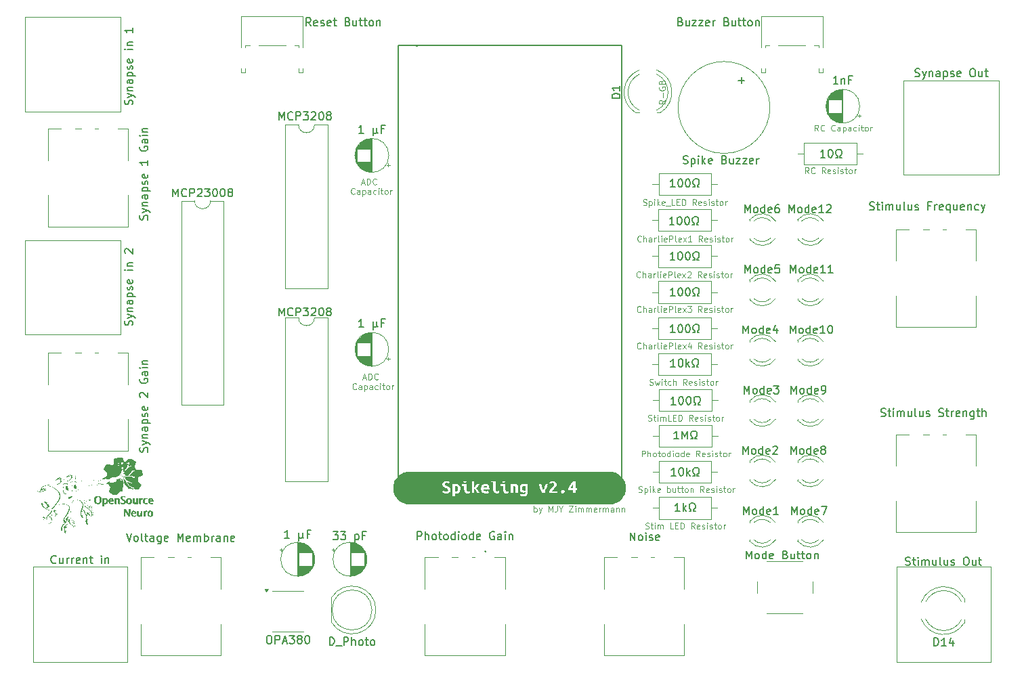
<source format=gbr>
%TF.GenerationSoftware,KiCad,Pcbnew,9.0.3*%
%TF.CreationDate,2025-07-22T15:18:12+02:00*%
%TF.ProjectId,Spikeling_v2.4,5370696b-656c-4696-9e67-5f76322e342e,rev?*%
%TF.SameCoordinates,Original*%
%TF.FileFunction,Legend,Top*%
%TF.FilePolarity,Positive*%
%FSLAX46Y46*%
G04 Gerber Fmt 4.6, Leading zero omitted, Abs format (unit mm)*
G04 Created by KiCad (PCBNEW 9.0.3) date 2025-07-22 15:18:12*
%MOMM*%
%LPD*%
G01*
G04 APERTURE LIST*
%ADD10C,0.100000*%
%ADD11C,0.150000*%
%ADD12C,0.120000*%
%ADD13C,0.000000*%
%ADD14C,0.127000*%
G04 APERTURE END LIST*
D10*
X141185714Y-70923749D02*
X141542857Y-70923749D01*
X141114285Y-71138035D02*
X141364285Y-70388035D01*
X141364285Y-70388035D02*
X141614285Y-71138035D01*
X141864285Y-71138035D02*
X141864285Y-70388035D01*
X141864285Y-70388035D02*
X142042856Y-70388035D01*
X142042856Y-70388035D02*
X142149999Y-70423749D01*
X142149999Y-70423749D02*
X142221428Y-70495178D01*
X142221428Y-70495178D02*
X142257142Y-70566606D01*
X142257142Y-70566606D02*
X142292856Y-70709463D01*
X142292856Y-70709463D02*
X142292856Y-70816606D01*
X142292856Y-70816606D02*
X142257142Y-70959463D01*
X142257142Y-70959463D02*
X142221428Y-71030892D01*
X142221428Y-71030892D02*
X142149999Y-71102321D01*
X142149999Y-71102321D02*
X142042856Y-71138035D01*
X142042856Y-71138035D02*
X141864285Y-71138035D01*
X143042856Y-71066606D02*
X143007142Y-71102321D01*
X143007142Y-71102321D02*
X142899999Y-71138035D01*
X142899999Y-71138035D02*
X142828571Y-71138035D01*
X142828571Y-71138035D02*
X142721428Y-71102321D01*
X142721428Y-71102321D02*
X142649999Y-71030892D01*
X142649999Y-71030892D02*
X142614285Y-70959463D01*
X142614285Y-70959463D02*
X142578571Y-70816606D01*
X142578571Y-70816606D02*
X142578571Y-70709463D01*
X142578571Y-70709463D02*
X142614285Y-70566606D01*
X142614285Y-70566606D02*
X142649999Y-70495178D01*
X142649999Y-70495178D02*
X142721428Y-70423749D01*
X142721428Y-70423749D02*
X142828571Y-70388035D01*
X142828571Y-70388035D02*
X142899999Y-70388035D01*
X142899999Y-70388035D02*
X143007142Y-70423749D01*
X143007142Y-70423749D02*
X143042856Y-70459463D01*
X140328572Y-72274064D02*
X140292858Y-72309779D01*
X140292858Y-72309779D02*
X140185715Y-72345493D01*
X140185715Y-72345493D02*
X140114287Y-72345493D01*
X140114287Y-72345493D02*
X140007144Y-72309779D01*
X140007144Y-72309779D02*
X139935715Y-72238350D01*
X139935715Y-72238350D02*
X139900001Y-72166921D01*
X139900001Y-72166921D02*
X139864287Y-72024064D01*
X139864287Y-72024064D02*
X139864287Y-71916921D01*
X139864287Y-71916921D02*
X139900001Y-71774064D01*
X139900001Y-71774064D02*
X139935715Y-71702636D01*
X139935715Y-71702636D02*
X140007144Y-71631207D01*
X140007144Y-71631207D02*
X140114287Y-71595493D01*
X140114287Y-71595493D02*
X140185715Y-71595493D01*
X140185715Y-71595493D02*
X140292858Y-71631207D01*
X140292858Y-71631207D02*
X140328572Y-71666921D01*
X140971430Y-72345493D02*
X140971430Y-71952636D01*
X140971430Y-71952636D02*
X140935715Y-71881207D01*
X140935715Y-71881207D02*
X140864287Y-71845493D01*
X140864287Y-71845493D02*
X140721430Y-71845493D01*
X140721430Y-71845493D02*
X140650001Y-71881207D01*
X140971430Y-72309779D02*
X140900001Y-72345493D01*
X140900001Y-72345493D02*
X140721430Y-72345493D01*
X140721430Y-72345493D02*
X140650001Y-72309779D01*
X140650001Y-72309779D02*
X140614287Y-72238350D01*
X140614287Y-72238350D02*
X140614287Y-72166921D01*
X140614287Y-72166921D02*
X140650001Y-72095493D01*
X140650001Y-72095493D02*
X140721430Y-72059779D01*
X140721430Y-72059779D02*
X140900001Y-72059779D01*
X140900001Y-72059779D02*
X140971430Y-72024064D01*
X141328572Y-71845493D02*
X141328572Y-72595493D01*
X141328572Y-71881207D02*
X141400001Y-71845493D01*
X141400001Y-71845493D02*
X141542858Y-71845493D01*
X141542858Y-71845493D02*
X141614286Y-71881207D01*
X141614286Y-71881207D02*
X141650001Y-71916921D01*
X141650001Y-71916921D02*
X141685715Y-71988350D01*
X141685715Y-71988350D02*
X141685715Y-72202636D01*
X141685715Y-72202636D02*
X141650001Y-72274064D01*
X141650001Y-72274064D02*
X141614286Y-72309779D01*
X141614286Y-72309779D02*
X141542858Y-72345493D01*
X141542858Y-72345493D02*
X141400001Y-72345493D01*
X141400001Y-72345493D02*
X141328572Y-72309779D01*
X142328572Y-72345493D02*
X142328572Y-71952636D01*
X142328572Y-71952636D02*
X142292857Y-71881207D01*
X142292857Y-71881207D02*
X142221429Y-71845493D01*
X142221429Y-71845493D02*
X142078572Y-71845493D01*
X142078572Y-71845493D02*
X142007143Y-71881207D01*
X142328572Y-72309779D02*
X142257143Y-72345493D01*
X142257143Y-72345493D02*
X142078572Y-72345493D01*
X142078572Y-72345493D02*
X142007143Y-72309779D01*
X142007143Y-72309779D02*
X141971429Y-72238350D01*
X141971429Y-72238350D02*
X141971429Y-72166921D01*
X141971429Y-72166921D02*
X142007143Y-72095493D01*
X142007143Y-72095493D02*
X142078572Y-72059779D01*
X142078572Y-72059779D02*
X142257143Y-72059779D01*
X142257143Y-72059779D02*
X142328572Y-72024064D01*
X143007143Y-72309779D02*
X142935714Y-72345493D01*
X142935714Y-72345493D02*
X142792857Y-72345493D01*
X142792857Y-72345493D02*
X142721428Y-72309779D01*
X142721428Y-72309779D02*
X142685714Y-72274064D01*
X142685714Y-72274064D02*
X142650000Y-72202636D01*
X142650000Y-72202636D02*
X142650000Y-71988350D01*
X142650000Y-71988350D02*
X142685714Y-71916921D01*
X142685714Y-71916921D02*
X142721428Y-71881207D01*
X142721428Y-71881207D02*
X142792857Y-71845493D01*
X142792857Y-71845493D02*
X142935714Y-71845493D01*
X142935714Y-71845493D02*
X143007143Y-71881207D01*
X143328571Y-72345493D02*
X143328571Y-71845493D01*
X143328571Y-71595493D02*
X143292857Y-71631207D01*
X143292857Y-71631207D02*
X143328571Y-71666921D01*
X143328571Y-71666921D02*
X143364285Y-71631207D01*
X143364285Y-71631207D02*
X143328571Y-71595493D01*
X143328571Y-71595493D02*
X143328571Y-71666921D01*
X143578571Y-71845493D02*
X143864285Y-71845493D01*
X143685714Y-71595493D02*
X143685714Y-72238350D01*
X143685714Y-72238350D02*
X143721428Y-72309779D01*
X143721428Y-72309779D02*
X143792857Y-72345493D01*
X143792857Y-72345493D02*
X143864285Y-72345493D01*
X144221428Y-72345493D02*
X144149999Y-72309779D01*
X144149999Y-72309779D02*
X144114285Y-72274064D01*
X144114285Y-72274064D02*
X144078571Y-72202636D01*
X144078571Y-72202636D02*
X144078571Y-71988350D01*
X144078571Y-71988350D02*
X144114285Y-71916921D01*
X144114285Y-71916921D02*
X144149999Y-71881207D01*
X144149999Y-71881207D02*
X144221428Y-71845493D01*
X144221428Y-71845493D02*
X144328571Y-71845493D01*
X144328571Y-71845493D02*
X144399999Y-71881207D01*
X144399999Y-71881207D02*
X144435714Y-71916921D01*
X144435714Y-71916921D02*
X144471428Y-71988350D01*
X144471428Y-71988350D02*
X144471428Y-72202636D01*
X144471428Y-72202636D02*
X144435714Y-72274064D01*
X144435714Y-72274064D02*
X144399999Y-72309779D01*
X144399999Y-72309779D02*
X144328571Y-72345493D01*
X144328571Y-72345493D02*
X144221428Y-72345493D01*
X144792856Y-72345493D02*
X144792856Y-71845493D01*
X144792856Y-71988350D02*
X144828570Y-71916921D01*
X144828570Y-71916921D02*
X144864285Y-71881207D01*
X144864285Y-71881207D02*
X144935713Y-71845493D01*
X144935713Y-71845493D02*
X145007142Y-71845493D01*
X177210715Y-96181050D02*
X177317858Y-96216764D01*
X177317858Y-96216764D02*
X177496429Y-96216764D01*
X177496429Y-96216764D02*
X177567858Y-96181050D01*
X177567858Y-96181050D02*
X177603572Y-96145335D01*
X177603572Y-96145335D02*
X177639286Y-96073907D01*
X177639286Y-96073907D02*
X177639286Y-96002478D01*
X177639286Y-96002478D02*
X177603572Y-95931050D01*
X177603572Y-95931050D02*
X177567858Y-95895335D01*
X177567858Y-95895335D02*
X177496429Y-95859621D01*
X177496429Y-95859621D02*
X177353572Y-95823907D01*
X177353572Y-95823907D02*
X177282143Y-95788192D01*
X177282143Y-95788192D02*
X177246429Y-95752478D01*
X177246429Y-95752478D02*
X177210715Y-95681050D01*
X177210715Y-95681050D02*
X177210715Y-95609621D01*
X177210715Y-95609621D02*
X177246429Y-95538192D01*
X177246429Y-95538192D02*
X177282143Y-95502478D01*
X177282143Y-95502478D02*
X177353572Y-95466764D01*
X177353572Y-95466764D02*
X177532143Y-95466764D01*
X177532143Y-95466764D02*
X177639286Y-95502478D01*
X177889286Y-95716764D02*
X178032144Y-96216764D01*
X178032144Y-96216764D02*
X178175001Y-95859621D01*
X178175001Y-95859621D02*
X178317858Y-96216764D01*
X178317858Y-96216764D02*
X178460715Y-95716764D01*
X178746429Y-96216764D02*
X178746429Y-95716764D01*
X178746429Y-95466764D02*
X178710715Y-95502478D01*
X178710715Y-95502478D02*
X178746429Y-95538192D01*
X178746429Y-95538192D02*
X178782143Y-95502478D01*
X178782143Y-95502478D02*
X178746429Y-95466764D01*
X178746429Y-95466764D02*
X178746429Y-95538192D01*
X178996429Y-95716764D02*
X179282143Y-95716764D01*
X179103572Y-95466764D02*
X179103572Y-96109621D01*
X179103572Y-96109621D02*
X179139286Y-96181050D01*
X179139286Y-96181050D02*
X179210715Y-96216764D01*
X179210715Y-96216764D02*
X179282143Y-96216764D01*
X179853572Y-96181050D02*
X179782143Y-96216764D01*
X179782143Y-96216764D02*
X179639286Y-96216764D01*
X179639286Y-96216764D02*
X179567857Y-96181050D01*
X179567857Y-96181050D02*
X179532143Y-96145335D01*
X179532143Y-96145335D02*
X179496429Y-96073907D01*
X179496429Y-96073907D02*
X179496429Y-95859621D01*
X179496429Y-95859621D02*
X179532143Y-95788192D01*
X179532143Y-95788192D02*
X179567857Y-95752478D01*
X179567857Y-95752478D02*
X179639286Y-95716764D01*
X179639286Y-95716764D02*
X179782143Y-95716764D01*
X179782143Y-95716764D02*
X179853572Y-95752478D01*
X180175000Y-96216764D02*
X180175000Y-95466764D01*
X180496429Y-96216764D02*
X180496429Y-95823907D01*
X180496429Y-95823907D02*
X180460714Y-95752478D01*
X180460714Y-95752478D02*
X180389286Y-95716764D01*
X180389286Y-95716764D02*
X180282143Y-95716764D01*
X180282143Y-95716764D02*
X180210714Y-95752478D01*
X180210714Y-95752478D02*
X180175000Y-95788192D01*
X181853571Y-96216764D02*
X181603571Y-95859621D01*
X181425000Y-96216764D02*
X181425000Y-95466764D01*
X181425000Y-95466764D02*
X181710714Y-95466764D01*
X181710714Y-95466764D02*
X181782143Y-95502478D01*
X181782143Y-95502478D02*
X181817857Y-95538192D01*
X181817857Y-95538192D02*
X181853571Y-95609621D01*
X181853571Y-95609621D02*
X181853571Y-95716764D01*
X181853571Y-95716764D02*
X181817857Y-95788192D01*
X181817857Y-95788192D02*
X181782143Y-95823907D01*
X181782143Y-95823907D02*
X181710714Y-95859621D01*
X181710714Y-95859621D02*
X181425000Y-95859621D01*
X182460714Y-96181050D02*
X182389286Y-96216764D01*
X182389286Y-96216764D02*
X182246429Y-96216764D01*
X182246429Y-96216764D02*
X182175000Y-96181050D01*
X182175000Y-96181050D02*
X182139286Y-96109621D01*
X182139286Y-96109621D02*
X182139286Y-95823907D01*
X182139286Y-95823907D02*
X182175000Y-95752478D01*
X182175000Y-95752478D02*
X182246429Y-95716764D01*
X182246429Y-95716764D02*
X182389286Y-95716764D01*
X182389286Y-95716764D02*
X182460714Y-95752478D01*
X182460714Y-95752478D02*
X182496429Y-95823907D01*
X182496429Y-95823907D02*
X182496429Y-95895335D01*
X182496429Y-95895335D02*
X182139286Y-95966764D01*
X182782143Y-96181050D02*
X182853571Y-96216764D01*
X182853571Y-96216764D02*
X182996428Y-96216764D01*
X182996428Y-96216764D02*
X183067857Y-96181050D01*
X183067857Y-96181050D02*
X183103571Y-96109621D01*
X183103571Y-96109621D02*
X183103571Y-96073907D01*
X183103571Y-96073907D02*
X183067857Y-96002478D01*
X183067857Y-96002478D02*
X182996428Y-95966764D01*
X182996428Y-95966764D02*
X182889286Y-95966764D01*
X182889286Y-95966764D02*
X182817857Y-95931050D01*
X182817857Y-95931050D02*
X182782143Y-95859621D01*
X182782143Y-95859621D02*
X182782143Y-95823907D01*
X182782143Y-95823907D02*
X182817857Y-95752478D01*
X182817857Y-95752478D02*
X182889286Y-95716764D01*
X182889286Y-95716764D02*
X182996428Y-95716764D01*
X182996428Y-95716764D02*
X183067857Y-95752478D01*
X183425000Y-96216764D02*
X183425000Y-95716764D01*
X183425000Y-95466764D02*
X183389286Y-95502478D01*
X183389286Y-95502478D02*
X183425000Y-95538192D01*
X183425000Y-95538192D02*
X183460714Y-95502478D01*
X183460714Y-95502478D02*
X183425000Y-95466764D01*
X183425000Y-95466764D02*
X183425000Y-95538192D01*
X183746429Y-96181050D02*
X183817857Y-96216764D01*
X183817857Y-96216764D02*
X183960714Y-96216764D01*
X183960714Y-96216764D02*
X184032143Y-96181050D01*
X184032143Y-96181050D02*
X184067857Y-96109621D01*
X184067857Y-96109621D02*
X184067857Y-96073907D01*
X184067857Y-96073907D02*
X184032143Y-96002478D01*
X184032143Y-96002478D02*
X183960714Y-95966764D01*
X183960714Y-95966764D02*
X183853572Y-95966764D01*
X183853572Y-95966764D02*
X183782143Y-95931050D01*
X183782143Y-95931050D02*
X183746429Y-95859621D01*
X183746429Y-95859621D02*
X183746429Y-95823907D01*
X183746429Y-95823907D02*
X183782143Y-95752478D01*
X183782143Y-95752478D02*
X183853572Y-95716764D01*
X183853572Y-95716764D02*
X183960714Y-95716764D01*
X183960714Y-95716764D02*
X184032143Y-95752478D01*
X184282143Y-95716764D02*
X184567857Y-95716764D01*
X184389286Y-95466764D02*
X184389286Y-96109621D01*
X184389286Y-96109621D02*
X184425000Y-96181050D01*
X184425000Y-96181050D02*
X184496429Y-96216764D01*
X184496429Y-96216764D02*
X184567857Y-96216764D01*
X184925000Y-96216764D02*
X184853571Y-96181050D01*
X184853571Y-96181050D02*
X184817857Y-96145335D01*
X184817857Y-96145335D02*
X184782143Y-96073907D01*
X184782143Y-96073907D02*
X184782143Y-95859621D01*
X184782143Y-95859621D02*
X184817857Y-95788192D01*
X184817857Y-95788192D02*
X184853571Y-95752478D01*
X184853571Y-95752478D02*
X184925000Y-95716764D01*
X184925000Y-95716764D02*
X185032143Y-95716764D01*
X185032143Y-95716764D02*
X185103571Y-95752478D01*
X185103571Y-95752478D02*
X185139286Y-95788192D01*
X185139286Y-95788192D02*
X185175000Y-95859621D01*
X185175000Y-95859621D02*
X185175000Y-96073907D01*
X185175000Y-96073907D02*
X185139286Y-96145335D01*
X185139286Y-96145335D02*
X185103571Y-96181050D01*
X185103571Y-96181050D02*
X185032143Y-96216764D01*
X185032143Y-96216764D02*
X184925000Y-96216764D01*
X185496428Y-96216764D02*
X185496428Y-95716764D01*
X185496428Y-95859621D02*
X185532142Y-95788192D01*
X185532142Y-95788192D02*
X185567857Y-95752478D01*
X185567857Y-95752478D02*
X185639285Y-95716764D01*
X185639285Y-95716764D02*
X185710714Y-95716764D01*
X176097857Y-87020335D02*
X176062143Y-87056050D01*
X176062143Y-87056050D02*
X175955000Y-87091764D01*
X175955000Y-87091764D02*
X175883572Y-87091764D01*
X175883572Y-87091764D02*
X175776429Y-87056050D01*
X175776429Y-87056050D02*
X175705000Y-86984621D01*
X175705000Y-86984621D02*
X175669286Y-86913192D01*
X175669286Y-86913192D02*
X175633572Y-86770335D01*
X175633572Y-86770335D02*
X175633572Y-86663192D01*
X175633572Y-86663192D02*
X175669286Y-86520335D01*
X175669286Y-86520335D02*
X175705000Y-86448907D01*
X175705000Y-86448907D02*
X175776429Y-86377478D01*
X175776429Y-86377478D02*
X175883572Y-86341764D01*
X175883572Y-86341764D02*
X175955000Y-86341764D01*
X175955000Y-86341764D02*
X176062143Y-86377478D01*
X176062143Y-86377478D02*
X176097857Y-86413192D01*
X176419286Y-87091764D02*
X176419286Y-86341764D01*
X176740715Y-87091764D02*
X176740715Y-86698907D01*
X176740715Y-86698907D02*
X176705000Y-86627478D01*
X176705000Y-86627478D02*
X176633572Y-86591764D01*
X176633572Y-86591764D02*
X176526429Y-86591764D01*
X176526429Y-86591764D02*
X176455000Y-86627478D01*
X176455000Y-86627478D02*
X176419286Y-86663192D01*
X177419286Y-87091764D02*
X177419286Y-86698907D01*
X177419286Y-86698907D02*
X177383571Y-86627478D01*
X177383571Y-86627478D02*
X177312143Y-86591764D01*
X177312143Y-86591764D02*
X177169286Y-86591764D01*
X177169286Y-86591764D02*
X177097857Y-86627478D01*
X177419286Y-87056050D02*
X177347857Y-87091764D01*
X177347857Y-87091764D02*
X177169286Y-87091764D01*
X177169286Y-87091764D02*
X177097857Y-87056050D01*
X177097857Y-87056050D02*
X177062143Y-86984621D01*
X177062143Y-86984621D02*
X177062143Y-86913192D01*
X177062143Y-86913192D02*
X177097857Y-86841764D01*
X177097857Y-86841764D02*
X177169286Y-86806050D01*
X177169286Y-86806050D02*
X177347857Y-86806050D01*
X177347857Y-86806050D02*
X177419286Y-86770335D01*
X177776428Y-87091764D02*
X177776428Y-86591764D01*
X177776428Y-86734621D02*
X177812142Y-86663192D01*
X177812142Y-86663192D02*
X177847857Y-86627478D01*
X177847857Y-86627478D02*
X177919285Y-86591764D01*
X177919285Y-86591764D02*
X177990714Y-86591764D01*
X178347857Y-87091764D02*
X178276428Y-87056050D01*
X178276428Y-87056050D02*
X178240714Y-86984621D01*
X178240714Y-86984621D02*
X178240714Y-86341764D01*
X178633571Y-87091764D02*
X178633571Y-86591764D01*
X178633571Y-86341764D02*
X178597857Y-86377478D01*
X178597857Y-86377478D02*
X178633571Y-86413192D01*
X178633571Y-86413192D02*
X178669285Y-86377478D01*
X178669285Y-86377478D02*
X178633571Y-86341764D01*
X178633571Y-86341764D02*
X178633571Y-86413192D01*
X179276428Y-87056050D02*
X179205000Y-87091764D01*
X179205000Y-87091764D02*
X179062143Y-87091764D01*
X179062143Y-87091764D02*
X178990714Y-87056050D01*
X178990714Y-87056050D02*
X178955000Y-86984621D01*
X178955000Y-86984621D02*
X178955000Y-86698907D01*
X178955000Y-86698907D02*
X178990714Y-86627478D01*
X178990714Y-86627478D02*
X179062143Y-86591764D01*
X179062143Y-86591764D02*
X179205000Y-86591764D01*
X179205000Y-86591764D02*
X179276428Y-86627478D01*
X179276428Y-86627478D02*
X179312143Y-86698907D01*
X179312143Y-86698907D02*
X179312143Y-86770335D01*
X179312143Y-86770335D02*
X178955000Y-86841764D01*
X179633571Y-87091764D02*
X179633571Y-86341764D01*
X179633571Y-86341764D02*
X179919285Y-86341764D01*
X179919285Y-86341764D02*
X179990714Y-86377478D01*
X179990714Y-86377478D02*
X180026428Y-86413192D01*
X180026428Y-86413192D02*
X180062142Y-86484621D01*
X180062142Y-86484621D02*
X180062142Y-86591764D01*
X180062142Y-86591764D02*
X180026428Y-86663192D01*
X180026428Y-86663192D02*
X179990714Y-86698907D01*
X179990714Y-86698907D02*
X179919285Y-86734621D01*
X179919285Y-86734621D02*
X179633571Y-86734621D01*
X180490714Y-87091764D02*
X180419285Y-87056050D01*
X180419285Y-87056050D02*
X180383571Y-86984621D01*
X180383571Y-86984621D02*
X180383571Y-86341764D01*
X181062142Y-87056050D02*
X180990714Y-87091764D01*
X180990714Y-87091764D02*
X180847857Y-87091764D01*
X180847857Y-87091764D02*
X180776428Y-87056050D01*
X180776428Y-87056050D02*
X180740714Y-86984621D01*
X180740714Y-86984621D02*
X180740714Y-86698907D01*
X180740714Y-86698907D02*
X180776428Y-86627478D01*
X180776428Y-86627478D02*
X180847857Y-86591764D01*
X180847857Y-86591764D02*
X180990714Y-86591764D01*
X180990714Y-86591764D02*
X181062142Y-86627478D01*
X181062142Y-86627478D02*
X181097857Y-86698907D01*
X181097857Y-86698907D02*
X181097857Y-86770335D01*
X181097857Y-86770335D02*
X180740714Y-86841764D01*
X181347856Y-87091764D02*
X181740714Y-86591764D01*
X181347856Y-86591764D02*
X181740714Y-87091764D01*
X181954999Y-86341764D02*
X182419285Y-86341764D01*
X182419285Y-86341764D02*
X182169285Y-86627478D01*
X182169285Y-86627478D02*
X182276428Y-86627478D01*
X182276428Y-86627478D02*
X182347857Y-86663192D01*
X182347857Y-86663192D02*
X182383571Y-86698907D01*
X182383571Y-86698907D02*
X182419285Y-86770335D01*
X182419285Y-86770335D02*
X182419285Y-86948907D01*
X182419285Y-86948907D02*
X182383571Y-87020335D01*
X182383571Y-87020335D02*
X182347857Y-87056050D01*
X182347857Y-87056050D02*
X182276428Y-87091764D01*
X182276428Y-87091764D02*
X182062142Y-87091764D01*
X182062142Y-87091764D02*
X181990714Y-87056050D01*
X181990714Y-87056050D02*
X181954999Y-87020335D01*
X183740714Y-87091764D02*
X183490714Y-86734621D01*
X183312143Y-87091764D02*
X183312143Y-86341764D01*
X183312143Y-86341764D02*
X183597857Y-86341764D01*
X183597857Y-86341764D02*
X183669286Y-86377478D01*
X183669286Y-86377478D02*
X183705000Y-86413192D01*
X183705000Y-86413192D02*
X183740714Y-86484621D01*
X183740714Y-86484621D02*
X183740714Y-86591764D01*
X183740714Y-86591764D02*
X183705000Y-86663192D01*
X183705000Y-86663192D02*
X183669286Y-86698907D01*
X183669286Y-86698907D02*
X183597857Y-86734621D01*
X183597857Y-86734621D02*
X183312143Y-86734621D01*
X184347857Y-87056050D02*
X184276429Y-87091764D01*
X184276429Y-87091764D02*
X184133572Y-87091764D01*
X184133572Y-87091764D02*
X184062143Y-87056050D01*
X184062143Y-87056050D02*
X184026429Y-86984621D01*
X184026429Y-86984621D02*
X184026429Y-86698907D01*
X184026429Y-86698907D02*
X184062143Y-86627478D01*
X184062143Y-86627478D02*
X184133572Y-86591764D01*
X184133572Y-86591764D02*
X184276429Y-86591764D01*
X184276429Y-86591764D02*
X184347857Y-86627478D01*
X184347857Y-86627478D02*
X184383572Y-86698907D01*
X184383572Y-86698907D02*
X184383572Y-86770335D01*
X184383572Y-86770335D02*
X184026429Y-86841764D01*
X184669286Y-87056050D02*
X184740714Y-87091764D01*
X184740714Y-87091764D02*
X184883571Y-87091764D01*
X184883571Y-87091764D02*
X184955000Y-87056050D01*
X184955000Y-87056050D02*
X184990714Y-86984621D01*
X184990714Y-86984621D02*
X184990714Y-86948907D01*
X184990714Y-86948907D02*
X184955000Y-86877478D01*
X184955000Y-86877478D02*
X184883571Y-86841764D01*
X184883571Y-86841764D02*
X184776429Y-86841764D01*
X184776429Y-86841764D02*
X184705000Y-86806050D01*
X184705000Y-86806050D02*
X184669286Y-86734621D01*
X184669286Y-86734621D02*
X184669286Y-86698907D01*
X184669286Y-86698907D02*
X184705000Y-86627478D01*
X184705000Y-86627478D02*
X184776429Y-86591764D01*
X184776429Y-86591764D02*
X184883571Y-86591764D01*
X184883571Y-86591764D02*
X184955000Y-86627478D01*
X185312143Y-87091764D02*
X185312143Y-86591764D01*
X185312143Y-86341764D02*
X185276429Y-86377478D01*
X185276429Y-86377478D02*
X185312143Y-86413192D01*
X185312143Y-86413192D02*
X185347857Y-86377478D01*
X185347857Y-86377478D02*
X185312143Y-86341764D01*
X185312143Y-86341764D02*
X185312143Y-86413192D01*
X185633572Y-87056050D02*
X185705000Y-87091764D01*
X185705000Y-87091764D02*
X185847857Y-87091764D01*
X185847857Y-87091764D02*
X185919286Y-87056050D01*
X185919286Y-87056050D02*
X185955000Y-86984621D01*
X185955000Y-86984621D02*
X185955000Y-86948907D01*
X185955000Y-86948907D02*
X185919286Y-86877478D01*
X185919286Y-86877478D02*
X185847857Y-86841764D01*
X185847857Y-86841764D02*
X185740715Y-86841764D01*
X185740715Y-86841764D02*
X185669286Y-86806050D01*
X185669286Y-86806050D02*
X185633572Y-86734621D01*
X185633572Y-86734621D02*
X185633572Y-86698907D01*
X185633572Y-86698907D02*
X185669286Y-86627478D01*
X185669286Y-86627478D02*
X185740715Y-86591764D01*
X185740715Y-86591764D02*
X185847857Y-86591764D01*
X185847857Y-86591764D02*
X185919286Y-86627478D01*
X186169286Y-86591764D02*
X186455000Y-86591764D01*
X186276429Y-86341764D02*
X186276429Y-86984621D01*
X186276429Y-86984621D02*
X186312143Y-87056050D01*
X186312143Y-87056050D02*
X186383572Y-87091764D01*
X186383572Y-87091764D02*
X186455000Y-87091764D01*
X186812143Y-87091764D02*
X186740714Y-87056050D01*
X186740714Y-87056050D02*
X186705000Y-87020335D01*
X186705000Y-87020335D02*
X186669286Y-86948907D01*
X186669286Y-86948907D02*
X186669286Y-86734621D01*
X186669286Y-86734621D02*
X186705000Y-86663192D01*
X186705000Y-86663192D02*
X186740714Y-86627478D01*
X186740714Y-86627478D02*
X186812143Y-86591764D01*
X186812143Y-86591764D02*
X186919286Y-86591764D01*
X186919286Y-86591764D02*
X186990714Y-86627478D01*
X186990714Y-86627478D02*
X187026429Y-86663192D01*
X187026429Y-86663192D02*
X187062143Y-86734621D01*
X187062143Y-86734621D02*
X187062143Y-86948907D01*
X187062143Y-86948907D02*
X187026429Y-87020335D01*
X187026429Y-87020335D02*
X186990714Y-87056050D01*
X186990714Y-87056050D02*
X186919286Y-87091764D01*
X186919286Y-87091764D02*
X186812143Y-87091764D01*
X187383571Y-87091764D02*
X187383571Y-86591764D01*
X187383571Y-86734621D02*
X187419285Y-86663192D01*
X187419285Y-86663192D02*
X187455000Y-86627478D01*
X187455000Y-86627478D02*
X187526428Y-86591764D01*
X187526428Y-86591764D02*
X187597857Y-86591764D01*
X176042857Y-82695335D02*
X176007143Y-82731050D01*
X176007143Y-82731050D02*
X175900000Y-82766764D01*
X175900000Y-82766764D02*
X175828572Y-82766764D01*
X175828572Y-82766764D02*
X175721429Y-82731050D01*
X175721429Y-82731050D02*
X175650000Y-82659621D01*
X175650000Y-82659621D02*
X175614286Y-82588192D01*
X175614286Y-82588192D02*
X175578572Y-82445335D01*
X175578572Y-82445335D02*
X175578572Y-82338192D01*
X175578572Y-82338192D02*
X175614286Y-82195335D01*
X175614286Y-82195335D02*
X175650000Y-82123907D01*
X175650000Y-82123907D02*
X175721429Y-82052478D01*
X175721429Y-82052478D02*
X175828572Y-82016764D01*
X175828572Y-82016764D02*
X175900000Y-82016764D01*
X175900000Y-82016764D02*
X176007143Y-82052478D01*
X176007143Y-82052478D02*
X176042857Y-82088192D01*
X176364286Y-82766764D02*
X176364286Y-82016764D01*
X176685715Y-82766764D02*
X176685715Y-82373907D01*
X176685715Y-82373907D02*
X176650000Y-82302478D01*
X176650000Y-82302478D02*
X176578572Y-82266764D01*
X176578572Y-82266764D02*
X176471429Y-82266764D01*
X176471429Y-82266764D02*
X176400000Y-82302478D01*
X176400000Y-82302478D02*
X176364286Y-82338192D01*
X177364286Y-82766764D02*
X177364286Y-82373907D01*
X177364286Y-82373907D02*
X177328571Y-82302478D01*
X177328571Y-82302478D02*
X177257143Y-82266764D01*
X177257143Y-82266764D02*
X177114286Y-82266764D01*
X177114286Y-82266764D02*
X177042857Y-82302478D01*
X177364286Y-82731050D02*
X177292857Y-82766764D01*
X177292857Y-82766764D02*
X177114286Y-82766764D01*
X177114286Y-82766764D02*
X177042857Y-82731050D01*
X177042857Y-82731050D02*
X177007143Y-82659621D01*
X177007143Y-82659621D02*
X177007143Y-82588192D01*
X177007143Y-82588192D02*
X177042857Y-82516764D01*
X177042857Y-82516764D02*
X177114286Y-82481050D01*
X177114286Y-82481050D02*
X177292857Y-82481050D01*
X177292857Y-82481050D02*
X177364286Y-82445335D01*
X177721428Y-82766764D02*
X177721428Y-82266764D01*
X177721428Y-82409621D02*
X177757142Y-82338192D01*
X177757142Y-82338192D02*
X177792857Y-82302478D01*
X177792857Y-82302478D02*
X177864285Y-82266764D01*
X177864285Y-82266764D02*
X177935714Y-82266764D01*
X178292857Y-82766764D02*
X178221428Y-82731050D01*
X178221428Y-82731050D02*
X178185714Y-82659621D01*
X178185714Y-82659621D02*
X178185714Y-82016764D01*
X178578571Y-82766764D02*
X178578571Y-82266764D01*
X178578571Y-82016764D02*
X178542857Y-82052478D01*
X178542857Y-82052478D02*
X178578571Y-82088192D01*
X178578571Y-82088192D02*
X178614285Y-82052478D01*
X178614285Y-82052478D02*
X178578571Y-82016764D01*
X178578571Y-82016764D02*
X178578571Y-82088192D01*
X179221428Y-82731050D02*
X179150000Y-82766764D01*
X179150000Y-82766764D02*
X179007143Y-82766764D01*
X179007143Y-82766764D02*
X178935714Y-82731050D01*
X178935714Y-82731050D02*
X178900000Y-82659621D01*
X178900000Y-82659621D02*
X178900000Y-82373907D01*
X178900000Y-82373907D02*
X178935714Y-82302478D01*
X178935714Y-82302478D02*
X179007143Y-82266764D01*
X179007143Y-82266764D02*
X179150000Y-82266764D01*
X179150000Y-82266764D02*
X179221428Y-82302478D01*
X179221428Y-82302478D02*
X179257143Y-82373907D01*
X179257143Y-82373907D02*
X179257143Y-82445335D01*
X179257143Y-82445335D02*
X178900000Y-82516764D01*
X179578571Y-82766764D02*
X179578571Y-82016764D01*
X179578571Y-82016764D02*
X179864285Y-82016764D01*
X179864285Y-82016764D02*
X179935714Y-82052478D01*
X179935714Y-82052478D02*
X179971428Y-82088192D01*
X179971428Y-82088192D02*
X180007142Y-82159621D01*
X180007142Y-82159621D02*
X180007142Y-82266764D01*
X180007142Y-82266764D02*
X179971428Y-82338192D01*
X179971428Y-82338192D02*
X179935714Y-82373907D01*
X179935714Y-82373907D02*
X179864285Y-82409621D01*
X179864285Y-82409621D02*
X179578571Y-82409621D01*
X180435714Y-82766764D02*
X180364285Y-82731050D01*
X180364285Y-82731050D02*
X180328571Y-82659621D01*
X180328571Y-82659621D02*
X180328571Y-82016764D01*
X181007142Y-82731050D02*
X180935714Y-82766764D01*
X180935714Y-82766764D02*
X180792857Y-82766764D01*
X180792857Y-82766764D02*
X180721428Y-82731050D01*
X180721428Y-82731050D02*
X180685714Y-82659621D01*
X180685714Y-82659621D02*
X180685714Y-82373907D01*
X180685714Y-82373907D02*
X180721428Y-82302478D01*
X180721428Y-82302478D02*
X180792857Y-82266764D01*
X180792857Y-82266764D02*
X180935714Y-82266764D01*
X180935714Y-82266764D02*
X181007142Y-82302478D01*
X181007142Y-82302478D02*
X181042857Y-82373907D01*
X181042857Y-82373907D02*
X181042857Y-82445335D01*
X181042857Y-82445335D02*
X180685714Y-82516764D01*
X181292856Y-82766764D02*
X181685714Y-82266764D01*
X181292856Y-82266764D02*
X181685714Y-82766764D01*
X181935714Y-82088192D02*
X181971428Y-82052478D01*
X181971428Y-82052478D02*
X182042857Y-82016764D01*
X182042857Y-82016764D02*
X182221428Y-82016764D01*
X182221428Y-82016764D02*
X182292857Y-82052478D01*
X182292857Y-82052478D02*
X182328571Y-82088192D01*
X182328571Y-82088192D02*
X182364285Y-82159621D01*
X182364285Y-82159621D02*
X182364285Y-82231050D01*
X182364285Y-82231050D02*
X182328571Y-82338192D01*
X182328571Y-82338192D02*
X181899999Y-82766764D01*
X181899999Y-82766764D02*
X182364285Y-82766764D01*
X183685714Y-82766764D02*
X183435714Y-82409621D01*
X183257143Y-82766764D02*
X183257143Y-82016764D01*
X183257143Y-82016764D02*
X183542857Y-82016764D01*
X183542857Y-82016764D02*
X183614286Y-82052478D01*
X183614286Y-82052478D02*
X183650000Y-82088192D01*
X183650000Y-82088192D02*
X183685714Y-82159621D01*
X183685714Y-82159621D02*
X183685714Y-82266764D01*
X183685714Y-82266764D02*
X183650000Y-82338192D01*
X183650000Y-82338192D02*
X183614286Y-82373907D01*
X183614286Y-82373907D02*
X183542857Y-82409621D01*
X183542857Y-82409621D02*
X183257143Y-82409621D01*
X184292857Y-82731050D02*
X184221429Y-82766764D01*
X184221429Y-82766764D02*
X184078572Y-82766764D01*
X184078572Y-82766764D02*
X184007143Y-82731050D01*
X184007143Y-82731050D02*
X183971429Y-82659621D01*
X183971429Y-82659621D02*
X183971429Y-82373907D01*
X183971429Y-82373907D02*
X184007143Y-82302478D01*
X184007143Y-82302478D02*
X184078572Y-82266764D01*
X184078572Y-82266764D02*
X184221429Y-82266764D01*
X184221429Y-82266764D02*
X184292857Y-82302478D01*
X184292857Y-82302478D02*
X184328572Y-82373907D01*
X184328572Y-82373907D02*
X184328572Y-82445335D01*
X184328572Y-82445335D02*
X183971429Y-82516764D01*
X184614286Y-82731050D02*
X184685714Y-82766764D01*
X184685714Y-82766764D02*
X184828571Y-82766764D01*
X184828571Y-82766764D02*
X184900000Y-82731050D01*
X184900000Y-82731050D02*
X184935714Y-82659621D01*
X184935714Y-82659621D02*
X184935714Y-82623907D01*
X184935714Y-82623907D02*
X184900000Y-82552478D01*
X184900000Y-82552478D02*
X184828571Y-82516764D01*
X184828571Y-82516764D02*
X184721429Y-82516764D01*
X184721429Y-82516764D02*
X184650000Y-82481050D01*
X184650000Y-82481050D02*
X184614286Y-82409621D01*
X184614286Y-82409621D02*
X184614286Y-82373907D01*
X184614286Y-82373907D02*
X184650000Y-82302478D01*
X184650000Y-82302478D02*
X184721429Y-82266764D01*
X184721429Y-82266764D02*
X184828571Y-82266764D01*
X184828571Y-82266764D02*
X184900000Y-82302478D01*
X185257143Y-82766764D02*
X185257143Y-82266764D01*
X185257143Y-82016764D02*
X185221429Y-82052478D01*
X185221429Y-82052478D02*
X185257143Y-82088192D01*
X185257143Y-82088192D02*
X185292857Y-82052478D01*
X185292857Y-82052478D02*
X185257143Y-82016764D01*
X185257143Y-82016764D02*
X185257143Y-82088192D01*
X185578572Y-82731050D02*
X185650000Y-82766764D01*
X185650000Y-82766764D02*
X185792857Y-82766764D01*
X185792857Y-82766764D02*
X185864286Y-82731050D01*
X185864286Y-82731050D02*
X185900000Y-82659621D01*
X185900000Y-82659621D02*
X185900000Y-82623907D01*
X185900000Y-82623907D02*
X185864286Y-82552478D01*
X185864286Y-82552478D02*
X185792857Y-82516764D01*
X185792857Y-82516764D02*
X185685715Y-82516764D01*
X185685715Y-82516764D02*
X185614286Y-82481050D01*
X185614286Y-82481050D02*
X185578572Y-82409621D01*
X185578572Y-82409621D02*
X185578572Y-82373907D01*
X185578572Y-82373907D02*
X185614286Y-82302478D01*
X185614286Y-82302478D02*
X185685715Y-82266764D01*
X185685715Y-82266764D02*
X185792857Y-82266764D01*
X185792857Y-82266764D02*
X185864286Y-82302478D01*
X186114286Y-82266764D02*
X186400000Y-82266764D01*
X186221429Y-82016764D02*
X186221429Y-82659621D01*
X186221429Y-82659621D02*
X186257143Y-82731050D01*
X186257143Y-82731050D02*
X186328572Y-82766764D01*
X186328572Y-82766764D02*
X186400000Y-82766764D01*
X186757143Y-82766764D02*
X186685714Y-82731050D01*
X186685714Y-82731050D02*
X186650000Y-82695335D01*
X186650000Y-82695335D02*
X186614286Y-82623907D01*
X186614286Y-82623907D02*
X186614286Y-82409621D01*
X186614286Y-82409621D02*
X186650000Y-82338192D01*
X186650000Y-82338192D02*
X186685714Y-82302478D01*
X186685714Y-82302478D02*
X186757143Y-82266764D01*
X186757143Y-82266764D02*
X186864286Y-82266764D01*
X186864286Y-82266764D02*
X186935714Y-82302478D01*
X186935714Y-82302478D02*
X186971429Y-82338192D01*
X186971429Y-82338192D02*
X187007143Y-82409621D01*
X187007143Y-82409621D02*
X187007143Y-82623907D01*
X187007143Y-82623907D02*
X186971429Y-82695335D01*
X186971429Y-82695335D02*
X186935714Y-82731050D01*
X186935714Y-82731050D02*
X186864286Y-82766764D01*
X186864286Y-82766764D02*
X186757143Y-82766764D01*
X187328571Y-82766764D02*
X187328571Y-82266764D01*
X187328571Y-82409621D02*
X187364285Y-82338192D01*
X187364285Y-82338192D02*
X187400000Y-82302478D01*
X187400000Y-82302478D02*
X187471428Y-82266764D01*
X187471428Y-82266764D02*
X187542857Y-82266764D01*
X176385714Y-73681050D02*
X176492857Y-73716764D01*
X176492857Y-73716764D02*
X176671428Y-73716764D01*
X176671428Y-73716764D02*
X176742857Y-73681050D01*
X176742857Y-73681050D02*
X176778571Y-73645335D01*
X176778571Y-73645335D02*
X176814285Y-73573907D01*
X176814285Y-73573907D02*
X176814285Y-73502478D01*
X176814285Y-73502478D02*
X176778571Y-73431050D01*
X176778571Y-73431050D02*
X176742857Y-73395335D01*
X176742857Y-73395335D02*
X176671428Y-73359621D01*
X176671428Y-73359621D02*
X176528571Y-73323907D01*
X176528571Y-73323907D02*
X176457142Y-73288192D01*
X176457142Y-73288192D02*
X176421428Y-73252478D01*
X176421428Y-73252478D02*
X176385714Y-73181050D01*
X176385714Y-73181050D02*
X176385714Y-73109621D01*
X176385714Y-73109621D02*
X176421428Y-73038192D01*
X176421428Y-73038192D02*
X176457142Y-73002478D01*
X176457142Y-73002478D02*
X176528571Y-72966764D01*
X176528571Y-72966764D02*
X176707142Y-72966764D01*
X176707142Y-72966764D02*
X176814285Y-73002478D01*
X177135714Y-73216764D02*
X177135714Y-73966764D01*
X177135714Y-73252478D02*
X177207143Y-73216764D01*
X177207143Y-73216764D02*
X177350000Y-73216764D01*
X177350000Y-73216764D02*
X177421428Y-73252478D01*
X177421428Y-73252478D02*
X177457143Y-73288192D01*
X177457143Y-73288192D02*
X177492857Y-73359621D01*
X177492857Y-73359621D02*
X177492857Y-73573907D01*
X177492857Y-73573907D02*
X177457143Y-73645335D01*
X177457143Y-73645335D02*
X177421428Y-73681050D01*
X177421428Y-73681050D02*
X177350000Y-73716764D01*
X177350000Y-73716764D02*
X177207143Y-73716764D01*
X177207143Y-73716764D02*
X177135714Y-73681050D01*
X177814285Y-73716764D02*
X177814285Y-73216764D01*
X177814285Y-72966764D02*
X177778571Y-73002478D01*
X177778571Y-73002478D02*
X177814285Y-73038192D01*
X177814285Y-73038192D02*
X177849999Y-73002478D01*
X177849999Y-73002478D02*
X177814285Y-72966764D01*
X177814285Y-72966764D02*
X177814285Y-73038192D01*
X178171428Y-73716764D02*
X178171428Y-72966764D01*
X178242857Y-73431050D02*
X178457142Y-73716764D01*
X178457142Y-73216764D02*
X178171428Y-73502478D01*
X179064285Y-73681050D02*
X178992857Y-73716764D01*
X178992857Y-73716764D02*
X178850000Y-73716764D01*
X178850000Y-73716764D02*
X178778571Y-73681050D01*
X178778571Y-73681050D02*
X178742857Y-73609621D01*
X178742857Y-73609621D02*
X178742857Y-73323907D01*
X178742857Y-73323907D02*
X178778571Y-73252478D01*
X178778571Y-73252478D02*
X178850000Y-73216764D01*
X178850000Y-73216764D02*
X178992857Y-73216764D01*
X178992857Y-73216764D02*
X179064285Y-73252478D01*
X179064285Y-73252478D02*
X179100000Y-73323907D01*
X179100000Y-73323907D02*
X179100000Y-73395335D01*
X179100000Y-73395335D02*
X178742857Y-73466764D01*
X179242857Y-73788192D02*
X179814285Y-73788192D01*
X180350000Y-73716764D02*
X179992857Y-73716764D01*
X179992857Y-73716764D02*
X179992857Y-72966764D01*
X180600000Y-73323907D02*
X180850000Y-73323907D01*
X180957143Y-73716764D02*
X180600000Y-73716764D01*
X180600000Y-73716764D02*
X180600000Y-72966764D01*
X180600000Y-72966764D02*
X180957143Y-72966764D01*
X181278571Y-73716764D02*
X181278571Y-72966764D01*
X181278571Y-72966764D02*
X181457142Y-72966764D01*
X181457142Y-72966764D02*
X181564285Y-73002478D01*
X181564285Y-73002478D02*
X181635714Y-73073907D01*
X181635714Y-73073907D02*
X181671428Y-73145335D01*
X181671428Y-73145335D02*
X181707142Y-73288192D01*
X181707142Y-73288192D02*
X181707142Y-73395335D01*
X181707142Y-73395335D02*
X181671428Y-73538192D01*
X181671428Y-73538192D02*
X181635714Y-73609621D01*
X181635714Y-73609621D02*
X181564285Y-73681050D01*
X181564285Y-73681050D02*
X181457142Y-73716764D01*
X181457142Y-73716764D02*
X181278571Y-73716764D01*
X183028571Y-73716764D02*
X182778571Y-73359621D01*
X182600000Y-73716764D02*
X182600000Y-72966764D01*
X182600000Y-72966764D02*
X182885714Y-72966764D01*
X182885714Y-72966764D02*
X182957143Y-73002478D01*
X182957143Y-73002478D02*
X182992857Y-73038192D01*
X182992857Y-73038192D02*
X183028571Y-73109621D01*
X183028571Y-73109621D02*
X183028571Y-73216764D01*
X183028571Y-73216764D02*
X182992857Y-73288192D01*
X182992857Y-73288192D02*
X182957143Y-73323907D01*
X182957143Y-73323907D02*
X182885714Y-73359621D01*
X182885714Y-73359621D02*
X182600000Y-73359621D01*
X183635714Y-73681050D02*
X183564286Y-73716764D01*
X183564286Y-73716764D02*
X183421429Y-73716764D01*
X183421429Y-73716764D02*
X183350000Y-73681050D01*
X183350000Y-73681050D02*
X183314286Y-73609621D01*
X183314286Y-73609621D02*
X183314286Y-73323907D01*
X183314286Y-73323907D02*
X183350000Y-73252478D01*
X183350000Y-73252478D02*
X183421429Y-73216764D01*
X183421429Y-73216764D02*
X183564286Y-73216764D01*
X183564286Y-73216764D02*
X183635714Y-73252478D01*
X183635714Y-73252478D02*
X183671429Y-73323907D01*
X183671429Y-73323907D02*
X183671429Y-73395335D01*
X183671429Y-73395335D02*
X183314286Y-73466764D01*
X183957143Y-73681050D02*
X184028571Y-73716764D01*
X184028571Y-73716764D02*
X184171428Y-73716764D01*
X184171428Y-73716764D02*
X184242857Y-73681050D01*
X184242857Y-73681050D02*
X184278571Y-73609621D01*
X184278571Y-73609621D02*
X184278571Y-73573907D01*
X184278571Y-73573907D02*
X184242857Y-73502478D01*
X184242857Y-73502478D02*
X184171428Y-73466764D01*
X184171428Y-73466764D02*
X184064286Y-73466764D01*
X184064286Y-73466764D02*
X183992857Y-73431050D01*
X183992857Y-73431050D02*
X183957143Y-73359621D01*
X183957143Y-73359621D02*
X183957143Y-73323907D01*
X183957143Y-73323907D02*
X183992857Y-73252478D01*
X183992857Y-73252478D02*
X184064286Y-73216764D01*
X184064286Y-73216764D02*
X184171428Y-73216764D01*
X184171428Y-73216764D02*
X184242857Y-73252478D01*
X184600000Y-73716764D02*
X184600000Y-73216764D01*
X184600000Y-72966764D02*
X184564286Y-73002478D01*
X184564286Y-73002478D02*
X184600000Y-73038192D01*
X184600000Y-73038192D02*
X184635714Y-73002478D01*
X184635714Y-73002478D02*
X184600000Y-72966764D01*
X184600000Y-72966764D02*
X184600000Y-73038192D01*
X184921429Y-73681050D02*
X184992857Y-73716764D01*
X184992857Y-73716764D02*
X185135714Y-73716764D01*
X185135714Y-73716764D02*
X185207143Y-73681050D01*
X185207143Y-73681050D02*
X185242857Y-73609621D01*
X185242857Y-73609621D02*
X185242857Y-73573907D01*
X185242857Y-73573907D02*
X185207143Y-73502478D01*
X185207143Y-73502478D02*
X185135714Y-73466764D01*
X185135714Y-73466764D02*
X185028572Y-73466764D01*
X185028572Y-73466764D02*
X184957143Y-73431050D01*
X184957143Y-73431050D02*
X184921429Y-73359621D01*
X184921429Y-73359621D02*
X184921429Y-73323907D01*
X184921429Y-73323907D02*
X184957143Y-73252478D01*
X184957143Y-73252478D02*
X185028572Y-73216764D01*
X185028572Y-73216764D02*
X185135714Y-73216764D01*
X185135714Y-73216764D02*
X185207143Y-73252478D01*
X185457143Y-73216764D02*
X185742857Y-73216764D01*
X185564286Y-72966764D02*
X185564286Y-73609621D01*
X185564286Y-73609621D02*
X185600000Y-73681050D01*
X185600000Y-73681050D02*
X185671429Y-73716764D01*
X185671429Y-73716764D02*
X185742857Y-73716764D01*
X186100000Y-73716764D02*
X186028571Y-73681050D01*
X186028571Y-73681050D02*
X185992857Y-73645335D01*
X185992857Y-73645335D02*
X185957143Y-73573907D01*
X185957143Y-73573907D02*
X185957143Y-73359621D01*
X185957143Y-73359621D02*
X185992857Y-73288192D01*
X185992857Y-73288192D02*
X186028571Y-73252478D01*
X186028571Y-73252478D02*
X186100000Y-73216764D01*
X186100000Y-73216764D02*
X186207143Y-73216764D01*
X186207143Y-73216764D02*
X186278571Y-73252478D01*
X186278571Y-73252478D02*
X186314286Y-73288192D01*
X186314286Y-73288192D02*
X186350000Y-73359621D01*
X186350000Y-73359621D02*
X186350000Y-73573907D01*
X186350000Y-73573907D02*
X186314286Y-73645335D01*
X186314286Y-73645335D02*
X186278571Y-73681050D01*
X186278571Y-73681050D02*
X186207143Y-73716764D01*
X186207143Y-73716764D02*
X186100000Y-73716764D01*
X186671428Y-73716764D02*
X186671428Y-73216764D01*
X186671428Y-73359621D02*
X186707142Y-73288192D01*
X186707142Y-73288192D02*
X186742857Y-73252478D01*
X186742857Y-73252478D02*
X186814285Y-73216764D01*
X186814285Y-73216764D02*
X186885714Y-73216764D01*
X176142857Y-78220335D02*
X176107143Y-78256050D01*
X176107143Y-78256050D02*
X176000000Y-78291764D01*
X176000000Y-78291764D02*
X175928572Y-78291764D01*
X175928572Y-78291764D02*
X175821429Y-78256050D01*
X175821429Y-78256050D02*
X175750000Y-78184621D01*
X175750000Y-78184621D02*
X175714286Y-78113192D01*
X175714286Y-78113192D02*
X175678572Y-77970335D01*
X175678572Y-77970335D02*
X175678572Y-77863192D01*
X175678572Y-77863192D02*
X175714286Y-77720335D01*
X175714286Y-77720335D02*
X175750000Y-77648907D01*
X175750000Y-77648907D02*
X175821429Y-77577478D01*
X175821429Y-77577478D02*
X175928572Y-77541764D01*
X175928572Y-77541764D02*
X176000000Y-77541764D01*
X176000000Y-77541764D02*
X176107143Y-77577478D01*
X176107143Y-77577478D02*
X176142857Y-77613192D01*
X176464286Y-78291764D02*
X176464286Y-77541764D01*
X176785715Y-78291764D02*
X176785715Y-77898907D01*
X176785715Y-77898907D02*
X176750000Y-77827478D01*
X176750000Y-77827478D02*
X176678572Y-77791764D01*
X176678572Y-77791764D02*
X176571429Y-77791764D01*
X176571429Y-77791764D02*
X176500000Y-77827478D01*
X176500000Y-77827478D02*
X176464286Y-77863192D01*
X177464286Y-78291764D02*
X177464286Y-77898907D01*
X177464286Y-77898907D02*
X177428571Y-77827478D01*
X177428571Y-77827478D02*
X177357143Y-77791764D01*
X177357143Y-77791764D02*
X177214286Y-77791764D01*
X177214286Y-77791764D02*
X177142857Y-77827478D01*
X177464286Y-78256050D02*
X177392857Y-78291764D01*
X177392857Y-78291764D02*
X177214286Y-78291764D01*
X177214286Y-78291764D02*
X177142857Y-78256050D01*
X177142857Y-78256050D02*
X177107143Y-78184621D01*
X177107143Y-78184621D02*
X177107143Y-78113192D01*
X177107143Y-78113192D02*
X177142857Y-78041764D01*
X177142857Y-78041764D02*
X177214286Y-78006050D01*
X177214286Y-78006050D02*
X177392857Y-78006050D01*
X177392857Y-78006050D02*
X177464286Y-77970335D01*
X177821428Y-78291764D02*
X177821428Y-77791764D01*
X177821428Y-77934621D02*
X177857142Y-77863192D01*
X177857142Y-77863192D02*
X177892857Y-77827478D01*
X177892857Y-77827478D02*
X177964285Y-77791764D01*
X177964285Y-77791764D02*
X178035714Y-77791764D01*
X178392857Y-78291764D02*
X178321428Y-78256050D01*
X178321428Y-78256050D02*
X178285714Y-78184621D01*
X178285714Y-78184621D02*
X178285714Y-77541764D01*
X178678571Y-78291764D02*
X178678571Y-77791764D01*
X178678571Y-77541764D02*
X178642857Y-77577478D01*
X178642857Y-77577478D02*
X178678571Y-77613192D01*
X178678571Y-77613192D02*
X178714285Y-77577478D01*
X178714285Y-77577478D02*
X178678571Y-77541764D01*
X178678571Y-77541764D02*
X178678571Y-77613192D01*
X179321428Y-78256050D02*
X179250000Y-78291764D01*
X179250000Y-78291764D02*
X179107143Y-78291764D01*
X179107143Y-78291764D02*
X179035714Y-78256050D01*
X179035714Y-78256050D02*
X179000000Y-78184621D01*
X179000000Y-78184621D02*
X179000000Y-77898907D01*
X179000000Y-77898907D02*
X179035714Y-77827478D01*
X179035714Y-77827478D02*
X179107143Y-77791764D01*
X179107143Y-77791764D02*
X179250000Y-77791764D01*
X179250000Y-77791764D02*
X179321428Y-77827478D01*
X179321428Y-77827478D02*
X179357143Y-77898907D01*
X179357143Y-77898907D02*
X179357143Y-77970335D01*
X179357143Y-77970335D02*
X179000000Y-78041764D01*
X179678571Y-78291764D02*
X179678571Y-77541764D01*
X179678571Y-77541764D02*
X179964285Y-77541764D01*
X179964285Y-77541764D02*
X180035714Y-77577478D01*
X180035714Y-77577478D02*
X180071428Y-77613192D01*
X180071428Y-77613192D02*
X180107142Y-77684621D01*
X180107142Y-77684621D02*
X180107142Y-77791764D01*
X180107142Y-77791764D02*
X180071428Y-77863192D01*
X180071428Y-77863192D02*
X180035714Y-77898907D01*
X180035714Y-77898907D02*
X179964285Y-77934621D01*
X179964285Y-77934621D02*
X179678571Y-77934621D01*
X180535714Y-78291764D02*
X180464285Y-78256050D01*
X180464285Y-78256050D02*
X180428571Y-78184621D01*
X180428571Y-78184621D02*
X180428571Y-77541764D01*
X181107142Y-78256050D02*
X181035714Y-78291764D01*
X181035714Y-78291764D02*
X180892857Y-78291764D01*
X180892857Y-78291764D02*
X180821428Y-78256050D01*
X180821428Y-78256050D02*
X180785714Y-78184621D01*
X180785714Y-78184621D02*
X180785714Y-77898907D01*
X180785714Y-77898907D02*
X180821428Y-77827478D01*
X180821428Y-77827478D02*
X180892857Y-77791764D01*
X180892857Y-77791764D02*
X181035714Y-77791764D01*
X181035714Y-77791764D02*
X181107142Y-77827478D01*
X181107142Y-77827478D02*
X181142857Y-77898907D01*
X181142857Y-77898907D02*
X181142857Y-77970335D01*
X181142857Y-77970335D02*
X180785714Y-78041764D01*
X181392856Y-78291764D02*
X181785714Y-77791764D01*
X181392856Y-77791764D02*
X181785714Y-78291764D01*
X182464285Y-78291764D02*
X182035714Y-78291764D01*
X182249999Y-78291764D02*
X182249999Y-77541764D01*
X182249999Y-77541764D02*
X182178571Y-77648907D01*
X182178571Y-77648907D02*
X182107142Y-77720335D01*
X182107142Y-77720335D02*
X182035714Y-77756050D01*
X183785714Y-78291764D02*
X183535714Y-77934621D01*
X183357143Y-78291764D02*
X183357143Y-77541764D01*
X183357143Y-77541764D02*
X183642857Y-77541764D01*
X183642857Y-77541764D02*
X183714286Y-77577478D01*
X183714286Y-77577478D02*
X183750000Y-77613192D01*
X183750000Y-77613192D02*
X183785714Y-77684621D01*
X183785714Y-77684621D02*
X183785714Y-77791764D01*
X183785714Y-77791764D02*
X183750000Y-77863192D01*
X183750000Y-77863192D02*
X183714286Y-77898907D01*
X183714286Y-77898907D02*
X183642857Y-77934621D01*
X183642857Y-77934621D02*
X183357143Y-77934621D01*
X184392857Y-78256050D02*
X184321429Y-78291764D01*
X184321429Y-78291764D02*
X184178572Y-78291764D01*
X184178572Y-78291764D02*
X184107143Y-78256050D01*
X184107143Y-78256050D02*
X184071429Y-78184621D01*
X184071429Y-78184621D02*
X184071429Y-77898907D01*
X184071429Y-77898907D02*
X184107143Y-77827478D01*
X184107143Y-77827478D02*
X184178572Y-77791764D01*
X184178572Y-77791764D02*
X184321429Y-77791764D01*
X184321429Y-77791764D02*
X184392857Y-77827478D01*
X184392857Y-77827478D02*
X184428572Y-77898907D01*
X184428572Y-77898907D02*
X184428572Y-77970335D01*
X184428572Y-77970335D02*
X184071429Y-78041764D01*
X184714286Y-78256050D02*
X184785714Y-78291764D01*
X184785714Y-78291764D02*
X184928571Y-78291764D01*
X184928571Y-78291764D02*
X185000000Y-78256050D01*
X185000000Y-78256050D02*
X185035714Y-78184621D01*
X185035714Y-78184621D02*
X185035714Y-78148907D01*
X185035714Y-78148907D02*
X185000000Y-78077478D01*
X185000000Y-78077478D02*
X184928571Y-78041764D01*
X184928571Y-78041764D02*
X184821429Y-78041764D01*
X184821429Y-78041764D02*
X184750000Y-78006050D01*
X184750000Y-78006050D02*
X184714286Y-77934621D01*
X184714286Y-77934621D02*
X184714286Y-77898907D01*
X184714286Y-77898907D02*
X184750000Y-77827478D01*
X184750000Y-77827478D02*
X184821429Y-77791764D01*
X184821429Y-77791764D02*
X184928571Y-77791764D01*
X184928571Y-77791764D02*
X185000000Y-77827478D01*
X185357143Y-78291764D02*
X185357143Y-77791764D01*
X185357143Y-77541764D02*
X185321429Y-77577478D01*
X185321429Y-77577478D02*
X185357143Y-77613192D01*
X185357143Y-77613192D02*
X185392857Y-77577478D01*
X185392857Y-77577478D02*
X185357143Y-77541764D01*
X185357143Y-77541764D02*
X185357143Y-77613192D01*
X185678572Y-78256050D02*
X185750000Y-78291764D01*
X185750000Y-78291764D02*
X185892857Y-78291764D01*
X185892857Y-78291764D02*
X185964286Y-78256050D01*
X185964286Y-78256050D02*
X186000000Y-78184621D01*
X186000000Y-78184621D02*
X186000000Y-78148907D01*
X186000000Y-78148907D02*
X185964286Y-78077478D01*
X185964286Y-78077478D02*
X185892857Y-78041764D01*
X185892857Y-78041764D02*
X185785715Y-78041764D01*
X185785715Y-78041764D02*
X185714286Y-78006050D01*
X185714286Y-78006050D02*
X185678572Y-77934621D01*
X185678572Y-77934621D02*
X185678572Y-77898907D01*
X185678572Y-77898907D02*
X185714286Y-77827478D01*
X185714286Y-77827478D02*
X185785715Y-77791764D01*
X185785715Y-77791764D02*
X185892857Y-77791764D01*
X185892857Y-77791764D02*
X185964286Y-77827478D01*
X186214286Y-77791764D02*
X186500000Y-77791764D01*
X186321429Y-77541764D02*
X186321429Y-78184621D01*
X186321429Y-78184621D02*
X186357143Y-78256050D01*
X186357143Y-78256050D02*
X186428572Y-78291764D01*
X186428572Y-78291764D02*
X186500000Y-78291764D01*
X186857143Y-78291764D02*
X186785714Y-78256050D01*
X186785714Y-78256050D02*
X186750000Y-78220335D01*
X186750000Y-78220335D02*
X186714286Y-78148907D01*
X186714286Y-78148907D02*
X186714286Y-77934621D01*
X186714286Y-77934621D02*
X186750000Y-77863192D01*
X186750000Y-77863192D02*
X186785714Y-77827478D01*
X186785714Y-77827478D02*
X186857143Y-77791764D01*
X186857143Y-77791764D02*
X186964286Y-77791764D01*
X186964286Y-77791764D02*
X187035714Y-77827478D01*
X187035714Y-77827478D02*
X187071429Y-77863192D01*
X187071429Y-77863192D02*
X187107143Y-77934621D01*
X187107143Y-77934621D02*
X187107143Y-78148907D01*
X187107143Y-78148907D02*
X187071429Y-78220335D01*
X187071429Y-78220335D02*
X187035714Y-78256050D01*
X187035714Y-78256050D02*
X186964286Y-78291764D01*
X186964286Y-78291764D02*
X186857143Y-78291764D01*
X187428571Y-78291764D02*
X187428571Y-77791764D01*
X187428571Y-77934621D02*
X187464285Y-77863192D01*
X187464285Y-77863192D02*
X187500000Y-77827478D01*
X187500000Y-77827478D02*
X187571428Y-77791764D01*
X187571428Y-77791764D02*
X187642857Y-77791764D01*
X176685714Y-114156050D02*
X176792857Y-114191764D01*
X176792857Y-114191764D02*
X176971428Y-114191764D01*
X176971428Y-114191764D02*
X177042857Y-114156050D01*
X177042857Y-114156050D02*
X177078571Y-114120335D01*
X177078571Y-114120335D02*
X177114285Y-114048907D01*
X177114285Y-114048907D02*
X177114285Y-113977478D01*
X177114285Y-113977478D02*
X177078571Y-113906050D01*
X177078571Y-113906050D02*
X177042857Y-113870335D01*
X177042857Y-113870335D02*
X176971428Y-113834621D01*
X176971428Y-113834621D02*
X176828571Y-113798907D01*
X176828571Y-113798907D02*
X176757142Y-113763192D01*
X176757142Y-113763192D02*
X176721428Y-113727478D01*
X176721428Y-113727478D02*
X176685714Y-113656050D01*
X176685714Y-113656050D02*
X176685714Y-113584621D01*
X176685714Y-113584621D02*
X176721428Y-113513192D01*
X176721428Y-113513192D02*
X176757142Y-113477478D01*
X176757142Y-113477478D02*
X176828571Y-113441764D01*
X176828571Y-113441764D02*
X177007142Y-113441764D01*
X177007142Y-113441764D02*
X177114285Y-113477478D01*
X177328571Y-113691764D02*
X177614285Y-113691764D01*
X177435714Y-113441764D02*
X177435714Y-114084621D01*
X177435714Y-114084621D02*
X177471428Y-114156050D01*
X177471428Y-114156050D02*
X177542857Y-114191764D01*
X177542857Y-114191764D02*
X177614285Y-114191764D01*
X177864285Y-114191764D02*
X177864285Y-113691764D01*
X177864285Y-113441764D02*
X177828571Y-113477478D01*
X177828571Y-113477478D02*
X177864285Y-113513192D01*
X177864285Y-113513192D02*
X177899999Y-113477478D01*
X177899999Y-113477478D02*
X177864285Y-113441764D01*
X177864285Y-113441764D02*
X177864285Y-113513192D01*
X178221428Y-114191764D02*
X178221428Y-113691764D01*
X178221428Y-113763192D02*
X178257142Y-113727478D01*
X178257142Y-113727478D02*
X178328571Y-113691764D01*
X178328571Y-113691764D02*
X178435714Y-113691764D01*
X178435714Y-113691764D02*
X178507142Y-113727478D01*
X178507142Y-113727478D02*
X178542857Y-113798907D01*
X178542857Y-113798907D02*
X178542857Y-114191764D01*
X178542857Y-113798907D02*
X178578571Y-113727478D01*
X178578571Y-113727478D02*
X178649999Y-113691764D01*
X178649999Y-113691764D02*
X178757142Y-113691764D01*
X178757142Y-113691764D02*
X178828571Y-113727478D01*
X178828571Y-113727478D02*
X178864285Y-113798907D01*
X178864285Y-113798907D02*
X178864285Y-114191764D01*
X180150000Y-114191764D02*
X179792857Y-114191764D01*
X179792857Y-114191764D02*
X179792857Y-113441764D01*
X180400000Y-113798907D02*
X180650000Y-113798907D01*
X180757143Y-114191764D02*
X180400000Y-114191764D01*
X180400000Y-114191764D02*
X180400000Y-113441764D01*
X180400000Y-113441764D02*
X180757143Y-113441764D01*
X181078571Y-114191764D02*
X181078571Y-113441764D01*
X181078571Y-113441764D02*
X181257142Y-113441764D01*
X181257142Y-113441764D02*
X181364285Y-113477478D01*
X181364285Y-113477478D02*
X181435714Y-113548907D01*
X181435714Y-113548907D02*
X181471428Y-113620335D01*
X181471428Y-113620335D02*
X181507142Y-113763192D01*
X181507142Y-113763192D02*
X181507142Y-113870335D01*
X181507142Y-113870335D02*
X181471428Y-114013192D01*
X181471428Y-114013192D02*
X181435714Y-114084621D01*
X181435714Y-114084621D02*
X181364285Y-114156050D01*
X181364285Y-114156050D02*
X181257142Y-114191764D01*
X181257142Y-114191764D02*
X181078571Y-114191764D01*
X182828571Y-114191764D02*
X182578571Y-113834621D01*
X182400000Y-114191764D02*
X182400000Y-113441764D01*
X182400000Y-113441764D02*
X182685714Y-113441764D01*
X182685714Y-113441764D02*
X182757143Y-113477478D01*
X182757143Y-113477478D02*
X182792857Y-113513192D01*
X182792857Y-113513192D02*
X182828571Y-113584621D01*
X182828571Y-113584621D02*
X182828571Y-113691764D01*
X182828571Y-113691764D02*
X182792857Y-113763192D01*
X182792857Y-113763192D02*
X182757143Y-113798907D01*
X182757143Y-113798907D02*
X182685714Y-113834621D01*
X182685714Y-113834621D02*
X182400000Y-113834621D01*
X183435714Y-114156050D02*
X183364286Y-114191764D01*
X183364286Y-114191764D02*
X183221429Y-114191764D01*
X183221429Y-114191764D02*
X183150000Y-114156050D01*
X183150000Y-114156050D02*
X183114286Y-114084621D01*
X183114286Y-114084621D02*
X183114286Y-113798907D01*
X183114286Y-113798907D02*
X183150000Y-113727478D01*
X183150000Y-113727478D02*
X183221429Y-113691764D01*
X183221429Y-113691764D02*
X183364286Y-113691764D01*
X183364286Y-113691764D02*
X183435714Y-113727478D01*
X183435714Y-113727478D02*
X183471429Y-113798907D01*
X183471429Y-113798907D02*
X183471429Y-113870335D01*
X183471429Y-113870335D02*
X183114286Y-113941764D01*
X183757143Y-114156050D02*
X183828571Y-114191764D01*
X183828571Y-114191764D02*
X183971428Y-114191764D01*
X183971428Y-114191764D02*
X184042857Y-114156050D01*
X184042857Y-114156050D02*
X184078571Y-114084621D01*
X184078571Y-114084621D02*
X184078571Y-114048907D01*
X184078571Y-114048907D02*
X184042857Y-113977478D01*
X184042857Y-113977478D02*
X183971428Y-113941764D01*
X183971428Y-113941764D02*
X183864286Y-113941764D01*
X183864286Y-113941764D02*
X183792857Y-113906050D01*
X183792857Y-113906050D02*
X183757143Y-113834621D01*
X183757143Y-113834621D02*
X183757143Y-113798907D01*
X183757143Y-113798907D02*
X183792857Y-113727478D01*
X183792857Y-113727478D02*
X183864286Y-113691764D01*
X183864286Y-113691764D02*
X183971428Y-113691764D01*
X183971428Y-113691764D02*
X184042857Y-113727478D01*
X184400000Y-114191764D02*
X184400000Y-113691764D01*
X184400000Y-113441764D02*
X184364286Y-113477478D01*
X184364286Y-113477478D02*
X184400000Y-113513192D01*
X184400000Y-113513192D02*
X184435714Y-113477478D01*
X184435714Y-113477478D02*
X184400000Y-113441764D01*
X184400000Y-113441764D02*
X184400000Y-113513192D01*
X184721429Y-114156050D02*
X184792857Y-114191764D01*
X184792857Y-114191764D02*
X184935714Y-114191764D01*
X184935714Y-114191764D02*
X185007143Y-114156050D01*
X185007143Y-114156050D02*
X185042857Y-114084621D01*
X185042857Y-114084621D02*
X185042857Y-114048907D01*
X185042857Y-114048907D02*
X185007143Y-113977478D01*
X185007143Y-113977478D02*
X184935714Y-113941764D01*
X184935714Y-113941764D02*
X184828572Y-113941764D01*
X184828572Y-113941764D02*
X184757143Y-113906050D01*
X184757143Y-113906050D02*
X184721429Y-113834621D01*
X184721429Y-113834621D02*
X184721429Y-113798907D01*
X184721429Y-113798907D02*
X184757143Y-113727478D01*
X184757143Y-113727478D02*
X184828572Y-113691764D01*
X184828572Y-113691764D02*
X184935714Y-113691764D01*
X184935714Y-113691764D02*
X185007143Y-113727478D01*
X185257143Y-113691764D02*
X185542857Y-113691764D01*
X185364286Y-113441764D02*
X185364286Y-114084621D01*
X185364286Y-114084621D02*
X185400000Y-114156050D01*
X185400000Y-114156050D02*
X185471429Y-114191764D01*
X185471429Y-114191764D02*
X185542857Y-114191764D01*
X185900000Y-114191764D02*
X185828571Y-114156050D01*
X185828571Y-114156050D02*
X185792857Y-114120335D01*
X185792857Y-114120335D02*
X185757143Y-114048907D01*
X185757143Y-114048907D02*
X185757143Y-113834621D01*
X185757143Y-113834621D02*
X185792857Y-113763192D01*
X185792857Y-113763192D02*
X185828571Y-113727478D01*
X185828571Y-113727478D02*
X185900000Y-113691764D01*
X185900000Y-113691764D02*
X186007143Y-113691764D01*
X186007143Y-113691764D02*
X186078571Y-113727478D01*
X186078571Y-113727478D02*
X186114286Y-113763192D01*
X186114286Y-113763192D02*
X186150000Y-113834621D01*
X186150000Y-113834621D02*
X186150000Y-114048907D01*
X186150000Y-114048907D02*
X186114286Y-114120335D01*
X186114286Y-114120335D02*
X186078571Y-114156050D01*
X186078571Y-114156050D02*
X186007143Y-114191764D01*
X186007143Y-114191764D02*
X185900000Y-114191764D01*
X186471428Y-114191764D02*
X186471428Y-113691764D01*
X186471428Y-113834621D02*
X186507142Y-113763192D01*
X186507142Y-113763192D02*
X186542857Y-113727478D01*
X186542857Y-113727478D02*
X186614285Y-113691764D01*
X186614285Y-113691764D02*
X186685714Y-113691764D01*
X179141764Y-60582142D02*
X178784621Y-60832142D01*
X179141764Y-61010713D02*
X178391764Y-61010713D01*
X178391764Y-61010713D02*
X178391764Y-60724999D01*
X178391764Y-60724999D02*
X178427478Y-60653570D01*
X178427478Y-60653570D02*
X178463192Y-60617856D01*
X178463192Y-60617856D02*
X178534621Y-60582142D01*
X178534621Y-60582142D02*
X178641764Y-60582142D01*
X178641764Y-60582142D02*
X178713192Y-60617856D01*
X178713192Y-60617856D02*
X178748907Y-60653570D01*
X178748907Y-60653570D02*
X178784621Y-60724999D01*
X178784621Y-60724999D02*
X178784621Y-61010713D01*
X178856050Y-60260713D02*
X178856050Y-59689285D01*
X178427478Y-58939285D02*
X178391764Y-59010714D01*
X178391764Y-59010714D02*
X178391764Y-59117856D01*
X178391764Y-59117856D02*
X178427478Y-59224999D01*
X178427478Y-59224999D02*
X178498907Y-59296428D01*
X178498907Y-59296428D02*
X178570335Y-59332142D01*
X178570335Y-59332142D02*
X178713192Y-59367856D01*
X178713192Y-59367856D02*
X178820335Y-59367856D01*
X178820335Y-59367856D02*
X178963192Y-59332142D01*
X178963192Y-59332142D02*
X179034621Y-59296428D01*
X179034621Y-59296428D02*
X179106050Y-59224999D01*
X179106050Y-59224999D02*
X179141764Y-59117856D01*
X179141764Y-59117856D02*
X179141764Y-59046428D01*
X179141764Y-59046428D02*
X179106050Y-58939285D01*
X179106050Y-58939285D02*
X179070335Y-58903571D01*
X179070335Y-58903571D02*
X178820335Y-58903571D01*
X178820335Y-58903571D02*
X178820335Y-59046428D01*
X178748907Y-58332142D02*
X178784621Y-58224999D01*
X178784621Y-58224999D02*
X178820335Y-58189285D01*
X178820335Y-58189285D02*
X178891764Y-58153571D01*
X178891764Y-58153571D02*
X178998907Y-58153571D01*
X178998907Y-58153571D02*
X179070335Y-58189285D01*
X179070335Y-58189285D02*
X179106050Y-58224999D01*
X179106050Y-58224999D02*
X179141764Y-58296428D01*
X179141764Y-58296428D02*
X179141764Y-58582142D01*
X179141764Y-58582142D02*
X178391764Y-58582142D01*
X178391764Y-58582142D02*
X178391764Y-58332142D01*
X178391764Y-58332142D02*
X178427478Y-58260714D01*
X178427478Y-58260714D02*
X178463192Y-58224999D01*
X178463192Y-58224999D02*
X178534621Y-58189285D01*
X178534621Y-58189285D02*
X178606050Y-58189285D01*
X178606050Y-58189285D02*
X178677478Y-58224999D01*
X178677478Y-58224999D02*
X178713192Y-58260714D01*
X178713192Y-58260714D02*
X178748907Y-58332142D01*
X178748907Y-58332142D02*
X178748907Y-58582142D01*
X198292857Y-64441764D02*
X198042857Y-64084621D01*
X197864286Y-64441764D02*
X197864286Y-63691764D01*
X197864286Y-63691764D02*
X198150000Y-63691764D01*
X198150000Y-63691764D02*
X198221429Y-63727478D01*
X198221429Y-63727478D02*
X198257143Y-63763192D01*
X198257143Y-63763192D02*
X198292857Y-63834621D01*
X198292857Y-63834621D02*
X198292857Y-63941764D01*
X198292857Y-63941764D02*
X198257143Y-64013192D01*
X198257143Y-64013192D02*
X198221429Y-64048907D01*
X198221429Y-64048907D02*
X198150000Y-64084621D01*
X198150000Y-64084621D02*
X197864286Y-64084621D01*
X199042857Y-64370335D02*
X199007143Y-64406050D01*
X199007143Y-64406050D02*
X198900000Y-64441764D01*
X198900000Y-64441764D02*
X198828572Y-64441764D01*
X198828572Y-64441764D02*
X198721429Y-64406050D01*
X198721429Y-64406050D02*
X198650000Y-64334621D01*
X198650000Y-64334621D02*
X198614286Y-64263192D01*
X198614286Y-64263192D02*
X198578572Y-64120335D01*
X198578572Y-64120335D02*
X198578572Y-64013192D01*
X198578572Y-64013192D02*
X198614286Y-63870335D01*
X198614286Y-63870335D02*
X198650000Y-63798907D01*
X198650000Y-63798907D02*
X198721429Y-63727478D01*
X198721429Y-63727478D02*
X198828572Y-63691764D01*
X198828572Y-63691764D02*
X198900000Y-63691764D01*
X198900000Y-63691764D02*
X199007143Y-63727478D01*
X199007143Y-63727478D02*
X199042857Y-63763192D01*
X200364286Y-64370335D02*
X200328572Y-64406050D01*
X200328572Y-64406050D02*
X200221429Y-64441764D01*
X200221429Y-64441764D02*
X200150001Y-64441764D01*
X200150001Y-64441764D02*
X200042858Y-64406050D01*
X200042858Y-64406050D02*
X199971429Y-64334621D01*
X199971429Y-64334621D02*
X199935715Y-64263192D01*
X199935715Y-64263192D02*
X199900001Y-64120335D01*
X199900001Y-64120335D02*
X199900001Y-64013192D01*
X199900001Y-64013192D02*
X199935715Y-63870335D01*
X199935715Y-63870335D02*
X199971429Y-63798907D01*
X199971429Y-63798907D02*
X200042858Y-63727478D01*
X200042858Y-63727478D02*
X200150001Y-63691764D01*
X200150001Y-63691764D02*
X200221429Y-63691764D01*
X200221429Y-63691764D02*
X200328572Y-63727478D01*
X200328572Y-63727478D02*
X200364286Y-63763192D01*
X201007144Y-64441764D02*
X201007144Y-64048907D01*
X201007144Y-64048907D02*
X200971429Y-63977478D01*
X200971429Y-63977478D02*
X200900001Y-63941764D01*
X200900001Y-63941764D02*
X200757144Y-63941764D01*
X200757144Y-63941764D02*
X200685715Y-63977478D01*
X201007144Y-64406050D02*
X200935715Y-64441764D01*
X200935715Y-64441764D02*
X200757144Y-64441764D01*
X200757144Y-64441764D02*
X200685715Y-64406050D01*
X200685715Y-64406050D02*
X200650001Y-64334621D01*
X200650001Y-64334621D02*
X200650001Y-64263192D01*
X200650001Y-64263192D02*
X200685715Y-64191764D01*
X200685715Y-64191764D02*
X200757144Y-64156050D01*
X200757144Y-64156050D02*
X200935715Y-64156050D01*
X200935715Y-64156050D02*
X201007144Y-64120335D01*
X201364286Y-63941764D02*
X201364286Y-64691764D01*
X201364286Y-63977478D02*
X201435715Y-63941764D01*
X201435715Y-63941764D02*
X201578572Y-63941764D01*
X201578572Y-63941764D02*
X201650000Y-63977478D01*
X201650000Y-63977478D02*
X201685715Y-64013192D01*
X201685715Y-64013192D02*
X201721429Y-64084621D01*
X201721429Y-64084621D02*
X201721429Y-64298907D01*
X201721429Y-64298907D02*
X201685715Y-64370335D01*
X201685715Y-64370335D02*
X201650000Y-64406050D01*
X201650000Y-64406050D02*
X201578572Y-64441764D01*
X201578572Y-64441764D02*
X201435715Y-64441764D01*
X201435715Y-64441764D02*
X201364286Y-64406050D01*
X202364286Y-64441764D02*
X202364286Y-64048907D01*
X202364286Y-64048907D02*
X202328571Y-63977478D01*
X202328571Y-63977478D02*
X202257143Y-63941764D01*
X202257143Y-63941764D02*
X202114286Y-63941764D01*
X202114286Y-63941764D02*
X202042857Y-63977478D01*
X202364286Y-64406050D02*
X202292857Y-64441764D01*
X202292857Y-64441764D02*
X202114286Y-64441764D01*
X202114286Y-64441764D02*
X202042857Y-64406050D01*
X202042857Y-64406050D02*
X202007143Y-64334621D01*
X202007143Y-64334621D02*
X202007143Y-64263192D01*
X202007143Y-64263192D02*
X202042857Y-64191764D01*
X202042857Y-64191764D02*
X202114286Y-64156050D01*
X202114286Y-64156050D02*
X202292857Y-64156050D01*
X202292857Y-64156050D02*
X202364286Y-64120335D01*
X203042857Y-64406050D02*
X202971428Y-64441764D01*
X202971428Y-64441764D02*
X202828571Y-64441764D01*
X202828571Y-64441764D02*
X202757142Y-64406050D01*
X202757142Y-64406050D02*
X202721428Y-64370335D01*
X202721428Y-64370335D02*
X202685714Y-64298907D01*
X202685714Y-64298907D02*
X202685714Y-64084621D01*
X202685714Y-64084621D02*
X202721428Y-64013192D01*
X202721428Y-64013192D02*
X202757142Y-63977478D01*
X202757142Y-63977478D02*
X202828571Y-63941764D01*
X202828571Y-63941764D02*
X202971428Y-63941764D01*
X202971428Y-63941764D02*
X203042857Y-63977478D01*
X203364285Y-64441764D02*
X203364285Y-63941764D01*
X203364285Y-63691764D02*
X203328571Y-63727478D01*
X203328571Y-63727478D02*
X203364285Y-63763192D01*
X203364285Y-63763192D02*
X203399999Y-63727478D01*
X203399999Y-63727478D02*
X203364285Y-63691764D01*
X203364285Y-63691764D02*
X203364285Y-63763192D01*
X203614285Y-63941764D02*
X203899999Y-63941764D01*
X203721428Y-63691764D02*
X203721428Y-64334621D01*
X203721428Y-64334621D02*
X203757142Y-64406050D01*
X203757142Y-64406050D02*
X203828571Y-64441764D01*
X203828571Y-64441764D02*
X203899999Y-64441764D01*
X204257142Y-64441764D02*
X204185713Y-64406050D01*
X204185713Y-64406050D02*
X204149999Y-64370335D01*
X204149999Y-64370335D02*
X204114285Y-64298907D01*
X204114285Y-64298907D02*
X204114285Y-64084621D01*
X204114285Y-64084621D02*
X204149999Y-64013192D01*
X204149999Y-64013192D02*
X204185713Y-63977478D01*
X204185713Y-63977478D02*
X204257142Y-63941764D01*
X204257142Y-63941764D02*
X204364285Y-63941764D01*
X204364285Y-63941764D02*
X204435713Y-63977478D01*
X204435713Y-63977478D02*
X204471428Y-64013192D01*
X204471428Y-64013192D02*
X204507142Y-64084621D01*
X204507142Y-64084621D02*
X204507142Y-64298907D01*
X204507142Y-64298907D02*
X204471428Y-64370335D01*
X204471428Y-64370335D02*
X204435713Y-64406050D01*
X204435713Y-64406050D02*
X204364285Y-64441764D01*
X204364285Y-64441764D02*
X204257142Y-64441764D01*
X204828570Y-64441764D02*
X204828570Y-63941764D01*
X204828570Y-64084621D02*
X204864284Y-64013192D01*
X204864284Y-64013192D02*
X204899999Y-63977478D01*
X204899999Y-63977478D02*
X204971427Y-63941764D01*
X204971427Y-63941764D02*
X205042856Y-63941764D01*
X197103571Y-69741764D02*
X196853571Y-69384621D01*
X196675000Y-69741764D02*
X196675000Y-68991764D01*
X196675000Y-68991764D02*
X196960714Y-68991764D01*
X196960714Y-68991764D02*
X197032143Y-69027478D01*
X197032143Y-69027478D02*
X197067857Y-69063192D01*
X197067857Y-69063192D02*
X197103571Y-69134621D01*
X197103571Y-69134621D02*
X197103571Y-69241764D01*
X197103571Y-69241764D02*
X197067857Y-69313192D01*
X197067857Y-69313192D02*
X197032143Y-69348907D01*
X197032143Y-69348907D02*
X196960714Y-69384621D01*
X196960714Y-69384621D02*
X196675000Y-69384621D01*
X197853571Y-69670335D02*
X197817857Y-69706050D01*
X197817857Y-69706050D02*
X197710714Y-69741764D01*
X197710714Y-69741764D02*
X197639286Y-69741764D01*
X197639286Y-69741764D02*
X197532143Y-69706050D01*
X197532143Y-69706050D02*
X197460714Y-69634621D01*
X197460714Y-69634621D02*
X197425000Y-69563192D01*
X197425000Y-69563192D02*
X197389286Y-69420335D01*
X197389286Y-69420335D02*
X197389286Y-69313192D01*
X197389286Y-69313192D02*
X197425000Y-69170335D01*
X197425000Y-69170335D02*
X197460714Y-69098907D01*
X197460714Y-69098907D02*
X197532143Y-69027478D01*
X197532143Y-69027478D02*
X197639286Y-68991764D01*
X197639286Y-68991764D02*
X197710714Y-68991764D01*
X197710714Y-68991764D02*
X197817857Y-69027478D01*
X197817857Y-69027478D02*
X197853571Y-69063192D01*
X199175000Y-69741764D02*
X198925000Y-69384621D01*
X198746429Y-69741764D02*
X198746429Y-68991764D01*
X198746429Y-68991764D02*
X199032143Y-68991764D01*
X199032143Y-68991764D02*
X199103572Y-69027478D01*
X199103572Y-69027478D02*
X199139286Y-69063192D01*
X199139286Y-69063192D02*
X199175000Y-69134621D01*
X199175000Y-69134621D02*
X199175000Y-69241764D01*
X199175000Y-69241764D02*
X199139286Y-69313192D01*
X199139286Y-69313192D02*
X199103572Y-69348907D01*
X199103572Y-69348907D02*
X199032143Y-69384621D01*
X199032143Y-69384621D02*
X198746429Y-69384621D01*
X199782143Y-69706050D02*
X199710715Y-69741764D01*
X199710715Y-69741764D02*
X199567858Y-69741764D01*
X199567858Y-69741764D02*
X199496429Y-69706050D01*
X199496429Y-69706050D02*
X199460715Y-69634621D01*
X199460715Y-69634621D02*
X199460715Y-69348907D01*
X199460715Y-69348907D02*
X199496429Y-69277478D01*
X199496429Y-69277478D02*
X199567858Y-69241764D01*
X199567858Y-69241764D02*
X199710715Y-69241764D01*
X199710715Y-69241764D02*
X199782143Y-69277478D01*
X199782143Y-69277478D02*
X199817858Y-69348907D01*
X199817858Y-69348907D02*
X199817858Y-69420335D01*
X199817858Y-69420335D02*
X199460715Y-69491764D01*
X200103572Y-69706050D02*
X200175000Y-69741764D01*
X200175000Y-69741764D02*
X200317857Y-69741764D01*
X200317857Y-69741764D02*
X200389286Y-69706050D01*
X200389286Y-69706050D02*
X200425000Y-69634621D01*
X200425000Y-69634621D02*
X200425000Y-69598907D01*
X200425000Y-69598907D02*
X200389286Y-69527478D01*
X200389286Y-69527478D02*
X200317857Y-69491764D01*
X200317857Y-69491764D02*
X200210715Y-69491764D01*
X200210715Y-69491764D02*
X200139286Y-69456050D01*
X200139286Y-69456050D02*
X200103572Y-69384621D01*
X200103572Y-69384621D02*
X200103572Y-69348907D01*
X200103572Y-69348907D02*
X200139286Y-69277478D01*
X200139286Y-69277478D02*
X200210715Y-69241764D01*
X200210715Y-69241764D02*
X200317857Y-69241764D01*
X200317857Y-69241764D02*
X200389286Y-69277478D01*
X200746429Y-69741764D02*
X200746429Y-69241764D01*
X200746429Y-68991764D02*
X200710715Y-69027478D01*
X200710715Y-69027478D02*
X200746429Y-69063192D01*
X200746429Y-69063192D02*
X200782143Y-69027478D01*
X200782143Y-69027478D02*
X200746429Y-68991764D01*
X200746429Y-68991764D02*
X200746429Y-69063192D01*
X201067858Y-69706050D02*
X201139286Y-69741764D01*
X201139286Y-69741764D02*
X201282143Y-69741764D01*
X201282143Y-69741764D02*
X201353572Y-69706050D01*
X201353572Y-69706050D02*
X201389286Y-69634621D01*
X201389286Y-69634621D02*
X201389286Y-69598907D01*
X201389286Y-69598907D02*
X201353572Y-69527478D01*
X201353572Y-69527478D02*
X201282143Y-69491764D01*
X201282143Y-69491764D02*
X201175001Y-69491764D01*
X201175001Y-69491764D02*
X201103572Y-69456050D01*
X201103572Y-69456050D02*
X201067858Y-69384621D01*
X201067858Y-69384621D02*
X201067858Y-69348907D01*
X201067858Y-69348907D02*
X201103572Y-69277478D01*
X201103572Y-69277478D02*
X201175001Y-69241764D01*
X201175001Y-69241764D02*
X201282143Y-69241764D01*
X201282143Y-69241764D02*
X201353572Y-69277478D01*
X201603572Y-69241764D02*
X201889286Y-69241764D01*
X201710715Y-68991764D02*
X201710715Y-69634621D01*
X201710715Y-69634621D02*
X201746429Y-69706050D01*
X201746429Y-69706050D02*
X201817858Y-69741764D01*
X201817858Y-69741764D02*
X201889286Y-69741764D01*
X202246429Y-69741764D02*
X202175000Y-69706050D01*
X202175000Y-69706050D02*
X202139286Y-69670335D01*
X202139286Y-69670335D02*
X202103572Y-69598907D01*
X202103572Y-69598907D02*
X202103572Y-69384621D01*
X202103572Y-69384621D02*
X202139286Y-69313192D01*
X202139286Y-69313192D02*
X202175000Y-69277478D01*
X202175000Y-69277478D02*
X202246429Y-69241764D01*
X202246429Y-69241764D02*
X202353572Y-69241764D01*
X202353572Y-69241764D02*
X202425000Y-69277478D01*
X202425000Y-69277478D02*
X202460715Y-69313192D01*
X202460715Y-69313192D02*
X202496429Y-69384621D01*
X202496429Y-69384621D02*
X202496429Y-69598907D01*
X202496429Y-69598907D02*
X202460715Y-69670335D01*
X202460715Y-69670335D02*
X202425000Y-69706050D01*
X202425000Y-69706050D02*
X202353572Y-69741764D01*
X202353572Y-69741764D02*
X202246429Y-69741764D01*
X202817857Y-69741764D02*
X202817857Y-69241764D01*
X202817857Y-69384621D02*
X202853571Y-69313192D01*
X202853571Y-69313192D02*
X202889286Y-69277478D01*
X202889286Y-69277478D02*
X202960714Y-69241764D01*
X202960714Y-69241764D02*
X203032143Y-69241764D01*
X162739285Y-112091764D02*
X162739285Y-111341764D01*
X162739285Y-111627478D02*
X162810714Y-111591764D01*
X162810714Y-111591764D02*
X162953571Y-111591764D01*
X162953571Y-111591764D02*
X163024999Y-111627478D01*
X163024999Y-111627478D02*
X163060714Y-111663192D01*
X163060714Y-111663192D02*
X163096428Y-111734621D01*
X163096428Y-111734621D02*
X163096428Y-111948907D01*
X163096428Y-111948907D02*
X163060714Y-112020335D01*
X163060714Y-112020335D02*
X163024999Y-112056050D01*
X163024999Y-112056050D02*
X162953571Y-112091764D01*
X162953571Y-112091764D02*
X162810714Y-112091764D01*
X162810714Y-112091764D02*
X162739285Y-112056050D01*
X163346427Y-111591764D02*
X163524999Y-112091764D01*
X163703570Y-111591764D02*
X163524999Y-112091764D01*
X163524999Y-112091764D02*
X163453570Y-112270335D01*
X163453570Y-112270335D02*
X163417856Y-112306050D01*
X163417856Y-112306050D02*
X163346427Y-112341764D01*
X164560714Y-112091764D02*
X164560714Y-111341764D01*
X164560714Y-111341764D02*
X164810714Y-111877478D01*
X164810714Y-111877478D02*
X165060714Y-111341764D01*
X165060714Y-111341764D02*
X165060714Y-112091764D01*
X165632143Y-111341764D02*
X165632143Y-111877478D01*
X165632143Y-111877478D02*
X165596428Y-111984621D01*
X165596428Y-111984621D02*
X165525000Y-112056050D01*
X165525000Y-112056050D02*
X165417857Y-112091764D01*
X165417857Y-112091764D02*
X165346428Y-112091764D01*
X166132143Y-111734621D02*
X166132143Y-112091764D01*
X165882143Y-111341764D02*
X166132143Y-111734621D01*
X166132143Y-111734621D02*
X166382143Y-111341764D01*
X167132143Y-111341764D02*
X167632143Y-111341764D01*
X167632143Y-111341764D02*
X167132143Y-112091764D01*
X167132143Y-112091764D02*
X167632143Y-112091764D01*
X167917858Y-112091764D02*
X167917858Y-111591764D01*
X167917858Y-111341764D02*
X167882144Y-111377478D01*
X167882144Y-111377478D02*
X167917858Y-111413192D01*
X167917858Y-111413192D02*
X167953572Y-111377478D01*
X167953572Y-111377478D02*
X167917858Y-111341764D01*
X167917858Y-111341764D02*
X167917858Y-111413192D01*
X168275001Y-112091764D02*
X168275001Y-111591764D01*
X168275001Y-111663192D02*
X168310715Y-111627478D01*
X168310715Y-111627478D02*
X168382144Y-111591764D01*
X168382144Y-111591764D02*
X168489287Y-111591764D01*
X168489287Y-111591764D02*
X168560715Y-111627478D01*
X168560715Y-111627478D02*
X168596430Y-111698907D01*
X168596430Y-111698907D02*
X168596430Y-112091764D01*
X168596430Y-111698907D02*
X168632144Y-111627478D01*
X168632144Y-111627478D02*
X168703572Y-111591764D01*
X168703572Y-111591764D02*
X168810715Y-111591764D01*
X168810715Y-111591764D02*
X168882144Y-111627478D01*
X168882144Y-111627478D02*
X168917858Y-111698907D01*
X168917858Y-111698907D02*
X168917858Y-112091764D01*
X169275001Y-112091764D02*
X169275001Y-111591764D01*
X169275001Y-111663192D02*
X169310715Y-111627478D01*
X169310715Y-111627478D02*
X169382144Y-111591764D01*
X169382144Y-111591764D02*
X169489287Y-111591764D01*
X169489287Y-111591764D02*
X169560715Y-111627478D01*
X169560715Y-111627478D02*
X169596430Y-111698907D01*
X169596430Y-111698907D02*
X169596430Y-112091764D01*
X169596430Y-111698907D02*
X169632144Y-111627478D01*
X169632144Y-111627478D02*
X169703572Y-111591764D01*
X169703572Y-111591764D02*
X169810715Y-111591764D01*
X169810715Y-111591764D02*
X169882144Y-111627478D01*
X169882144Y-111627478D02*
X169917858Y-111698907D01*
X169917858Y-111698907D02*
X169917858Y-112091764D01*
X170560715Y-112056050D02*
X170489287Y-112091764D01*
X170489287Y-112091764D02*
X170346430Y-112091764D01*
X170346430Y-112091764D02*
X170275001Y-112056050D01*
X170275001Y-112056050D02*
X170239287Y-111984621D01*
X170239287Y-111984621D02*
X170239287Y-111698907D01*
X170239287Y-111698907D02*
X170275001Y-111627478D01*
X170275001Y-111627478D02*
X170346430Y-111591764D01*
X170346430Y-111591764D02*
X170489287Y-111591764D01*
X170489287Y-111591764D02*
X170560715Y-111627478D01*
X170560715Y-111627478D02*
X170596430Y-111698907D01*
X170596430Y-111698907D02*
X170596430Y-111770335D01*
X170596430Y-111770335D02*
X170239287Y-111841764D01*
X170917858Y-112091764D02*
X170917858Y-111591764D01*
X170917858Y-111734621D02*
X170953572Y-111663192D01*
X170953572Y-111663192D02*
X170989287Y-111627478D01*
X170989287Y-111627478D02*
X171060715Y-111591764D01*
X171060715Y-111591764D02*
X171132144Y-111591764D01*
X171382144Y-112091764D02*
X171382144Y-111591764D01*
X171382144Y-111663192D02*
X171417858Y-111627478D01*
X171417858Y-111627478D02*
X171489287Y-111591764D01*
X171489287Y-111591764D02*
X171596430Y-111591764D01*
X171596430Y-111591764D02*
X171667858Y-111627478D01*
X171667858Y-111627478D02*
X171703573Y-111698907D01*
X171703573Y-111698907D02*
X171703573Y-112091764D01*
X171703573Y-111698907D02*
X171739287Y-111627478D01*
X171739287Y-111627478D02*
X171810715Y-111591764D01*
X171810715Y-111591764D02*
X171917858Y-111591764D01*
X171917858Y-111591764D02*
X171989287Y-111627478D01*
X171989287Y-111627478D02*
X172025001Y-111698907D01*
X172025001Y-111698907D02*
X172025001Y-112091764D01*
X172703573Y-112091764D02*
X172703573Y-111698907D01*
X172703573Y-111698907D02*
X172667858Y-111627478D01*
X172667858Y-111627478D02*
X172596430Y-111591764D01*
X172596430Y-111591764D02*
X172453573Y-111591764D01*
X172453573Y-111591764D02*
X172382144Y-111627478D01*
X172703573Y-112056050D02*
X172632144Y-112091764D01*
X172632144Y-112091764D02*
X172453573Y-112091764D01*
X172453573Y-112091764D02*
X172382144Y-112056050D01*
X172382144Y-112056050D02*
X172346430Y-111984621D01*
X172346430Y-111984621D02*
X172346430Y-111913192D01*
X172346430Y-111913192D02*
X172382144Y-111841764D01*
X172382144Y-111841764D02*
X172453573Y-111806050D01*
X172453573Y-111806050D02*
X172632144Y-111806050D01*
X172632144Y-111806050D02*
X172703573Y-111770335D01*
X173060715Y-111591764D02*
X173060715Y-112091764D01*
X173060715Y-111663192D02*
X173096429Y-111627478D01*
X173096429Y-111627478D02*
X173167858Y-111591764D01*
X173167858Y-111591764D02*
X173275001Y-111591764D01*
X173275001Y-111591764D02*
X173346429Y-111627478D01*
X173346429Y-111627478D02*
X173382144Y-111698907D01*
X173382144Y-111698907D02*
X173382144Y-112091764D01*
X173739286Y-111591764D02*
X173739286Y-112091764D01*
X173739286Y-111663192D02*
X173775000Y-111627478D01*
X173775000Y-111627478D02*
X173846429Y-111591764D01*
X173846429Y-111591764D02*
X173953572Y-111591764D01*
X173953572Y-111591764D02*
X174025000Y-111627478D01*
X174025000Y-111627478D02*
X174060715Y-111698907D01*
X174060715Y-111698907D02*
X174060715Y-112091764D01*
X177021429Y-100656050D02*
X177128572Y-100691764D01*
X177128572Y-100691764D02*
X177307143Y-100691764D01*
X177307143Y-100691764D02*
X177378572Y-100656050D01*
X177378572Y-100656050D02*
X177414286Y-100620335D01*
X177414286Y-100620335D02*
X177450000Y-100548907D01*
X177450000Y-100548907D02*
X177450000Y-100477478D01*
X177450000Y-100477478D02*
X177414286Y-100406050D01*
X177414286Y-100406050D02*
X177378572Y-100370335D01*
X177378572Y-100370335D02*
X177307143Y-100334621D01*
X177307143Y-100334621D02*
X177164286Y-100298907D01*
X177164286Y-100298907D02*
X177092857Y-100263192D01*
X177092857Y-100263192D02*
X177057143Y-100227478D01*
X177057143Y-100227478D02*
X177021429Y-100156050D01*
X177021429Y-100156050D02*
X177021429Y-100084621D01*
X177021429Y-100084621D02*
X177057143Y-100013192D01*
X177057143Y-100013192D02*
X177092857Y-99977478D01*
X177092857Y-99977478D02*
X177164286Y-99941764D01*
X177164286Y-99941764D02*
X177342857Y-99941764D01*
X177342857Y-99941764D02*
X177450000Y-99977478D01*
X177664286Y-100191764D02*
X177950000Y-100191764D01*
X177771429Y-99941764D02*
X177771429Y-100584621D01*
X177771429Y-100584621D02*
X177807143Y-100656050D01*
X177807143Y-100656050D02*
X177878572Y-100691764D01*
X177878572Y-100691764D02*
X177950000Y-100691764D01*
X178200000Y-100691764D02*
X178200000Y-100191764D01*
X178200000Y-99941764D02*
X178164286Y-99977478D01*
X178164286Y-99977478D02*
X178200000Y-100013192D01*
X178200000Y-100013192D02*
X178235714Y-99977478D01*
X178235714Y-99977478D02*
X178200000Y-99941764D01*
X178200000Y-99941764D02*
X178200000Y-100013192D01*
X178557143Y-100691764D02*
X178557143Y-100191764D01*
X178557143Y-100263192D02*
X178592857Y-100227478D01*
X178592857Y-100227478D02*
X178664286Y-100191764D01*
X178664286Y-100191764D02*
X178771429Y-100191764D01*
X178771429Y-100191764D02*
X178842857Y-100227478D01*
X178842857Y-100227478D02*
X178878572Y-100298907D01*
X178878572Y-100298907D02*
X178878572Y-100691764D01*
X178878572Y-100298907D02*
X178914286Y-100227478D01*
X178914286Y-100227478D02*
X178985714Y-100191764D01*
X178985714Y-100191764D02*
X179092857Y-100191764D01*
X179092857Y-100191764D02*
X179164286Y-100227478D01*
X179164286Y-100227478D02*
X179200000Y-100298907D01*
X179200000Y-100298907D02*
X179200000Y-100691764D01*
X179914286Y-100691764D02*
X179557143Y-100691764D01*
X179557143Y-100691764D02*
X179557143Y-99941764D01*
X180164286Y-100298907D02*
X180414286Y-100298907D01*
X180521429Y-100691764D02*
X180164286Y-100691764D01*
X180164286Y-100691764D02*
X180164286Y-99941764D01*
X180164286Y-99941764D02*
X180521429Y-99941764D01*
X180842857Y-100691764D02*
X180842857Y-99941764D01*
X180842857Y-99941764D02*
X181021428Y-99941764D01*
X181021428Y-99941764D02*
X181128571Y-99977478D01*
X181128571Y-99977478D02*
X181200000Y-100048907D01*
X181200000Y-100048907D02*
X181235714Y-100120335D01*
X181235714Y-100120335D02*
X181271428Y-100263192D01*
X181271428Y-100263192D02*
X181271428Y-100370335D01*
X181271428Y-100370335D02*
X181235714Y-100513192D01*
X181235714Y-100513192D02*
X181200000Y-100584621D01*
X181200000Y-100584621D02*
X181128571Y-100656050D01*
X181128571Y-100656050D02*
X181021428Y-100691764D01*
X181021428Y-100691764D02*
X180842857Y-100691764D01*
X182592857Y-100691764D02*
X182342857Y-100334621D01*
X182164286Y-100691764D02*
X182164286Y-99941764D01*
X182164286Y-99941764D02*
X182450000Y-99941764D01*
X182450000Y-99941764D02*
X182521429Y-99977478D01*
X182521429Y-99977478D02*
X182557143Y-100013192D01*
X182557143Y-100013192D02*
X182592857Y-100084621D01*
X182592857Y-100084621D02*
X182592857Y-100191764D01*
X182592857Y-100191764D02*
X182557143Y-100263192D01*
X182557143Y-100263192D02*
X182521429Y-100298907D01*
X182521429Y-100298907D02*
X182450000Y-100334621D01*
X182450000Y-100334621D02*
X182164286Y-100334621D01*
X183200000Y-100656050D02*
X183128572Y-100691764D01*
X183128572Y-100691764D02*
X182985715Y-100691764D01*
X182985715Y-100691764D02*
X182914286Y-100656050D01*
X182914286Y-100656050D02*
X182878572Y-100584621D01*
X182878572Y-100584621D02*
X182878572Y-100298907D01*
X182878572Y-100298907D02*
X182914286Y-100227478D01*
X182914286Y-100227478D02*
X182985715Y-100191764D01*
X182985715Y-100191764D02*
X183128572Y-100191764D01*
X183128572Y-100191764D02*
X183200000Y-100227478D01*
X183200000Y-100227478D02*
X183235715Y-100298907D01*
X183235715Y-100298907D02*
X183235715Y-100370335D01*
X183235715Y-100370335D02*
X182878572Y-100441764D01*
X183521429Y-100656050D02*
X183592857Y-100691764D01*
X183592857Y-100691764D02*
X183735714Y-100691764D01*
X183735714Y-100691764D02*
X183807143Y-100656050D01*
X183807143Y-100656050D02*
X183842857Y-100584621D01*
X183842857Y-100584621D02*
X183842857Y-100548907D01*
X183842857Y-100548907D02*
X183807143Y-100477478D01*
X183807143Y-100477478D02*
X183735714Y-100441764D01*
X183735714Y-100441764D02*
X183628572Y-100441764D01*
X183628572Y-100441764D02*
X183557143Y-100406050D01*
X183557143Y-100406050D02*
X183521429Y-100334621D01*
X183521429Y-100334621D02*
X183521429Y-100298907D01*
X183521429Y-100298907D02*
X183557143Y-100227478D01*
X183557143Y-100227478D02*
X183628572Y-100191764D01*
X183628572Y-100191764D02*
X183735714Y-100191764D01*
X183735714Y-100191764D02*
X183807143Y-100227478D01*
X184164286Y-100691764D02*
X184164286Y-100191764D01*
X184164286Y-99941764D02*
X184128572Y-99977478D01*
X184128572Y-99977478D02*
X184164286Y-100013192D01*
X184164286Y-100013192D02*
X184200000Y-99977478D01*
X184200000Y-99977478D02*
X184164286Y-99941764D01*
X184164286Y-99941764D02*
X184164286Y-100013192D01*
X184485715Y-100656050D02*
X184557143Y-100691764D01*
X184557143Y-100691764D02*
X184700000Y-100691764D01*
X184700000Y-100691764D02*
X184771429Y-100656050D01*
X184771429Y-100656050D02*
X184807143Y-100584621D01*
X184807143Y-100584621D02*
X184807143Y-100548907D01*
X184807143Y-100548907D02*
X184771429Y-100477478D01*
X184771429Y-100477478D02*
X184700000Y-100441764D01*
X184700000Y-100441764D02*
X184592858Y-100441764D01*
X184592858Y-100441764D02*
X184521429Y-100406050D01*
X184521429Y-100406050D02*
X184485715Y-100334621D01*
X184485715Y-100334621D02*
X184485715Y-100298907D01*
X184485715Y-100298907D02*
X184521429Y-100227478D01*
X184521429Y-100227478D02*
X184592858Y-100191764D01*
X184592858Y-100191764D02*
X184700000Y-100191764D01*
X184700000Y-100191764D02*
X184771429Y-100227478D01*
X185021429Y-100191764D02*
X185307143Y-100191764D01*
X185128572Y-99941764D02*
X185128572Y-100584621D01*
X185128572Y-100584621D02*
X185164286Y-100656050D01*
X185164286Y-100656050D02*
X185235715Y-100691764D01*
X185235715Y-100691764D02*
X185307143Y-100691764D01*
X185664286Y-100691764D02*
X185592857Y-100656050D01*
X185592857Y-100656050D02*
X185557143Y-100620335D01*
X185557143Y-100620335D02*
X185521429Y-100548907D01*
X185521429Y-100548907D02*
X185521429Y-100334621D01*
X185521429Y-100334621D02*
X185557143Y-100263192D01*
X185557143Y-100263192D02*
X185592857Y-100227478D01*
X185592857Y-100227478D02*
X185664286Y-100191764D01*
X185664286Y-100191764D02*
X185771429Y-100191764D01*
X185771429Y-100191764D02*
X185842857Y-100227478D01*
X185842857Y-100227478D02*
X185878572Y-100263192D01*
X185878572Y-100263192D02*
X185914286Y-100334621D01*
X185914286Y-100334621D02*
X185914286Y-100548907D01*
X185914286Y-100548907D02*
X185878572Y-100620335D01*
X185878572Y-100620335D02*
X185842857Y-100656050D01*
X185842857Y-100656050D02*
X185771429Y-100691764D01*
X185771429Y-100691764D02*
X185664286Y-100691764D01*
X186235714Y-100691764D02*
X186235714Y-100191764D01*
X186235714Y-100334621D02*
X186271428Y-100263192D01*
X186271428Y-100263192D02*
X186307143Y-100227478D01*
X186307143Y-100227478D02*
X186378571Y-100191764D01*
X186378571Y-100191764D02*
X186450000Y-100191764D01*
X176225001Y-105166764D02*
X176225001Y-104416764D01*
X176225001Y-104416764D02*
X176510715Y-104416764D01*
X176510715Y-104416764D02*
X176582144Y-104452478D01*
X176582144Y-104452478D02*
X176617858Y-104488192D01*
X176617858Y-104488192D02*
X176653572Y-104559621D01*
X176653572Y-104559621D02*
X176653572Y-104666764D01*
X176653572Y-104666764D02*
X176617858Y-104738192D01*
X176617858Y-104738192D02*
X176582144Y-104773907D01*
X176582144Y-104773907D02*
X176510715Y-104809621D01*
X176510715Y-104809621D02*
X176225001Y-104809621D01*
X176975001Y-105166764D02*
X176975001Y-104416764D01*
X177296430Y-105166764D02*
X177296430Y-104773907D01*
X177296430Y-104773907D02*
X177260715Y-104702478D01*
X177260715Y-104702478D02*
X177189287Y-104666764D01*
X177189287Y-104666764D02*
X177082144Y-104666764D01*
X177082144Y-104666764D02*
X177010715Y-104702478D01*
X177010715Y-104702478D02*
X176975001Y-104738192D01*
X177760715Y-105166764D02*
X177689286Y-105131050D01*
X177689286Y-105131050D02*
X177653572Y-105095335D01*
X177653572Y-105095335D02*
X177617858Y-105023907D01*
X177617858Y-105023907D02*
X177617858Y-104809621D01*
X177617858Y-104809621D02*
X177653572Y-104738192D01*
X177653572Y-104738192D02*
X177689286Y-104702478D01*
X177689286Y-104702478D02*
X177760715Y-104666764D01*
X177760715Y-104666764D02*
X177867858Y-104666764D01*
X177867858Y-104666764D02*
X177939286Y-104702478D01*
X177939286Y-104702478D02*
X177975001Y-104738192D01*
X177975001Y-104738192D02*
X178010715Y-104809621D01*
X178010715Y-104809621D02*
X178010715Y-105023907D01*
X178010715Y-105023907D02*
X177975001Y-105095335D01*
X177975001Y-105095335D02*
X177939286Y-105131050D01*
X177939286Y-105131050D02*
X177867858Y-105166764D01*
X177867858Y-105166764D02*
X177760715Y-105166764D01*
X178225000Y-104666764D02*
X178510714Y-104666764D01*
X178332143Y-104416764D02*
X178332143Y-105059621D01*
X178332143Y-105059621D02*
X178367857Y-105131050D01*
X178367857Y-105131050D02*
X178439286Y-105166764D01*
X178439286Y-105166764D02*
X178510714Y-105166764D01*
X178867857Y-105166764D02*
X178796428Y-105131050D01*
X178796428Y-105131050D02*
X178760714Y-105095335D01*
X178760714Y-105095335D02*
X178725000Y-105023907D01*
X178725000Y-105023907D02*
X178725000Y-104809621D01*
X178725000Y-104809621D02*
X178760714Y-104738192D01*
X178760714Y-104738192D02*
X178796428Y-104702478D01*
X178796428Y-104702478D02*
X178867857Y-104666764D01*
X178867857Y-104666764D02*
X178975000Y-104666764D01*
X178975000Y-104666764D02*
X179046428Y-104702478D01*
X179046428Y-104702478D02*
X179082143Y-104738192D01*
X179082143Y-104738192D02*
X179117857Y-104809621D01*
X179117857Y-104809621D02*
X179117857Y-105023907D01*
X179117857Y-105023907D02*
X179082143Y-105095335D01*
X179082143Y-105095335D02*
X179046428Y-105131050D01*
X179046428Y-105131050D02*
X178975000Y-105166764D01*
X178975000Y-105166764D02*
X178867857Y-105166764D01*
X179760714Y-105166764D02*
X179760714Y-104416764D01*
X179760714Y-105131050D02*
X179689285Y-105166764D01*
X179689285Y-105166764D02*
X179546428Y-105166764D01*
X179546428Y-105166764D02*
X179474999Y-105131050D01*
X179474999Y-105131050D02*
X179439285Y-105095335D01*
X179439285Y-105095335D02*
X179403571Y-105023907D01*
X179403571Y-105023907D02*
X179403571Y-104809621D01*
X179403571Y-104809621D02*
X179439285Y-104738192D01*
X179439285Y-104738192D02*
X179474999Y-104702478D01*
X179474999Y-104702478D02*
X179546428Y-104666764D01*
X179546428Y-104666764D02*
X179689285Y-104666764D01*
X179689285Y-104666764D02*
X179760714Y-104702478D01*
X180117856Y-105166764D02*
X180117856Y-104666764D01*
X180117856Y-104416764D02*
X180082142Y-104452478D01*
X180082142Y-104452478D02*
X180117856Y-104488192D01*
X180117856Y-104488192D02*
X180153570Y-104452478D01*
X180153570Y-104452478D02*
X180117856Y-104416764D01*
X180117856Y-104416764D02*
X180117856Y-104488192D01*
X180582142Y-105166764D02*
X180510713Y-105131050D01*
X180510713Y-105131050D02*
X180474999Y-105095335D01*
X180474999Y-105095335D02*
X180439285Y-105023907D01*
X180439285Y-105023907D02*
X180439285Y-104809621D01*
X180439285Y-104809621D02*
X180474999Y-104738192D01*
X180474999Y-104738192D02*
X180510713Y-104702478D01*
X180510713Y-104702478D02*
X180582142Y-104666764D01*
X180582142Y-104666764D02*
X180689285Y-104666764D01*
X180689285Y-104666764D02*
X180760713Y-104702478D01*
X180760713Y-104702478D02*
X180796428Y-104738192D01*
X180796428Y-104738192D02*
X180832142Y-104809621D01*
X180832142Y-104809621D02*
X180832142Y-105023907D01*
X180832142Y-105023907D02*
X180796428Y-105095335D01*
X180796428Y-105095335D02*
X180760713Y-105131050D01*
X180760713Y-105131050D02*
X180689285Y-105166764D01*
X180689285Y-105166764D02*
X180582142Y-105166764D01*
X181474999Y-105166764D02*
X181474999Y-104416764D01*
X181474999Y-105131050D02*
X181403570Y-105166764D01*
X181403570Y-105166764D02*
X181260713Y-105166764D01*
X181260713Y-105166764D02*
X181189284Y-105131050D01*
X181189284Y-105131050D02*
X181153570Y-105095335D01*
X181153570Y-105095335D02*
X181117856Y-105023907D01*
X181117856Y-105023907D02*
X181117856Y-104809621D01*
X181117856Y-104809621D02*
X181153570Y-104738192D01*
X181153570Y-104738192D02*
X181189284Y-104702478D01*
X181189284Y-104702478D02*
X181260713Y-104666764D01*
X181260713Y-104666764D02*
X181403570Y-104666764D01*
X181403570Y-104666764D02*
X181474999Y-104702478D01*
X182117855Y-105131050D02*
X182046427Y-105166764D01*
X182046427Y-105166764D02*
X181903570Y-105166764D01*
X181903570Y-105166764D02*
X181832141Y-105131050D01*
X181832141Y-105131050D02*
X181796427Y-105059621D01*
X181796427Y-105059621D02*
X181796427Y-104773907D01*
X181796427Y-104773907D02*
X181832141Y-104702478D01*
X181832141Y-104702478D02*
X181903570Y-104666764D01*
X181903570Y-104666764D02*
X182046427Y-104666764D01*
X182046427Y-104666764D02*
X182117855Y-104702478D01*
X182117855Y-104702478D02*
X182153570Y-104773907D01*
X182153570Y-104773907D02*
X182153570Y-104845335D01*
X182153570Y-104845335D02*
X181796427Y-104916764D01*
X183474998Y-105166764D02*
X183224998Y-104809621D01*
X183046427Y-105166764D02*
X183046427Y-104416764D01*
X183046427Y-104416764D02*
X183332141Y-104416764D01*
X183332141Y-104416764D02*
X183403570Y-104452478D01*
X183403570Y-104452478D02*
X183439284Y-104488192D01*
X183439284Y-104488192D02*
X183474998Y-104559621D01*
X183474998Y-104559621D02*
X183474998Y-104666764D01*
X183474998Y-104666764D02*
X183439284Y-104738192D01*
X183439284Y-104738192D02*
X183403570Y-104773907D01*
X183403570Y-104773907D02*
X183332141Y-104809621D01*
X183332141Y-104809621D02*
X183046427Y-104809621D01*
X184082141Y-105131050D02*
X184010713Y-105166764D01*
X184010713Y-105166764D02*
X183867856Y-105166764D01*
X183867856Y-105166764D02*
X183796427Y-105131050D01*
X183796427Y-105131050D02*
X183760713Y-105059621D01*
X183760713Y-105059621D02*
X183760713Y-104773907D01*
X183760713Y-104773907D02*
X183796427Y-104702478D01*
X183796427Y-104702478D02*
X183867856Y-104666764D01*
X183867856Y-104666764D02*
X184010713Y-104666764D01*
X184010713Y-104666764D02*
X184082141Y-104702478D01*
X184082141Y-104702478D02*
X184117856Y-104773907D01*
X184117856Y-104773907D02*
X184117856Y-104845335D01*
X184117856Y-104845335D02*
X183760713Y-104916764D01*
X184403570Y-105131050D02*
X184474998Y-105166764D01*
X184474998Y-105166764D02*
X184617855Y-105166764D01*
X184617855Y-105166764D02*
X184689284Y-105131050D01*
X184689284Y-105131050D02*
X184724998Y-105059621D01*
X184724998Y-105059621D02*
X184724998Y-105023907D01*
X184724998Y-105023907D02*
X184689284Y-104952478D01*
X184689284Y-104952478D02*
X184617855Y-104916764D01*
X184617855Y-104916764D02*
X184510713Y-104916764D01*
X184510713Y-104916764D02*
X184439284Y-104881050D01*
X184439284Y-104881050D02*
X184403570Y-104809621D01*
X184403570Y-104809621D02*
X184403570Y-104773907D01*
X184403570Y-104773907D02*
X184439284Y-104702478D01*
X184439284Y-104702478D02*
X184510713Y-104666764D01*
X184510713Y-104666764D02*
X184617855Y-104666764D01*
X184617855Y-104666764D02*
X184689284Y-104702478D01*
X185046427Y-105166764D02*
X185046427Y-104666764D01*
X185046427Y-104416764D02*
X185010713Y-104452478D01*
X185010713Y-104452478D02*
X185046427Y-104488192D01*
X185046427Y-104488192D02*
X185082141Y-104452478D01*
X185082141Y-104452478D02*
X185046427Y-104416764D01*
X185046427Y-104416764D02*
X185046427Y-104488192D01*
X185367856Y-105131050D02*
X185439284Y-105166764D01*
X185439284Y-105166764D02*
X185582141Y-105166764D01*
X185582141Y-105166764D02*
X185653570Y-105131050D01*
X185653570Y-105131050D02*
X185689284Y-105059621D01*
X185689284Y-105059621D02*
X185689284Y-105023907D01*
X185689284Y-105023907D02*
X185653570Y-104952478D01*
X185653570Y-104952478D02*
X185582141Y-104916764D01*
X185582141Y-104916764D02*
X185474999Y-104916764D01*
X185474999Y-104916764D02*
X185403570Y-104881050D01*
X185403570Y-104881050D02*
X185367856Y-104809621D01*
X185367856Y-104809621D02*
X185367856Y-104773907D01*
X185367856Y-104773907D02*
X185403570Y-104702478D01*
X185403570Y-104702478D02*
X185474999Y-104666764D01*
X185474999Y-104666764D02*
X185582141Y-104666764D01*
X185582141Y-104666764D02*
X185653570Y-104702478D01*
X185903570Y-104666764D02*
X186189284Y-104666764D01*
X186010713Y-104416764D02*
X186010713Y-105059621D01*
X186010713Y-105059621D02*
X186046427Y-105131050D01*
X186046427Y-105131050D02*
X186117856Y-105166764D01*
X186117856Y-105166764D02*
X186189284Y-105166764D01*
X186546427Y-105166764D02*
X186474998Y-105131050D01*
X186474998Y-105131050D02*
X186439284Y-105095335D01*
X186439284Y-105095335D02*
X186403570Y-105023907D01*
X186403570Y-105023907D02*
X186403570Y-104809621D01*
X186403570Y-104809621D02*
X186439284Y-104738192D01*
X186439284Y-104738192D02*
X186474998Y-104702478D01*
X186474998Y-104702478D02*
X186546427Y-104666764D01*
X186546427Y-104666764D02*
X186653570Y-104666764D01*
X186653570Y-104666764D02*
X186724998Y-104702478D01*
X186724998Y-104702478D02*
X186760713Y-104738192D01*
X186760713Y-104738192D02*
X186796427Y-104809621D01*
X186796427Y-104809621D02*
X186796427Y-105023907D01*
X186796427Y-105023907D02*
X186760713Y-105095335D01*
X186760713Y-105095335D02*
X186724998Y-105131050D01*
X186724998Y-105131050D02*
X186653570Y-105166764D01*
X186653570Y-105166764D02*
X186546427Y-105166764D01*
X187117855Y-105166764D02*
X187117855Y-104666764D01*
X187117855Y-104809621D02*
X187153569Y-104738192D01*
X187153569Y-104738192D02*
X187189284Y-104702478D01*
X187189284Y-104702478D02*
X187260712Y-104666764D01*
X187260712Y-104666764D02*
X187332141Y-104666764D01*
X141385714Y-95323749D02*
X141742857Y-95323749D01*
X141314285Y-95538035D02*
X141564285Y-94788035D01*
X141564285Y-94788035D02*
X141814285Y-95538035D01*
X142064285Y-95538035D02*
X142064285Y-94788035D01*
X142064285Y-94788035D02*
X142242856Y-94788035D01*
X142242856Y-94788035D02*
X142349999Y-94823749D01*
X142349999Y-94823749D02*
X142421428Y-94895178D01*
X142421428Y-94895178D02*
X142457142Y-94966606D01*
X142457142Y-94966606D02*
X142492856Y-95109463D01*
X142492856Y-95109463D02*
X142492856Y-95216606D01*
X142492856Y-95216606D02*
X142457142Y-95359463D01*
X142457142Y-95359463D02*
X142421428Y-95430892D01*
X142421428Y-95430892D02*
X142349999Y-95502321D01*
X142349999Y-95502321D02*
X142242856Y-95538035D01*
X142242856Y-95538035D02*
X142064285Y-95538035D01*
X143242856Y-95466606D02*
X143207142Y-95502321D01*
X143207142Y-95502321D02*
X143099999Y-95538035D01*
X143099999Y-95538035D02*
X143028571Y-95538035D01*
X143028571Y-95538035D02*
X142921428Y-95502321D01*
X142921428Y-95502321D02*
X142849999Y-95430892D01*
X142849999Y-95430892D02*
X142814285Y-95359463D01*
X142814285Y-95359463D02*
X142778571Y-95216606D01*
X142778571Y-95216606D02*
X142778571Y-95109463D01*
X142778571Y-95109463D02*
X142814285Y-94966606D01*
X142814285Y-94966606D02*
X142849999Y-94895178D01*
X142849999Y-94895178D02*
X142921428Y-94823749D01*
X142921428Y-94823749D02*
X143028571Y-94788035D01*
X143028571Y-94788035D02*
X143099999Y-94788035D01*
X143099999Y-94788035D02*
X143207142Y-94823749D01*
X143207142Y-94823749D02*
X143242856Y-94859463D01*
X140528572Y-96674064D02*
X140492858Y-96709779D01*
X140492858Y-96709779D02*
X140385715Y-96745493D01*
X140385715Y-96745493D02*
X140314287Y-96745493D01*
X140314287Y-96745493D02*
X140207144Y-96709779D01*
X140207144Y-96709779D02*
X140135715Y-96638350D01*
X140135715Y-96638350D02*
X140100001Y-96566921D01*
X140100001Y-96566921D02*
X140064287Y-96424064D01*
X140064287Y-96424064D02*
X140064287Y-96316921D01*
X140064287Y-96316921D02*
X140100001Y-96174064D01*
X140100001Y-96174064D02*
X140135715Y-96102636D01*
X140135715Y-96102636D02*
X140207144Y-96031207D01*
X140207144Y-96031207D02*
X140314287Y-95995493D01*
X140314287Y-95995493D02*
X140385715Y-95995493D01*
X140385715Y-95995493D02*
X140492858Y-96031207D01*
X140492858Y-96031207D02*
X140528572Y-96066921D01*
X141171430Y-96745493D02*
X141171430Y-96352636D01*
X141171430Y-96352636D02*
X141135715Y-96281207D01*
X141135715Y-96281207D02*
X141064287Y-96245493D01*
X141064287Y-96245493D02*
X140921430Y-96245493D01*
X140921430Y-96245493D02*
X140850001Y-96281207D01*
X141171430Y-96709779D02*
X141100001Y-96745493D01*
X141100001Y-96745493D02*
X140921430Y-96745493D01*
X140921430Y-96745493D02*
X140850001Y-96709779D01*
X140850001Y-96709779D02*
X140814287Y-96638350D01*
X140814287Y-96638350D02*
X140814287Y-96566921D01*
X140814287Y-96566921D02*
X140850001Y-96495493D01*
X140850001Y-96495493D02*
X140921430Y-96459779D01*
X140921430Y-96459779D02*
X141100001Y-96459779D01*
X141100001Y-96459779D02*
X141171430Y-96424064D01*
X141528572Y-96245493D02*
X141528572Y-96995493D01*
X141528572Y-96281207D02*
X141600001Y-96245493D01*
X141600001Y-96245493D02*
X141742858Y-96245493D01*
X141742858Y-96245493D02*
X141814286Y-96281207D01*
X141814286Y-96281207D02*
X141850001Y-96316921D01*
X141850001Y-96316921D02*
X141885715Y-96388350D01*
X141885715Y-96388350D02*
X141885715Y-96602636D01*
X141885715Y-96602636D02*
X141850001Y-96674064D01*
X141850001Y-96674064D02*
X141814286Y-96709779D01*
X141814286Y-96709779D02*
X141742858Y-96745493D01*
X141742858Y-96745493D02*
X141600001Y-96745493D01*
X141600001Y-96745493D02*
X141528572Y-96709779D01*
X142528572Y-96745493D02*
X142528572Y-96352636D01*
X142528572Y-96352636D02*
X142492857Y-96281207D01*
X142492857Y-96281207D02*
X142421429Y-96245493D01*
X142421429Y-96245493D02*
X142278572Y-96245493D01*
X142278572Y-96245493D02*
X142207143Y-96281207D01*
X142528572Y-96709779D02*
X142457143Y-96745493D01*
X142457143Y-96745493D02*
X142278572Y-96745493D01*
X142278572Y-96745493D02*
X142207143Y-96709779D01*
X142207143Y-96709779D02*
X142171429Y-96638350D01*
X142171429Y-96638350D02*
X142171429Y-96566921D01*
X142171429Y-96566921D02*
X142207143Y-96495493D01*
X142207143Y-96495493D02*
X142278572Y-96459779D01*
X142278572Y-96459779D02*
X142457143Y-96459779D01*
X142457143Y-96459779D02*
X142528572Y-96424064D01*
X143207143Y-96709779D02*
X143135714Y-96745493D01*
X143135714Y-96745493D02*
X142992857Y-96745493D01*
X142992857Y-96745493D02*
X142921428Y-96709779D01*
X142921428Y-96709779D02*
X142885714Y-96674064D01*
X142885714Y-96674064D02*
X142850000Y-96602636D01*
X142850000Y-96602636D02*
X142850000Y-96388350D01*
X142850000Y-96388350D02*
X142885714Y-96316921D01*
X142885714Y-96316921D02*
X142921428Y-96281207D01*
X142921428Y-96281207D02*
X142992857Y-96245493D01*
X142992857Y-96245493D02*
X143135714Y-96245493D01*
X143135714Y-96245493D02*
X143207143Y-96281207D01*
X143528571Y-96745493D02*
X143528571Y-96245493D01*
X143528571Y-95995493D02*
X143492857Y-96031207D01*
X143492857Y-96031207D02*
X143528571Y-96066921D01*
X143528571Y-96066921D02*
X143564285Y-96031207D01*
X143564285Y-96031207D02*
X143528571Y-95995493D01*
X143528571Y-95995493D02*
X143528571Y-96066921D01*
X143778571Y-96245493D02*
X144064285Y-96245493D01*
X143885714Y-95995493D02*
X143885714Y-96638350D01*
X143885714Y-96638350D02*
X143921428Y-96709779D01*
X143921428Y-96709779D02*
X143992857Y-96745493D01*
X143992857Y-96745493D02*
X144064285Y-96745493D01*
X144421428Y-96745493D02*
X144349999Y-96709779D01*
X144349999Y-96709779D02*
X144314285Y-96674064D01*
X144314285Y-96674064D02*
X144278571Y-96602636D01*
X144278571Y-96602636D02*
X144278571Y-96388350D01*
X144278571Y-96388350D02*
X144314285Y-96316921D01*
X144314285Y-96316921D02*
X144349999Y-96281207D01*
X144349999Y-96281207D02*
X144421428Y-96245493D01*
X144421428Y-96245493D02*
X144528571Y-96245493D01*
X144528571Y-96245493D02*
X144599999Y-96281207D01*
X144599999Y-96281207D02*
X144635714Y-96316921D01*
X144635714Y-96316921D02*
X144671428Y-96388350D01*
X144671428Y-96388350D02*
X144671428Y-96602636D01*
X144671428Y-96602636D02*
X144635714Y-96674064D01*
X144635714Y-96674064D02*
X144599999Y-96709779D01*
X144599999Y-96709779D02*
X144528571Y-96745493D01*
X144528571Y-96745493D02*
X144421428Y-96745493D01*
X144992856Y-96745493D02*
X144992856Y-96245493D01*
X144992856Y-96388350D02*
X145028570Y-96316921D01*
X145028570Y-96316921D02*
X145064285Y-96281207D01*
X145064285Y-96281207D02*
X145135713Y-96245493D01*
X145135713Y-96245493D02*
X145207142Y-96245493D01*
X176097857Y-91595335D02*
X176062143Y-91631050D01*
X176062143Y-91631050D02*
X175955000Y-91666764D01*
X175955000Y-91666764D02*
X175883572Y-91666764D01*
X175883572Y-91666764D02*
X175776429Y-91631050D01*
X175776429Y-91631050D02*
X175705000Y-91559621D01*
X175705000Y-91559621D02*
X175669286Y-91488192D01*
X175669286Y-91488192D02*
X175633572Y-91345335D01*
X175633572Y-91345335D02*
X175633572Y-91238192D01*
X175633572Y-91238192D02*
X175669286Y-91095335D01*
X175669286Y-91095335D02*
X175705000Y-91023907D01*
X175705000Y-91023907D02*
X175776429Y-90952478D01*
X175776429Y-90952478D02*
X175883572Y-90916764D01*
X175883572Y-90916764D02*
X175955000Y-90916764D01*
X175955000Y-90916764D02*
X176062143Y-90952478D01*
X176062143Y-90952478D02*
X176097857Y-90988192D01*
X176419286Y-91666764D02*
X176419286Y-90916764D01*
X176740715Y-91666764D02*
X176740715Y-91273907D01*
X176740715Y-91273907D02*
X176705000Y-91202478D01*
X176705000Y-91202478D02*
X176633572Y-91166764D01*
X176633572Y-91166764D02*
X176526429Y-91166764D01*
X176526429Y-91166764D02*
X176455000Y-91202478D01*
X176455000Y-91202478D02*
X176419286Y-91238192D01*
X177419286Y-91666764D02*
X177419286Y-91273907D01*
X177419286Y-91273907D02*
X177383571Y-91202478D01*
X177383571Y-91202478D02*
X177312143Y-91166764D01*
X177312143Y-91166764D02*
X177169286Y-91166764D01*
X177169286Y-91166764D02*
X177097857Y-91202478D01*
X177419286Y-91631050D02*
X177347857Y-91666764D01*
X177347857Y-91666764D02*
X177169286Y-91666764D01*
X177169286Y-91666764D02*
X177097857Y-91631050D01*
X177097857Y-91631050D02*
X177062143Y-91559621D01*
X177062143Y-91559621D02*
X177062143Y-91488192D01*
X177062143Y-91488192D02*
X177097857Y-91416764D01*
X177097857Y-91416764D02*
X177169286Y-91381050D01*
X177169286Y-91381050D02*
X177347857Y-91381050D01*
X177347857Y-91381050D02*
X177419286Y-91345335D01*
X177776428Y-91666764D02*
X177776428Y-91166764D01*
X177776428Y-91309621D02*
X177812142Y-91238192D01*
X177812142Y-91238192D02*
X177847857Y-91202478D01*
X177847857Y-91202478D02*
X177919285Y-91166764D01*
X177919285Y-91166764D02*
X177990714Y-91166764D01*
X178347857Y-91666764D02*
X178276428Y-91631050D01*
X178276428Y-91631050D02*
X178240714Y-91559621D01*
X178240714Y-91559621D02*
X178240714Y-90916764D01*
X178633571Y-91666764D02*
X178633571Y-91166764D01*
X178633571Y-90916764D02*
X178597857Y-90952478D01*
X178597857Y-90952478D02*
X178633571Y-90988192D01*
X178633571Y-90988192D02*
X178669285Y-90952478D01*
X178669285Y-90952478D02*
X178633571Y-90916764D01*
X178633571Y-90916764D02*
X178633571Y-90988192D01*
X179276428Y-91631050D02*
X179205000Y-91666764D01*
X179205000Y-91666764D02*
X179062143Y-91666764D01*
X179062143Y-91666764D02*
X178990714Y-91631050D01*
X178990714Y-91631050D02*
X178955000Y-91559621D01*
X178955000Y-91559621D02*
X178955000Y-91273907D01*
X178955000Y-91273907D02*
X178990714Y-91202478D01*
X178990714Y-91202478D02*
X179062143Y-91166764D01*
X179062143Y-91166764D02*
X179205000Y-91166764D01*
X179205000Y-91166764D02*
X179276428Y-91202478D01*
X179276428Y-91202478D02*
X179312143Y-91273907D01*
X179312143Y-91273907D02*
X179312143Y-91345335D01*
X179312143Y-91345335D02*
X178955000Y-91416764D01*
X179633571Y-91666764D02*
X179633571Y-90916764D01*
X179633571Y-90916764D02*
X179919285Y-90916764D01*
X179919285Y-90916764D02*
X179990714Y-90952478D01*
X179990714Y-90952478D02*
X180026428Y-90988192D01*
X180026428Y-90988192D02*
X180062142Y-91059621D01*
X180062142Y-91059621D02*
X180062142Y-91166764D01*
X180062142Y-91166764D02*
X180026428Y-91238192D01*
X180026428Y-91238192D02*
X179990714Y-91273907D01*
X179990714Y-91273907D02*
X179919285Y-91309621D01*
X179919285Y-91309621D02*
X179633571Y-91309621D01*
X180490714Y-91666764D02*
X180419285Y-91631050D01*
X180419285Y-91631050D02*
X180383571Y-91559621D01*
X180383571Y-91559621D02*
X180383571Y-90916764D01*
X181062142Y-91631050D02*
X180990714Y-91666764D01*
X180990714Y-91666764D02*
X180847857Y-91666764D01*
X180847857Y-91666764D02*
X180776428Y-91631050D01*
X180776428Y-91631050D02*
X180740714Y-91559621D01*
X180740714Y-91559621D02*
X180740714Y-91273907D01*
X180740714Y-91273907D02*
X180776428Y-91202478D01*
X180776428Y-91202478D02*
X180847857Y-91166764D01*
X180847857Y-91166764D02*
X180990714Y-91166764D01*
X180990714Y-91166764D02*
X181062142Y-91202478D01*
X181062142Y-91202478D02*
X181097857Y-91273907D01*
X181097857Y-91273907D02*
X181097857Y-91345335D01*
X181097857Y-91345335D02*
X180740714Y-91416764D01*
X181347856Y-91666764D02*
X181740714Y-91166764D01*
X181347856Y-91166764D02*
X181740714Y-91666764D01*
X182347857Y-91166764D02*
X182347857Y-91666764D01*
X182169285Y-90881050D02*
X181990714Y-91416764D01*
X181990714Y-91416764D02*
X182454999Y-91416764D01*
X183740714Y-91666764D02*
X183490714Y-91309621D01*
X183312143Y-91666764D02*
X183312143Y-90916764D01*
X183312143Y-90916764D02*
X183597857Y-90916764D01*
X183597857Y-90916764D02*
X183669286Y-90952478D01*
X183669286Y-90952478D02*
X183705000Y-90988192D01*
X183705000Y-90988192D02*
X183740714Y-91059621D01*
X183740714Y-91059621D02*
X183740714Y-91166764D01*
X183740714Y-91166764D02*
X183705000Y-91238192D01*
X183705000Y-91238192D02*
X183669286Y-91273907D01*
X183669286Y-91273907D02*
X183597857Y-91309621D01*
X183597857Y-91309621D02*
X183312143Y-91309621D01*
X184347857Y-91631050D02*
X184276429Y-91666764D01*
X184276429Y-91666764D02*
X184133572Y-91666764D01*
X184133572Y-91666764D02*
X184062143Y-91631050D01*
X184062143Y-91631050D02*
X184026429Y-91559621D01*
X184026429Y-91559621D02*
X184026429Y-91273907D01*
X184026429Y-91273907D02*
X184062143Y-91202478D01*
X184062143Y-91202478D02*
X184133572Y-91166764D01*
X184133572Y-91166764D02*
X184276429Y-91166764D01*
X184276429Y-91166764D02*
X184347857Y-91202478D01*
X184347857Y-91202478D02*
X184383572Y-91273907D01*
X184383572Y-91273907D02*
X184383572Y-91345335D01*
X184383572Y-91345335D02*
X184026429Y-91416764D01*
X184669286Y-91631050D02*
X184740714Y-91666764D01*
X184740714Y-91666764D02*
X184883571Y-91666764D01*
X184883571Y-91666764D02*
X184955000Y-91631050D01*
X184955000Y-91631050D02*
X184990714Y-91559621D01*
X184990714Y-91559621D02*
X184990714Y-91523907D01*
X184990714Y-91523907D02*
X184955000Y-91452478D01*
X184955000Y-91452478D02*
X184883571Y-91416764D01*
X184883571Y-91416764D02*
X184776429Y-91416764D01*
X184776429Y-91416764D02*
X184705000Y-91381050D01*
X184705000Y-91381050D02*
X184669286Y-91309621D01*
X184669286Y-91309621D02*
X184669286Y-91273907D01*
X184669286Y-91273907D02*
X184705000Y-91202478D01*
X184705000Y-91202478D02*
X184776429Y-91166764D01*
X184776429Y-91166764D02*
X184883571Y-91166764D01*
X184883571Y-91166764D02*
X184955000Y-91202478D01*
X185312143Y-91666764D02*
X185312143Y-91166764D01*
X185312143Y-90916764D02*
X185276429Y-90952478D01*
X185276429Y-90952478D02*
X185312143Y-90988192D01*
X185312143Y-90988192D02*
X185347857Y-90952478D01*
X185347857Y-90952478D02*
X185312143Y-90916764D01*
X185312143Y-90916764D02*
X185312143Y-90988192D01*
X185633572Y-91631050D02*
X185705000Y-91666764D01*
X185705000Y-91666764D02*
X185847857Y-91666764D01*
X185847857Y-91666764D02*
X185919286Y-91631050D01*
X185919286Y-91631050D02*
X185955000Y-91559621D01*
X185955000Y-91559621D02*
X185955000Y-91523907D01*
X185955000Y-91523907D02*
X185919286Y-91452478D01*
X185919286Y-91452478D02*
X185847857Y-91416764D01*
X185847857Y-91416764D02*
X185740715Y-91416764D01*
X185740715Y-91416764D02*
X185669286Y-91381050D01*
X185669286Y-91381050D02*
X185633572Y-91309621D01*
X185633572Y-91309621D02*
X185633572Y-91273907D01*
X185633572Y-91273907D02*
X185669286Y-91202478D01*
X185669286Y-91202478D02*
X185740715Y-91166764D01*
X185740715Y-91166764D02*
X185847857Y-91166764D01*
X185847857Y-91166764D02*
X185919286Y-91202478D01*
X186169286Y-91166764D02*
X186455000Y-91166764D01*
X186276429Y-90916764D02*
X186276429Y-91559621D01*
X186276429Y-91559621D02*
X186312143Y-91631050D01*
X186312143Y-91631050D02*
X186383572Y-91666764D01*
X186383572Y-91666764D02*
X186455000Y-91666764D01*
X186812143Y-91666764D02*
X186740714Y-91631050D01*
X186740714Y-91631050D02*
X186705000Y-91595335D01*
X186705000Y-91595335D02*
X186669286Y-91523907D01*
X186669286Y-91523907D02*
X186669286Y-91309621D01*
X186669286Y-91309621D02*
X186705000Y-91238192D01*
X186705000Y-91238192D02*
X186740714Y-91202478D01*
X186740714Y-91202478D02*
X186812143Y-91166764D01*
X186812143Y-91166764D02*
X186919286Y-91166764D01*
X186919286Y-91166764D02*
X186990714Y-91202478D01*
X186990714Y-91202478D02*
X187026429Y-91238192D01*
X187026429Y-91238192D02*
X187062143Y-91309621D01*
X187062143Y-91309621D02*
X187062143Y-91523907D01*
X187062143Y-91523907D02*
X187026429Y-91595335D01*
X187026429Y-91595335D02*
X186990714Y-91631050D01*
X186990714Y-91631050D02*
X186919286Y-91666764D01*
X186919286Y-91666764D02*
X186812143Y-91666764D01*
X187383571Y-91666764D02*
X187383571Y-91166764D01*
X187383571Y-91309621D02*
X187419285Y-91238192D01*
X187419285Y-91238192D02*
X187455000Y-91202478D01*
X187455000Y-91202478D02*
X187526428Y-91166764D01*
X187526428Y-91166764D02*
X187597857Y-91166764D01*
X175817858Y-109581050D02*
X175925001Y-109616764D01*
X175925001Y-109616764D02*
X176103572Y-109616764D01*
X176103572Y-109616764D02*
X176175001Y-109581050D01*
X176175001Y-109581050D02*
X176210715Y-109545335D01*
X176210715Y-109545335D02*
X176246429Y-109473907D01*
X176246429Y-109473907D02*
X176246429Y-109402478D01*
X176246429Y-109402478D02*
X176210715Y-109331050D01*
X176210715Y-109331050D02*
X176175001Y-109295335D01*
X176175001Y-109295335D02*
X176103572Y-109259621D01*
X176103572Y-109259621D02*
X175960715Y-109223907D01*
X175960715Y-109223907D02*
X175889286Y-109188192D01*
X175889286Y-109188192D02*
X175853572Y-109152478D01*
X175853572Y-109152478D02*
X175817858Y-109081050D01*
X175817858Y-109081050D02*
X175817858Y-109009621D01*
X175817858Y-109009621D02*
X175853572Y-108938192D01*
X175853572Y-108938192D02*
X175889286Y-108902478D01*
X175889286Y-108902478D02*
X175960715Y-108866764D01*
X175960715Y-108866764D02*
X176139286Y-108866764D01*
X176139286Y-108866764D02*
X176246429Y-108902478D01*
X176567858Y-109116764D02*
X176567858Y-109866764D01*
X176567858Y-109152478D02*
X176639287Y-109116764D01*
X176639287Y-109116764D02*
X176782144Y-109116764D01*
X176782144Y-109116764D02*
X176853572Y-109152478D01*
X176853572Y-109152478D02*
X176889287Y-109188192D01*
X176889287Y-109188192D02*
X176925001Y-109259621D01*
X176925001Y-109259621D02*
X176925001Y-109473907D01*
X176925001Y-109473907D02*
X176889287Y-109545335D01*
X176889287Y-109545335D02*
X176853572Y-109581050D01*
X176853572Y-109581050D02*
X176782144Y-109616764D01*
X176782144Y-109616764D02*
X176639287Y-109616764D01*
X176639287Y-109616764D02*
X176567858Y-109581050D01*
X177246429Y-109616764D02*
X177246429Y-109116764D01*
X177246429Y-108866764D02*
X177210715Y-108902478D01*
X177210715Y-108902478D02*
X177246429Y-108938192D01*
X177246429Y-108938192D02*
X177282143Y-108902478D01*
X177282143Y-108902478D02*
X177246429Y-108866764D01*
X177246429Y-108866764D02*
X177246429Y-108938192D01*
X177603572Y-109616764D02*
X177603572Y-108866764D01*
X177675001Y-109331050D02*
X177889286Y-109616764D01*
X177889286Y-109116764D02*
X177603572Y-109402478D01*
X178496429Y-109581050D02*
X178425001Y-109616764D01*
X178425001Y-109616764D02*
X178282144Y-109616764D01*
X178282144Y-109616764D02*
X178210715Y-109581050D01*
X178210715Y-109581050D02*
X178175001Y-109509621D01*
X178175001Y-109509621D02*
X178175001Y-109223907D01*
X178175001Y-109223907D02*
X178210715Y-109152478D01*
X178210715Y-109152478D02*
X178282144Y-109116764D01*
X178282144Y-109116764D02*
X178425001Y-109116764D01*
X178425001Y-109116764D02*
X178496429Y-109152478D01*
X178496429Y-109152478D02*
X178532144Y-109223907D01*
X178532144Y-109223907D02*
X178532144Y-109295335D01*
X178532144Y-109295335D02*
X178175001Y-109366764D01*
X179425001Y-109616764D02*
X179425001Y-108866764D01*
X179425001Y-109152478D02*
X179496430Y-109116764D01*
X179496430Y-109116764D02*
X179639287Y-109116764D01*
X179639287Y-109116764D02*
X179710715Y-109152478D01*
X179710715Y-109152478D02*
X179746430Y-109188192D01*
X179746430Y-109188192D02*
X179782144Y-109259621D01*
X179782144Y-109259621D02*
X179782144Y-109473907D01*
X179782144Y-109473907D02*
X179746430Y-109545335D01*
X179746430Y-109545335D02*
X179710715Y-109581050D01*
X179710715Y-109581050D02*
X179639287Y-109616764D01*
X179639287Y-109616764D02*
X179496430Y-109616764D01*
X179496430Y-109616764D02*
X179425001Y-109581050D01*
X180425001Y-109116764D02*
X180425001Y-109616764D01*
X180103572Y-109116764D02*
X180103572Y-109509621D01*
X180103572Y-109509621D02*
X180139286Y-109581050D01*
X180139286Y-109581050D02*
X180210715Y-109616764D01*
X180210715Y-109616764D02*
X180317858Y-109616764D01*
X180317858Y-109616764D02*
X180389286Y-109581050D01*
X180389286Y-109581050D02*
X180425001Y-109545335D01*
X180675000Y-109116764D02*
X180960714Y-109116764D01*
X180782143Y-108866764D02*
X180782143Y-109509621D01*
X180782143Y-109509621D02*
X180817857Y-109581050D01*
X180817857Y-109581050D02*
X180889286Y-109616764D01*
X180889286Y-109616764D02*
X180960714Y-109616764D01*
X181103571Y-109116764D02*
X181389285Y-109116764D01*
X181210714Y-108866764D02*
X181210714Y-109509621D01*
X181210714Y-109509621D02*
X181246428Y-109581050D01*
X181246428Y-109581050D02*
X181317857Y-109616764D01*
X181317857Y-109616764D02*
X181389285Y-109616764D01*
X181746428Y-109616764D02*
X181674999Y-109581050D01*
X181674999Y-109581050D02*
X181639285Y-109545335D01*
X181639285Y-109545335D02*
X181603571Y-109473907D01*
X181603571Y-109473907D02*
X181603571Y-109259621D01*
X181603571Y-109259621D02*
X181639285Y-109188192D01*
X181639285Y-109188192D02*
X181674999Y-109152478D01*
X181674999Y-109152478D02*
X181746428Y-109116764D01*
X181746428Y-109116764D02*
X181853571Y-109116764D01*
X181853571Y-109116764D02*
X181924999Y-109152478D01*
X181924999Y-109152478D02*
X181960714Y-109188192D01*
X181960714Y-109188192D02*
X181996428Y-109259621D01*
X181996428Y-109259621D02*
X181996428Y-109473907D01*
X181996428Y-109473907D02*
X181960714Y-109545335D01*
X181960714Y-109545335D02*
X181924999Y-109581050D01*
X181924999Y-109581050D02*
X181853571Y-109616764D01*
X181853571Y-109616764D02*
X181746428Y-109616764D01*
X182317856Y-109116764D02*
X182317856Y-109616764D01*
X182317856Y-109188192D02*
X182353570Y-109152478D01*
X182353570Y-109152478D02*
X182424999Y-109116764D01*
X182424999Y-109116764D02*
X182532142Y-109116764D01*
X182532142Y-109116764D02*
X182603570Y-109152478D01*
X182603570Y-109152478D02*
X182639285Y-109223907D01*
X182639285Y-109223907D02*
X182639285Y-109616764D01*
X183996427Y-109616764D02*
X183746427Y-109259621D01*
X183567856Y-109616764D02*
X183567856Y-108866764D01*
X183567856Y-108866764D02*
X183853570Y-108866764D01*
X183853570Y-108866764D02*
X183924999Y-108902478D01*
X183924999Y-108902478D02*
X183960713Y-108938192D01*
X183960713Y-108938192D02*
X183996427Y-109009621D01*
X183996427Y-109009621D02*
X183996427Y-109116764D01*
X183996427Y-109116764D02*
X183960713Y-109188192D01*
X183960713Y-109188192D02*
X183924999Y-109223907D01*
X183924999Y-109223907D02*
X183853570Y-109259621D01*
X183853570Y-109259621D02*
X183567856Y-109259621D01*
X184603570Y-109581050D02*
X184532142Y-109616764D01*
X184532142Y-109616764D02*
X184389285Y-109616764D01*
X184389285Y-109616764D02*
X184317856Y-109581050D01*
X184317856Y-109581050D02*
X184282142Y-109509621D01*
X184282142Y-109509621D02*
X184282142Y-109223907D01*
X184282142Y-109223907D02*
X184317856Y-109152478D01*
X184317856Y-109152478D02*
X184389285Y-109116764D01*
X184389285Y-109116764D02*
X184532142Y-109116764D01*
X184532142Y-109116764D02*
X184603570Y-109152478D01*
X184603570Y-109152478D02*
X184639285Y-109223907D01*
X184639285Y-109223907D02*
X184639285Y-109295335D01*
X184639285Y-109295335D02*
X184282142Y-109366764D01*
X184924999Y-109581050D02*
X184996427Y-109616764D01*
X184996427Y-109616764D02*
X185139284Y-109616764D01*
X185139284Y-109616764D02*
X185210713Y-109581050D01*
X185210713Y-109581050D02*
X185246427Y-109509621D01*
X185246427Y-109509621D02*
X185246427Y-109473907D01*
X185246427Y-109473907D02*
X185210713Y-109402478D01*
X185210713Y-109402478D02*
X185139284Y-109366764D01*
X185139284Y-109366764D02*
X185032142Y-109366764D01*
X185032142Y-109366764D02*
X184960713Y-109331050D01*
X184960713Y-109331050D02*
X184924999Y-109259621D01*
X184924999Y-109259621D02*
X184924999Y-109223907D01*
X184924999Y-109223907D02*
X184960713Y-109152478D01*
X184960713Y-109152478D02*
X185032142Y-109116764D01*
X185032142Y-109116764D02*
X185139284Y-109116764D01*
X185139284Y-109116764D02*
X185210713Y-109152478D01*
X185567856Y-109616764D02*
X185567856Y-109116764D01*
X185567856Y-108866764D02*
X185532142Y-108902478D01*
X185532142Y-108902478D02*
X185567856Y-108938192D01*
X185567856Y-108938192D02*
X185603570Y-108902478D01*
X185603570Y-108902478D02*
X185567856Y-108866764D01*
X185567856Y-108866764D02*
X185567856Y-108938192D01*
X185889285Y-109581050D02*
X185960713Y-109616764D01*
X185960713Y-109616764D02*
X186103570Y-109616764D01*
X186103570Y-109616764D02*
X186174999Y-109581050D01*
X186174999Y-109581050D02*
X186210713Y-109509621D01*
X186210713Y-109509621D02*
X186210713Y-109473907D01*
X186210713Y-109473907D02*
X186174999Y-109402478D01*
X186174999Y-109402478D02*
X186103570Y-109366764D01*
X186103570Y-109366764D02*
X185996428Y-109366764D01*
X185996428Y-109366764D02*
X185924999Y-109331050D01*
X185924999Y-109331050D02*
X185889285Y-109259621D01*
X185889285Y-109259621D02*
X185889285Y-109223907D01*
X185889285Y-109223907D02*
X185924999Y-109152478D01*
X185924999Y-109152478D02*
X185996428Y-109116764D01*
X185996428Y-109116764D02*
X186103570Y-109116764D01*
X186103570Y-109116764D02*
X186174999Y-109152478D01*
X186424999Y-109116764D02*
X186710713Y-109116764D01*
X186532142Y-108866764D02*
X186532142Y-109509621D01*
X186532142Y-109509621D02*
X186567856Y-109581050D01*
X186567856Y-109581050D02*
X186639285Y-109616764D01*
X186639285Y-109616764D02*
X186710713Y-109616764D01*
X187067856Y-109616764D02*
X186996427Y-109581050D01*
X186996427Y-109581050D02*
X186960713Y-109545335D01*
X186960713Y-109545335D02*
X186924999Y-109473907D01*
X186924999Y-109473907D02*
X186924999Y-109259621D01*
X186924999Y-109259621D02*
X186960713Y-109188192D01*
X186960713Y-109188192D02*
X186996427Y-109152478D01*
X186996427Y-109152478D02*
X187067856Y-109116764D01*
X187067856Y-109116764D02*
X187174999Y-109116764D01*
X187174999Y-109116764D02*
X187246427Y-109152478D01*
X187246427Y-109152478D02*
X187282142Y-109188192D01*
X187282142Y-109188192D02*
X187317856Y-109259621D01*
X187317856Y-109259621D02*
X187317856Y-109473907D01*
X187317856Y-109473907D02*
X187282142Y-109545335D01*
X187282142Y-109545335D02*
X187246427Y-109581050D01*
X187246427Y-109581050D02*
X187174999Y-109616764D01*
X187174999Y-109616764D02*
X187067856Y-109616764D01*
X187639284Y-109616764D02*
X187639284Y-109116764D01*
X187639284Y-109259621D02*
X187674998Y-109188192D01*
X187674998Y-109188192D02*
X187710713Y-109152478D01*
X187710713Y-109152478D02*
X187782141Y-109116764D01*
X187782141Y-109116764D02*
X187853570Y-109116764D01*
D11*
X181061903Y-50781009D02*
X181204760Y-50828628D01*
X181204760Y-50828628D02*
X181252379Y-50876247D01*
X181252379Y-50876247D02*
X181299998Y-50971485D01*
X181299998Y-50971485D02*
X181299998Y-51114342D01*
X181299998Y-51114342D02*
X181252379Y-51209580D01*
X181252379Y-51209580D02*
X181204760Y-51257200D01*
X181204760Y-51257200D02*
X181109522Y-51304819D01*
X181109522Y-51304819D02*
X180728570Y-51304819D01*
X180728570Y-51304819D02*
X180728570Y-50304819D01*
X180728570Y-50304819D02*
X181061903Y-50304819D01*
X181061903Y-50304819D02*
X181157141Y-50352438D01*
X181157141Y-50352438D02*
X181204760Y-50400057D01*
X181204760Y-50400057D02*
X181252379Y-50495295D01*
X181252379Y-50495295D02*
X181252379Y-50590533D01*
X181252379Y-50590533D02*
X181204760Y-50685771D01*
X181204760Y-50685771D02*
X181157141Y-50733390D01*
X181157141Y-50733390D02*
X181061903Y-50781009D01*
X181061903Y-50781009D02*
X180728570Y-50781009D01*
X182157141Y-50638152D02*
X182157141Y-51304819D01*
X181728570Y-50638152D02*
X181728570Y-51161961D01*
X181728570Y-51161961D02*
X181776189Y-51257200D01*
X181776189Y-51257200D02*
X181871427Y-51304819D01*
X181871427Y-51304819D02*
X182014284Y-51304819D01*
X182014284Y-51304819D02*
X182109522Y-51257200D01*
X182109522Y-51257200D02*
X182157141Y-51209580D01*
X182538094Y-50638152D02*
X183061903Y-50638152D01*
X183061903Y-50638152D02*
X182538094Y-51304819D01*
X182538094Y-51304819D02*
X183061903Y-51304819D01*
X183347618Y-50638152D02*
X183871427Y-50638152D01*
X183871427Y-50638152D02*
X183347618Y-51304819D01*
X183347618Y-51304819D02*
X183871427Y-51304819D01*
X184633332Y-51257200D02*
X184538094Y-51304819D01*
X184538094Y-51304819D02*
X184347618Y-51304819D01*
X184347618Y-51304819D02*
X184252380Y-51257200D01*
X184252380Y-51257200D02*
X184204761Y-51161961D01*
X184204761Y-51161961D02*
X184204761Y-50781009D01*
X184204761Y-50781009D02*
X184252380Y-50685771D01*
X184252380Y-50685771D02*
X184347618Y-50638152D01*
X184347618Y-50638152D02*
X184538094Y-50638152D01*
X184538094Y-50638152D02*
X184633332Y-50685771D01*
X184633332Y-50685771D02*
X184680951Y-50781009D01*
X184680951Y-50781009D02*
X184680951Y-50876247D01*
X184680951Y-50876247D02*
X184204761Y-50971485D01*
X185109523Y-51304819D02*
X185109523Y-50638152D01*
X185109523Y-50828628D02*
X185157142Y-50733390D01*
X185157142Y-50733390D02*
X185204761Y-50685771D01*
X185204761Y-50685771D02*
X185299999Y-50638152D01*
X185299999Y-50638152D02*
X185395237Y-50638152D01*
X186823809Y-50781009D02*
X186966666Y-50828628D01*
X186966666Y-50828628D02*
X187014285Y-50876247D01*
X187014285Y-50876247D02*
X187061904Y-50971485D01*
X187061904Y-50971485D02*
X187061904Y-51114342D01*
X187061904Y-51114342D02*
X187014285Y-51209580D01*
X187014285Y-51209580D02*
X186966666Y-51257200D01*
X186966666Y-51257200D02*
X186871428Y-51304819D01*
X186871428Y-51304819D02*
X186490476Y-51304819D01*
X186490476Y-51304819D02*
X186490476Y-50304819D01*
X186490476Y-50304819D02*
X186823809Y-50304819D01*
X186823809Y-50304819D02*
X186919047Y-50352438D01*
X186919047Y-50352438D02*
X186966666Y-50400057D01*
X186966666Y-50400057D02*
X187014285Y-50495295D01*
X187014285Y-50495295D02*
X187014285Y-50590533D01*
X187014285Y-50590533D02*
X186966666Y-50685771D01*
X186966666Y-50685771D02*
X186919047Y-50733390D01*
X186919047Y-50733390D02*
X186823809Y-50781009D01*
X186823809Y-50781009D02*
X186490476Y-50781009D01*
X187919047Y-50638152D02*
X187919047Y-51304819D01*
X187490476Y-50638152D02*
X187490476Y-51161961D01*
X187490476Y-51161961D02*
X187538095Y-51257200D01*
X187538095Y-51257200D02*
X187633333Y-51304819D01*
X187633333Y-51304819D02*
X187776190Y-51304819D01*
X187776190Y-51304819D02*
X187871428Y-51257200D01*
X187871428Y-51257200D02*
X187919047Y-51209580D01*
X188252381Y-50638152D02*
X188633333Y-50638152D01*
X188395238Y-50304819D02*
X188395238Y-51161961D01*
X188395238Y-51161961D02*
X188442857Y-51257200D01*
X188442857Y-51257200D02*
X188538095Y-51304819D01*
X188538095Y-51304819D02*
X188633333Y-51304819D01*
X188823810Y-50638152D02*
X189204762Y-50638152D01*
X188966667Y-50304819D02*
X188966667Y-51161961D01*
X188966667Y-51161961D02*
X189014286Y-51257200D01*
X189014286Y-51257200D02*
X189109524Y-51304819D01*
X189109524Y-51304819D02*
X189204762Y-51304819D01*
X189680953Y-51304819D02*
X189585715Y-51257200D01*
X189585715Y-51257200D02*
X189538096Y-51209580D01*
X189538096Y-51209580D02*
X189490477Y-51114342D01*
X189490477Y-51114342D02*
X189490477Y-50828628D01*
X189490477Y-50828628D02*
X189538096Y-50733390D01*
X189538096Y-50733390D02*
X189585715Y-50685771D01*
X189585715Y-50685771D02*
X189680953Y-50638152D01*
X189680953Y-50638152D02*
X189823810Y-50638152D01*
X189823810Y-50638152D02*
X189919048Y-50685771D01*
X189919048Y-50685771D02*
X189966667Y-50733390D01*
X189966667Y-50733390D02*
X190014286Y-50828628D01*
X190014286Y-50828628D02*
X190014286Y-51114342D01*
X190014286Y-51114342D02*
X189966667Y-51209580D01*
X189966667Y-51209580D02*
X189919048Y-51257200D01*
X189919048Y-51257200D02*
X189823810Y-51304819D01*
X189823810Y-51304819D02*
X189680953Y-51304819D01*
X190442858Y-50638152D02*
X190442858Y-51304819D01*
X190442858Y-50733390D02*
X190490477Y-50685771D01*
X190490477Y-50685771D02*
X190585715Y-50638152D01*
X190585715Y-50638152D02*
X190728572Y-50638152D01*
X190728572Y-50638152D02*
X190823810Y-50685771D01*
X190823810Y-50685771D02*
X190871429Y-50781009D01*
X190871429Y-50781009D02*
X190871429Y-51304819D01*
X189107143Y-74654819D02*
X189107143Y-73654819D01*
X189107143Y-73654819D02*
X189440476Y-74369104D01*
X189440476Y-74369104D02*
X189773809Y-73654819D01*
X189773809Y-73654819D02*
X189773809Y-74654819D01*
X190392857Y-74654819D02*
X190297619Y-74607200D01*
X190297619Y-74607200D02*
X190250000Y-74559580D01*
X190250000Y-74559580D02*
X190202381Y-74464342D01*
X190202381Y-74464342D02*
X190202381Y-74178628D01*
X190202381Y-74178628D02*
X190250000Y-74083390D01*
X190250000Y-74083390D02*
X190297619Y-74035771D01*
X190297619Y-74035771D02*
X190392857Y-73988152D01*
X190392857Y-73988152D02*
X190535714Y-73988152D01*
X190535714Y-73988152D02*
X190630952Y-74035771D01*
X190630952Y-74035771D02*
X190678571Y-74083390D01*
X190678571Y-74083390D02*
X190726190Y-74178628D01*
X190726190Y-74178628D02*
X190726190Y-74464342D01*
X190726190Y-74464342D02*
X190678571Y-74559580D01*
X190678571Y-74559580D02*
X190630952Y-74607200D01*
X190630952Y-74607200D02*
X190535714Y-74654819D01*
X190535714Y-74654819D02*
X190392857Y-74654819D01*
X191583333Y-74654819D02*
X191583333Y-73654819D01*
X191583333Y-74607200D02*
X191488095Y-74654819D01*
X191488095Y-74654819D02*
X191297619Y-74654819D01*
X191297619Y-74654819D02*
X191202381Y-74607200D01*
X191202381Y-74607200D02*
X191154762Y-74559580D01*
X191154762Y-74559580D02*
X191107143Y-74464342D01*
X191107143Y-74464342D02*
X191107143Y-74178628D01*
X191107143Y-74178628D02*
X191154762Y-74083390D01*
X191154762Y-74083390D02*
X191202381Y-74035771D01*
X191202381Y-74035771D02*
X191297619Y-73988152D01*
X191297619Y-73988152D02*
X191488095Y-73988152D01*
X191488095Y-73988152D02*
X191583333Y-74035771D01*
X192440476Y-74607200D02*
X192345238Y-74654819D01*
X192345238Y-74654819D02*
X192154762Y-74654819D01*
X192154762Y-74654819D02*
X192059524Y-74607200D01*
X192059524Y-74607200D02*
X192011905Y-74511961D01*
X192011905Y-74511961D02*
X192011905Y-74131009D01*
X192011905Y-74131009D02*
X192059524Y-74035771D01*
X192059524Y-74035771D02*
X192154762Y-73988152D01*
X192154762Y-73988152D02*
X192345238Y-73988152D01*
X192345238Y-73988152D02*
X192440476Y-74035771D01*
X192440476Y-74035771D02*
X192488095Y-74131009D01*
X192488095Y-74131009D02*
X192488095Y-74226247D01*
X192488095Y-74226247D02*
X192011905Y-74321485D01*
X193345238Y-73654819D02*
X193154762Y-73654819D01*
X193154762Y-73654819D02*
X193059524Y-73702438D01*
X193059524Y-73702438D02*
X193011905Y-73750057D01*
X193011905Y-73750057D02*
X192916667Y-73892914D01*
X192916667Y-73892914D02*
X192869048Y-74083390D01*
X192869048Y-74083390D02*
X192869048Y-74464342D01*
X192869048Y-74464342D02*
X192916667Y-74559580D01*
X192916667Y-74559580D02*
X192964286Y-74607200D01*
X192964286Y-74607200D02*
X193059524Y-74654819D01*
X193059524Y-74654819D02*
X193250000Y-74654819D01*
X193250000Y-74654819D02*
X193345238Y-74607200D01*
X193345238Y-74607200D02*
X193392857Y-74559580D01*
X193392857Y-74559580D02*
X193440476Y-74464342D01*
X193440476Y-74464342D02*
X193440476Y-74226247D01*
X193440476Y-74226247D02*
X193392857Y-74131009D01*
X193392857Y-74131009D02*
X193345238Y-74083390D01*
X193345238Y-74083390D02*
X193250000Y-74035771D01*
X193250000Y-74035771D02*
X193059524Y-74035771D01*
X193059524Y-74035771D02*
X192964286Y-74083390D01*
X192964286Y-74083390D02*
X192916667Y-74131009D01*
X192916667Y-74131009D02*
X192869048Y-74226247D01*
X188957143Y-112404819D02*
X188957143Y-111404819D01*
X188957143Y-111404819D02*
X189290476Y-112119104D01*
X189290476Y-112119104D02*
X189623809Y-111404819D01*
X189623809Y-111404819D02*
X189623809Y-112404819D01*
X190242857Y-112404819D02*
X190147619Y-112357200D01*
X190147619Y-112357200D02*
X190100000Y-112309580D01*
X190100000Y-112309580D02*
X190052381Y-112214342D01*
X190052381Y-112214342D02*
X190052381Y-111928628D01*
X190052381Y-111928628D02*
X190100000Y-111833390D01*
X190100000Y-111833390D02*
X190147619Y-111785771D01*
X190147619Y-111785771D02*
X190242857Y-111738152D01*
X190242857Y-111738152D02*
X190385714Y-111738152D01*
X190385714Y-111738152D02*
X190480952Y-111785771D01*
X190480952Y-111785771D02*
X190528571Y-111833390D01*
X190528571Y-111833390D02*
X190576190Y-111928628D01*
X190576190Y-111928628D02*
X190576190Y-112214342D01*
X190576190Y-112214342D02*
X190528571Y-112309580D01*
X190528571Y-112309580D02*
X190480952Y-112357200D01*
X190480952Y-112357200D02*
X190385714Y-112404819D01*
X190385714Y-112404819D02*
X190242857Y-112404819D01*
X191433333Y-112404819D02*
X191433333Y-111404819D01*
X191433333Y-112357200D02*
X191338095Y-112404819D01*
X191338095Y-112404819D02*
X191147619Y-112404819D01*
X191147619Y-112404819D02*
X191052381Y-112357200D01*
X191052381Y-112357200D02*
X191004762Y-112309580D01*
X191004762Y-112309580D02*
X190957143Y-112214342D01*
X190957143Y-112214342D02*
X190957143Y-111928628D01*
X190957143Y-111928628D02*
X191004762Y-111833390D01*
X191004762Y-111833390D02*
X191052381Y-111785771D01*
X191052381Y-111785771D02*
X191147619Y-111738152D01*
X191147619Y-111738152D02*
X191338095Y-111738152D01*
X191338095Y-111738152D02*
X191433333Y-111785771D01*
X192290476Y-112357200D02*
X192195238Y-112404819D01*
X192195238Y-112404819D02*
X192004762Y-112404819D01*
X192004762Y-112404819D02*
X191909524Y-112357200D01*
X191909524Y-112357200D02*
X191861905Y-112261961D01*
X191861905Y-112261961D02*
X191861905Y-111881009D01*
X191861905Y-111881009D02*
X191909524Y-111785771D01*
X191909524Y-111785771D02*
X192004762Y-111738152D01*
X192004762Y-111738152D02*
X192195238Y-111738152D01*
X192195238Y-111738152D02*
X192290476Y-111785771D01*
X192290476Y-111785771D02*
X192338095Y-111881009D01*
X192338095Y-111881009D02*
X192338095Y-111976247D01*
X192338095Y-111976247D02*
X191861905Y-112071485D01*
X193290476Y-112404819D02*
X192719048Y-112404819D01*
X193004762Y-112404819D02*
X193004762Y-111404819D01*
X193004762Y-111404819D02*
X192909524Y-111547676D01*
X192909524Y-111547676D02*
X192814286Y-111642914D01*
X192814286Y-111642914D02*
X192719048Y-111690533D01*
X137209285Y-128764819D02*
X137209285Y-127764819D01*
X137209285Y-127764819D02*
X137447380Y-127764819D01*
X137447380Y-127764819D02*
X137590237Y-127812438D01*
X137590237Y-127812438D02*
X137685475Y-127907676D01*
X137685475Y-127907676D02*
X137733094Y-128002914D01*
X137733094Y-128002914D02*
X137780713Y-128193390D01*
X137780713Y-128193390D02*
X137780713Y-128336247D01*
X137780713Y-128336247D02*
X137733094Y-128526723D01*
X137733094Y-128526723D02*
X137685475Y-128621961D01*
X137685475Y-128621961D02*
X137590237Y-128717200D01*
X137590237Y-128717200D02*
X137447380Y-128764819D01*
X137447380Y-128764819D02*
X137209285Y-128764819D01*
X137971190Y-128860057D02*
X138733094Y-128860057D01*
X138971190Y-128764819D02*
X138971190Y-127764819D01*
X138971190Y-127764819D02*
X139352142Y-127764819D01*
X139352142Y-127764819D02*
X139447380Y-127812438D01*
X139447380Y-127812438D02*
X139494999Y-127860057D01*
X139494999Y-127860057D02*
X139542618Y-127955295D01*
X139542618Y-127955295D02*
X139542618Y-128098152D01*
X139542618Y-128098152D02*
X139494999Y-128193390D01*
X139494999Y-128193390D02*
X139447380Y-128241009D01*
X139447380Y-128241009D02*
X139352142Y-128288628D01*
X139352142Y-128288628D02*
X138971190Y-128288628D01*
X139971190Y-128764819D02*
X139971190Y-127764819D01*
X140399761Y-128764819D02*
X140399761Y-128241009D01*
X140399761Y-128241009D02*
X140352142Y-128145771D01*
X140352142Y-128145771D02*
X140256904Y-128098152D01*
X140256904Y-128098152D02*
X140114047Y-128098152D01*
X140114047Y-128098152D02*
X140018809Y-128145771D01*
X140018809Y-128145771D02*
X139971190Y-128193390D01*
X141018809Y-128764819D02*
X140923571Y-128717200D01*
X140923571Y-128717200D02*
X140875952Y-128669580D01*
X140875952Y-128669580D02*
X140828333Y-128574342D01*
X140828333Y-128574342D02*
X140828333Y-128288628D01*
X140828333Y-128288628D02*
X140875952Y-128193390D01*
X140875952Y-128193390D02*
X140923571Y-128145771D01*
X140923571Y-128145771D02*
X141018809Y-128098152D01*
X141018809Y-128098152D02*
X141161666Y-128098152D01*
X141161666Y-128098152D02*
X141256904Y-128145771D01*
X141256904Y-128145771D02*
X141304523Y-128193390D01*
X141304523Y-128193390D02*
X141352142Y-128288628D01*
X141352142Y-128288628D02*
X141352142Y-128574342D01*
X141352142Y-128574342D02*
X141304523Y-128669580D01*
X141304523Y-128669580D02*
X141256904Y-128717200D01*
X141256904Y-128717200D02*
X141161666Y-128764819D01*
X141161666Y-128764819D02*
X141018809Y-128764819D01*
X141637857Y-128098152D02*
X142018809Y-128098152D01*
X141780714Y-127764819D02*
X141780714Y-128621961D01*
X141780714Y-128621961D02*
X141828333Y-128717200D01*
X141828333Y-128717200D02*
X141923571Y-128764819D01*
X141923571Y-128764819D02*
X142018809Y-128764819D01*
X142495000Y-128764819D02*
X142399762Y-128717200D01*
X142399762Y-128717200D02*
X142352143Y-128669580D01*
X142352143Y-128669580D02*
X142304524Y-128574342D01*
X142304524Y-128574342D02*
X142304524Y-128288628D01*
X142304524Y-128288628D02*
X142352143Y-128193390D01*
X142352143Y-128193390D02*
X142399762Y-128145771D01*
X142399762Y-128145771D02*
X142495000Y-128098152D01*
X142495000Y-128098152D02*
X142637857Y-128098152D01*
X142637857Y-128098152D02*
X142733095Y-128145771D01*
X142733095Y-128145771D02*
X142780714Y-128193390D01*
X142780714Y-128193390D02*
X142828333Y-128288628D01*
X142828333Y-128288628D02*
X142828333Y-128574342D01*
X142828333Y-128574342D02*
X142780714Y-128669580D01*
X142780714Y-128669580D02*
X142733095Y-128717200D01*
X142733095Y-128717200D02*
X142637857Y-128764819D01*
X142637857Y-128764819D02*
X142495000Y-128764819D01*
X130861905Y-87554819D02*
X130861905Y-86554819D01*
X130861905Y-86554819D02*
X131195238Y-87269104D01*
X131195238Y-87269104D02*
X131528571Y-86554819D01*
X131528571Y-86554819D02*
X131528571Y-87554819D01*
X132576190Y-87459580D02*
X132528571Y-87507200D01*
X132528571Y-87507200D02*
X132385714Y-87554819D01*
X132385714Y-87554819D02*
X132290476Y-87554819D01*
X132290476Y-87554819D02*
X132147619Y-87507200D01*
X132147619Y-87507200D02*
X132052381Y-87411961D01*
X132052381Y-87411961D02*
X132004762Y-87316723D01*
X132004762Y-87316723D02*
X131957143Y-87126247D01*
X131957143Y-87126247D02*
X131957143Y-86983390D01*
X131957143Y-86983390D02*
X132004762Y-86792914D01*
X132004762Y-86792914D02*
X132052381Y-86697676D01*
X132052381Y-86697676D02*
X132147619Y-86602438D01*
X132147619Y-86602438D02*
X132290476Y-86554819D01*
X132290476Y-86554819D02*
X132385714Y-86554819D01*
X132385714Y-86554819D02*
X132528571Y-86602438D01*
X132528571Y-86602438D02*
X132576190Y-86650057D01*
X133004762Y-87554819D02*
X133004762Y-86554819D01*
X133004762Y-86554819D02*
X133385714Y-86554819D01*
X133385714Y-86554819D02*
X133480952Y-86602438D01*
X133480952Y-86602438D02*
X133528571Y-86650057D01*
X133528571Y-86650057D02*
X133576190Y-86745295D01*
X133576190Y-86745295D02*
X133576190Y-86888152D01*
X133576190Y-86888152D02*
X133528571Y-86983390D01*
X133528571Y-86983390D02*
X133480952Y-87031009D01*
X133480952Y-87031009D02*
X133385714Y-87078628D01*
X133385714Y-87078628D02*
X133004762Y-87078628D01*
X133909524Y-86554819D02*
X134528571Y-86554819D01*
X134528571Y-86554819D02*
X134195238Y-86935771D01*
X134195238Y-86935771D02*
X134338095Y-86935771D01*
X134338095Y-86935771D02*
X134433333Y-86983390D01*
X134433333Y-86983390D02*
X134480952Y-87031009D01*
X134480952Y-87031009D02*
X134528571Y-87126247D01*
X134528571Y-87126247D02*
X134528571Y-87364342D01*
X134528571Y-87364342D02*
X134480952Y-87459580D01*
X134480952Y-87459580D02*
X134433333Y-87507200D01*
X134433333Y-87507200D02*
X134338095Y-87554819D01*
X134338095Y-87554819D02*
X134052381Y-87554819D01*
X134052381Y-87554819D02*
X133957143Y-87507200D01*
X133957143Y-87507200D02*
X133909524Y-87459580D01*
X134909524Y-86650057D02*
X134957143Y-86602438D01*
X134957143Y-86602438D02*
X135052381Y-86554819D01*
X135052381Y-86554819D02*
X135290476Y-86554819D01*
X135290476Y-86554819D02*
X135385714Y-86602438D01*
X135385714Y-86602438D02*
X135433333Y-86650057D01*
X135433333Y-86650057D02*
X135480952Y-86745295D01*
X135480952Y-86745295D02*
X135480952Y-86840533D01*
X135480952Y-86840533D02*
X135433333Y-86983390D01*
X135433333Y-86983390D02*
X134861905Y-87554819D01*
X134861905Y-87554819D02*
X135480952Y-87554819D01*
X136100000Y-86554819D02*
X136195238Y-86554819D01*
X136195238Y-86554819D02*
X136290476Y-86602438D01*
X136290476Y-86602438D02*
X136338095Y-86650057D01*
X136338095Y-86650057D02*
X136385714Y-86745295D01*
X136385714Y-86745295D02*
X136433333Y-86935771D01*
X136433333Y-86935771D02*
X136433333Y-87173866D01*
X136433333Y-87173866D02*
X136385714Y-87364342D01*
X136385714Y-87364342D02*
X136338095Y-87459580D01*
X136338095Y-87459580D02*
X136290476Y-87507200D01*
X136290476Y-87507200D02*
X136195238Y-87554819D01*
X136195238Y-87554819D02*
X136100000Y-87554819D01*
X136100000Y-87554819D02*
X136004762Y-87507200D01*
X136004762Y-87507200D02*
X135957143Y-87459580D01*
X135957143Y-87459580D02*
X135909524Y-87364342D01*
X135909524Y-87364342D02*
X135861905Y-87173866D01*
X135861905Y-87173866D02*
X135861905Y-86935771D01*
X135861905Y-86935771D02*
X135909524Y-86745295D01*
X135909524Y-86745295D02*
X135957143Y-86650057D01*
X135957143Y-86650057D02*
X136004762Y-86602438D01*
X136004762Y-86602438D02*
X136100000Y-86554819D01*
X137004762Y-86983390D02*
X136909524Y-86935771D01*
X136909524Y-86935771D02*
X136861905Y-86888152D01*
X136861905Y-86888152D02*
X136814286Y-86792914D01*
X136814286Y-86792914D02*
X136814286Y-86745295D01*
X136814286Y-86745295D02*
X136861905Y-86650057D01*
X136861905Y-86650057D02*
X136909524Y-86602438D01*
X136909524Y-86602438D02*
X137004762Y-86554819D01*
X137004762Y-86554819D02*
X137195238Y-86554819D01*
X137195238Y-86554819D02*
X137290476Y-86602438D01*
X137290476Y-86602438D02*
X137338095Y-86650057D01*
X137338095Y-86650057D02*
X137385714Y-86745295D01*
X137385714Y-86745295D02*
X137385714Y-86792914D01*
X137385714Y-86792914D02*
X137338095Y-86888152D01*
X137338095Y-86888152D02*
X137290476Y-86935771D01*
X137290476Y-86935771D02*
X137195238Y-86983390D01*
X137195238Y-86983390D02*
X137004762Y-86983390D01*
X137004762Y-86983390D02*
X136909524Y-87031009D01*
X136909524Y-87031009D02*
X136861905Y-87078628D01*
X136861905Y-87078628D02*
X136814286Y-87173866D01*
X136814286Y-87173866D02*
X136814286Y-87364342D01*
X136814286Y-87364342D02*
X136861905Y-87459580D01*
X136861905Y-87459580D02*
X136909524Y-87507200D01*
X136909524Y-87507200D02*
X137004762Y-87554819D01*
X137004762Y-87554819D02*
X137195238Y-87554819D01*
X137195238Y-87554819D02*
X137290476Y-87507200D01*
X137290476Y-87507200D02*
X137338095Y-87459580D01*
X137338095Y-87459580D02*
X137385714Y-87364342D01*
X137385714Y-87364342D02*
X137385714Y-87173866D01*
X137385714Y-87173866D02*
X137338095Y-87078628D01*
X137338095Y-87078628D02*
X137290476Y-87031009D01*
X137290476Y-87031009D02*
X137195238Y-86983390D01*
X206128570Y-100107200D02*
X206271427Y-100154819D01*
X206271427Y-100154819D02*
X206509522Y-100154819D01*
X206509522Y-100154819D02*
X206604760Y-100107200D01*
X206604760Y-100107200D02*
X206652379Y-100059580D01*
X206652379Y-100059580D02*
X206699998Y-99964342D01*
X206699998Y-99964342D02*
X206699998Y-99869104D01*
X206699998Y-99869104D02*
X206652379Y-99773866D01*
X206652379Y-99773866D02*
X206604760Y-99726247D01*
X206604760Y-99726247D02*
X206509522Y-99678628D01*
X206509522Y-99678628D02*
X206319046Y-99631009D01*
X206319046Y-99631009D02*
X206223808Y-99583390D01*
X206223808Y-99583390D02*
X206176189Y-99535771D01*
X206176189Y-99535771D02*
X206128570Y-99440533D01*
X206128570Y-99440533D02*
X206128570Y-99345295D01*
X206128570Y-99345295D02*
X206176189Y-99250057D01*
X206176189Y-99250057D02*
X206223808Y-99202438D01*
X206223808Y-99202438D02*
X206319046Y-99154819D01*
X206319046Y-99154819D02*
X206557141Y-99154819D01*
X206557141Y-99154819D02*
X206699998Y-99202438D01*
X206985713Y-99488152D02*
X207366665Y-99488152D01*
X207128570Y-99154819D02*
X207128570Y-100011961D01*
X207128570Y-100011961D02*
X207176189Y-100107200D01*
X207176189Y-100107200D02*
X207271427Y-100154819D01*
X207271427Y-100154819D02*
X207366665Y-100154819D01*
X207699999Y-100154819D02*
X207699999Y-99488152D01*
X207699999Y-99154819D02*
X207652380Y-99202438D01*
X207652380Y-99202438D02*
X207699999Y-99250057D01*
X207699999Y-99250057D02*
X207747618Y-99202438D01*
X207747618Y-99202438D02*
X207699999Y-99154819D01*
X207699999Y-99154819D02*
X207699999Y-99250057D01*
X208176189Y-100154819D02*
X208176189Y-99488152D01*
X208176189Y-99583390D02*
X208223808Y-99535771D01*
X208223808Y-99535771D02*
X208319046Y-99488152D01*
X208319046Y-99488152D02*
X208461903Y-99488152D01*
X208461903Y-99488152D02*
X208557141Y-99535771D01*
X208557141Y-99535771D02*
X208604760Y-99631009D01*
X208604760Y-99631009D02*
X208604760Y-100154819D01*
X208604760Y-99631009D02*
X208652379Y-99535771D01*
X208652379Y-99535771D02*
X208747617Y-99488152D01*
X208747617Y-99488152D02*
X208890474Y-99488152D01*
X208890474Y-99488152D02*
X208985713Y-99535771D01*
X208985713Y-99535771D02*
X209033332Y-99631009D01*
X209033332Y-99631009D02*
X209033332Y-100154819D01*
X209938093Y-99488152D02*
X209938093Y-100154819D01*
X209509522Y-99488152D02*
X209509522Y-100011961D01*
X209509522Y-100011961D02*
X209557141Y-100107200D01*
X209557141Y-100107200D02*
X209652379Y-100154819D01*
X209652379Y-100154819D02*
X209795236Y-100154819D01*
X209795236Y-100154819D02*
X209890474Y-100107200D01*
X209890474Y-100107200D02*
X209938093Y-100059580D01*
X210557141Y-100154819D02*
X210461903Y-100107200D01*
X210461903Y-100107200D02*
X210414284Y-100011961D01*
X210414284Y-100011961D02*
X210414284Y-99154819D01*
X211366665Y-99488152D02*
X211366665Y-100154819D01*
X210938094Y-99488152D02*
X210938094Y-100011961D01*
X210938094Y-100011961D02*
X210985713Y-100107200D01*
X210985713Y-100107200D02*
X211080951Y-100154819D01*
X211080951Y-100154819D02*
X211223808Y-100154819D01*
X211223808Y-100154819D02*
X211319046Y-100107200D01*
X211319046Y-100107200D02*
X211366665Y-100059580D01*
X211795237Y-100107200D02*
X211890475Y-100154819D01*
X211890475Y-100154819D02*
X212080951Y-100154819D01*
X212080951Y-100154819D02*
X212176189Y-100107200D01*
X212176189Y-100107200D02*
X212223808Y-100011961D01*
X212223808Y-100011961D02*
X212223808Y-99964342D01*
X212223808Y-99964342D02*
X212176189Y-99869104D01*
X212176189Y-99869104D02*
X212080951Y-99821485D01*
X212080951Y-99821485D02*
X211938094Y-99821485D01*
X211938094Y-99821485D02*
X211842856Y-99773866D01*
X211842856Y-99773866D02*
X211795237Y-99678628D01*
X211795237Y-99678628D02*
X211795237Y-99631009D01*
X211795237Y-99631009D02*
X211842856Y-99535771D01*
X211842856Y-99535771D02*
X211938094Y-99488152D01*
X211938094Y-99488152D02*
X212080951Y-99488152D01*
X212080951Y-99488152D02*
X212176189Y-99535771D01*
X213366666Y-100107200D02*
X213509523Y-100154819D01*
X213509523Y-100154819D02*
X213747618Y-100154819D01*
X213747618Y-100154819D02*
X213842856Y-100107200D01*
X213842856Y-100107200D02*
X213890475Y-100059580D01*
X213890475Y-100059580D02*
X213938094Y-99964342D01*
X213938094Y-99964342D02*
X213938094Y-99869104D01*
X213938094Y-99869104D02*
X213890475Y-99773866D01*
X213890475Y-99773866D02*
X213842856Y-99726247D01*
X213842856Y-99726247D02*
X213747618Y-99678628D01*
X213747618Y-99678628D02*
X213557142Y-99631009D01*
X213557142Y-99631009D02*
X213461904Y-99583390D01*
X213461904Y-99583390D02*
X213414285Y-99535771D01*
X213414285Y-99535771D02*
X213366666Y-99440533D01*
X213366666Y-99440533D02*
X213366666Y-99345295D01*
X213366666Y-99345295D02*
X213414285Y-99250057D01*
X213414285Y-99250057D02*
X213461904Y-99202438D01*
X213461904Y-99202438D02*
X213557142Y-99154819D01*
X213557142Y-99154819D02*
X213795237Y-99154819D01*
X213795237Y-99154819D02*
X213938094Y-99202438D01*
X214223809Y-99488152D02*
X214604761Y-99488152D01*
X214366666Y-99154819D02*
X214366666Y-100011961D01*
X214366666Y-100011961D02*
X214414285Y-100107200D01*
X214414285Y-100107200D02*
X214509523Y-100154819D01*
X214509523Y-100154819D02*
X214604761Y-100154819D01*
X214938095Y-100154819D02*
X214938095Y-99488152D01*
X214938095Y-99678628D02*
X214985714Y-99583390D01*
X214985714Y-99583390D02*
X215033333Y-99535771D01*
X215033333Y-99535771D02*
X215128571Y-99488152D01*
X215128571Y-99488152D02*
X215223809Y-99488152D01*
X215938095Y-100107200D02*
X215842857Y-100154819D01*
X215842857Y-100154819D02*
X215652381Y-100154819D01*
X215652381Y-100154819D02*
X215557143Y-100107200D01*
X215557143Y-100107200D02*
X215509524Y-100011961D01*
X215509524Y-100011961D02*
X215509524Y-99631009D01*
X215509524Y-99631009D02*
X215557143Y-99535771D01*
X215557143Y-99535771D02*
X215652381Y-99488152D01*
X215652381Y-99488152D02*
X215842857Y-99488152D01*
X215842857Y-99488152D02*
X215938095Y-99535771D01*
X215938095Y-99535771D02*
X215985714Y-99631009D01*
X215985714Y-99631009D02*
X215985714Y-99726247D01*
X215985714Y-99726247D02*
X215509524Y-99821485D01*
X216414286Y-99488152D02*
X216414286Y-100154819D01*
X216414286Y-99583390D02*
X216461905Y-99535771D01*
X216461905Y-99535771D02*
X216557143Y-99488152D01*
X216557143Y-99488152D02*
X216700000Y-99488152D01*
X216700000Y-99488152D02*
X216795238Y-99535771D01*
X216795238Y-99535771D02*
X216842857Y-99631009D01*
X216842857Y-99631009D02*
X216842857Y-100154819D01*
X217747619Y-99488152D02*
X217747619Y-100297676D01*
X217747619Y-100297676D02*
X217700000Y-100392914D01*
X217700000Y-100392914D02*
X217652381Y-100440533D01*
X217652381Y-100440533D02*
X217557143Y-100488152D01*
X217557143Y-100488152D02*
X217414286Y-100488152D01*
X217414286Y-100488152D02*
X217319048Y-100440533D01*
X217747619Y-100107200D02*
X217652381Y-100154819D01*
X217652381Y-100154819D02*
X217461905Y-100154819D01*
X217461905Y-100154819D02*
X217366667Y-100107200D01*
X217366667Y-100107200D02*
X217319048Y-100059580D01*
X217319048Y-100059580D02*
X217271429Y-99964342D01*
X217271429Y-99964342D02*
X217271429Y-99678628D01*
X217271429Y-99678628D02*
X217319048Y-99583390D01*
X217319048Y-99583390D02*
X217366667Y-99535771D01*
X217366667Y-99535771D02*
X217461905Y-99488152D01*
X217461905Y-99488152D02*
X217652381Y-99488152D01*
X217652381Y-99488152D02*
X217747619Y-99535771D01*
X218080953Y-99488152D02*
X218461905Y-99488152D01*
X218223810Y-99154819D02*
X218223810Y-100011961D01*
X218223810Y-100011961D02*
X218271429Y-100107200D01*
X218271429Y-100107200D02*
X218366667Y-100154819D01*
X218366667Y-100154819D02*
X218461905Y-100154819D01*
X218795239Y-100154819D02*
X218795239Y-99154819D01*
X219223810Y-100154819D02*
X219223810Y-99631009D01*
X219223810Y-99631009D02*
X219176191Y-99535771D01*
X219176191Y-99535771D02*
X219080953Y-99488152D01*
X219080953Y-99488152D02*
X218938096Y-99488152D01*
X218938096Y-99488152D02*
X218842858Y-99535771D01*
X218842858Y-99535771D02*
X218795239Y-99583390D01*
X174790476Y-115654819D02*
X174790476Y-114654819D01*
X174790476Y-114654819D02*
X175361904Y-115654819D01*
X175361904Y-115654819D02*
X175361904Y-114654819D01*
X175980952Y-115654819D02*
X175885714Y-115607200D01*
X175885714Y-115607200D02*
X175838095Y-115559580D01*
X175838095Y-115559580D02*
X175790476Y-115464342D01*
X175790476Y-115464342D02*
X175790476Y-115178628D01*
X175790476Y-115178628D02*
X175838095Y-115083390D01*
X175838095Y-115083390D02*
X175885714Y-115035771D01*
X175885714Y-115035771D02*
X175980952Y-114988152D01*
X175980952Y-114988152D02*
X176123809Y-114988152D01*
X176123809Y-114988152D02*
X176219047Y-115035771D01*
X176219047Y-115035771D02*
X176266666Y-115083390D01*
X176266666Y-115083390D02*
X176314285Y-115178628D01*
X176314285Y-115178628D02*
X176314285Y-115464342D01*
X176314285Y-115464342D02*
X176266666Y-115559580D01*
X176266666Y-115559580D02*
X176219047Y-115607200D01*
X176219047Y-115607200D02*
X176123809Y-115654819D01*
X176123809Y-115654819D02*
X175980952Y-115654819D01*
X176742857Y-115654819D02*
X176742857Y-114988152D01*
X176742857Y-114654819D02*
X176695238Y-114702438D01*
X176695238Y-114702438D02*
X176742857Y-114750057D01*
X176742857Y-114750057D02*
X176790476Y-114702438D01*
X176790476Y-114702438D02*
X176742857Y-114654819D01*
X176742857Y-114654819D02*
X176742857Y-114750057D01*
X177171428Y-115607200D02*
X177266666Y-115654819D01*
X177266666Y-115654819D02*
X177457142Y-115654819D01*
X177457142Y-115654819D02*
X177552380Y-115607200D01*
X177552380Y-115607200D02*
X177599999Y-115511961D01*
X177599999Y-115511961D02*
X177599999Y-115464342D01*
X177599999Y-115464342D02*
X177552380Y-115369104D01*
X177552380Y-115369104D02*
X177457142Y-115321485D01*
X177457142Y-115321485D02*
X177314285Y-115321485D01*
X177314285Y-115321485D02*
X177219047Y-115273866D01*
X177219047Y-115273866D02*
X177171428Y-115178628D01*
X177171428Y-115178628D02*
X177171428Y-115131009D01*
X177171428Y-115131009D02*
X177219047Y-115035771D01*
X177219047Y-115035771D02*
X177314285Y-114988152D01*
X177314285Y-114988152D02*
X177457142Y-114988152D01*
X177457142Y-114988152D02*
X177552380Y-115035771D01*
X178409523Y-115607200D02*
X178314285Y-115654819D01*
X178314285Y-115654819D02*
X178123809Y-115654819D01*
X178123809Y-115654819D02*
X178028571Y-115607200D01*
X178028571Y-115607200D02*
X177980952Y-115511961D01*
X177980952Y-115511961D02*
X177980952Y-115131009D01*
X177980952Y-115131009D02*
X178028571Y-115035771D01*
X178028571Y-115035771D02*
X178123809Y-114988152D01*
X178123809Y-114988152D02*
X178314285Y-114988152D01*
X178314285Y-114988152D02*
X178409523Y-115035771D01*
X178409523Y-115035771D02*
X178457142Y-115131009D01*
X178457142Y-115131009D02*
X178457142Y-115226247D01*
X178457142Y-115226247D02*
X177980952Y-115321485D01*
X156609580Y-116999999D02*
X156657200Y-116952380D01*
X156657200Y-116952380D02*
X156704819Y-116999999D01*
X156704819Y-116999999D02*
X156657200Y-117047618D01*
X156657200Y-117047618D02*
X156609580Y-116999999D01*
X156609580Y-116999999D02*
X156704819Y-116999999D01*
X173494819Y-60333094D02*
X172494819Y-60333094D01*
X172494819Y-60333094D02*
X172494819Y-60094999D01*
X172494819Y-60094999D02*
X172542438Y-59952142D01*
X172542438Y-59952142D02*
X172637676Y-59856904D01*
X172637676Y-59856904D02*
X172732914Y-59809285D01*
X172732914Y-59809285D02*
X172923390Y-59761666D01*
X172923390Y-59761666D02*
X173066247Y-59761666D01*
X173066247Y-59761666D02*
X173256723Y-59809285D01*
X173256723Y-59809285D02*
X173351961Y-59856904D01*
X173351961Y-59856904D02*
X173447200Y-59952142D01*
X173447200Y-59952142D02*
X173494819Y-60094999D01*
X173494819Y-60094999D02*
X173494819Y-60333094D01*
X173494819Y-58809285D02*
X173494819Y-59380713D01*
X173494819Y-59094999D02*
X172494819Y-59094999D01*
X172494819Y-59094999D02*
X172637676Y-59190237D01*
X172637676Y-59190237D02*
X172732914Y-59285475D01*
X172732914Y-59285475D02*
X172780533Y-59380713D01*
X112524700Y-61135714D02*
X112572319Y-60992857D01*
X112572319Y-60992857D02*
X112572319Y-60754762D01*
X112572319Y-60754762D02*
X112524700Y-60659524D01*
X112524700Y-60659524D02*
X112477080Y-60611905D01*
X112477080Y-60611905D02*
X112381842Y-60564286D01*
X112381842Y-60564286D02*
X112286604Y-60564286D01*
X112286604Y-60564286D02*
X112191366Y-60611905D01*
X112191366Y-60611905D02*
X112143747Y-60659524D01*
X112143747Y-60659524D02*
X112096128Y-60754762D01*
X112096128Y-60754762D02*
X112048509Y-60945238D01*
X112048509Y-60945238D02*
X112000890Y-61040476D01*
X112000890Y-61040476D02*
X111953271Y-61088095D01*
X111953271Y-61088095D02*
X111858033Y-61135714D01*
X111858033Y-61135714D02*
X111762795Y-61135714D01*
X111762795Y-61135714D02*
X111667557Y-61088095D01*
X111667557Y-61088095D02*
X111619938Y-61040476D01*
X111619938Y-61040476D02*
X111572319Y-60945238D01*
X111572319Y-60945238D02*
X111572319Y-60707143D01*
X111572319Y-60707143D02*
X111619938Y-60564286D01*
X111905652Y-60230952D02*
X112572319Y-59992857D01*
X111905652Y-59754762D02*
X112572319Y-59992857D01*
X112572319Y-59992857D02*
X112810414Y-60088095D01*
X112810414Y-60088095D02*
X112858033Y-60135714D01*
X112858033Y-60135714D02*
X112905652Y-60230952D01*
X111905652Y-59373809D02*
X112572319Y-59373809D01*
X112000890Y-59373809D02*
X111953271Y-59326190D01*
X111953271Y-59326190D02*
X111905652Y-59230952D01*
X111905652Y-59230952D02*
X111905652Y-59088095D01*
X111905652Y-59088095D02*
X111953271Y-58992857D01*
X111953271Y-58992857D02*
X112048509Y-58945238D01*
X112048509Y-58945238D02*
X112572319Y-58945238D01*
X112572319Y-58040476D02*
X112048509Y-58040476D01*
X112048509Y-58040476D02*
X111953271Y-58088095D01*
X111953271Y-58088095D02*
X111905652Y-58183333D01*
X111905652Y-58183333D02*
X111905652Y-58373809D01*
X111905652Y-58373809D02*
X111953271Y-58469047D01*
X112524700Y-58040476D02*
X112572319Y-58135714D01*
X112572319Y-58135714D02*
X112572319Y-58373809D01*
X112572319Y-58373809D02*
X112524700Y-58469047D01*
X112524700Y-58469047D02*
X112429461Y-58516666D01*
X112429461Y-58516666D02*
X112334223Y-58516666D01*
X112334223Y-58516666D02*
X112238985Y-58469047D01*
X112238985Y-58469047D02*
X112191366Y-58373809D01*
X112191366Y-58373809D02*
X112191366Y-58135714D01*
X112191366Y-58135714D02*
X112143747Y-58040476D01*
X111905652Y-57564285D02*
X112905652Y-57564285D01*
X111953271Y-57564285D02*
X111905652Y-57469047D01*
X111905652Y-57469047D02*
X111905652Y-57278571D01*
X111905652Y-57278571D02*
X111953271Y-57183333D01*
X111953271Y-57183333D02*
X112000890Y-57135714D01*
X112000890Y-57135714D02*
X112096128Y-57088095D01*
X112096128Y-57088095D02*
X112381842Y-57088095D01*
X112381842Y-57088095D02*
X112477080Y-57135714D01*
X112477080Y-57135714D02*
X112524700Y-57183333D01*
X112524700Y-57183333D02*
X112572319Y-57278571D01*
X112572319Y-57278571D02*
X112572319Y-57469047D01*
X112572319Y-57469047D02*
X112524700Y-57564285D01*
X112524700Y-56707142D02*
X112572319Y-56611904D01*
X112572319Y-56611904D02*
X112572319Y-56421428D01*
X112572319Y-56421428D02*
X112524700Y-56326190D01*
X112524700Y-56326190D02*
X112429461Y-56278571D01*
X112429461Y-56278571D02*
X112381842Y-56278571D01*
X112381842Y-56278571D02*
X112286604Y-56326190D01*
X112286604Y-56326190D02*
X112238985Y-56421428D01*
X112238985Y-56421428D02*
X112238985Y-56564285D01*
X112238985Y-56564285D02*
X112191366Y-56659523D01*
X112191366Y-56659523D02*
X112096128Y-56707142D01*
X112096128Y-56707142D02*
X112048509Y-56707142D01*
X112048509Y-56707142D02*
X111953271Y-56659523D01*
X111953271Y-56659523D02*
X111905652Y-56564285D01*
X111905652Y-56564285D02*
X111905652Y-56421428D01*
X111905652Y-56421428D02*
X111953271Y-56326190D01*
X112524700Y-55469047D02*
X112572319Y-55564285D01*
X112572319Y-55564285D02*
X112572319Y-55754761D01*
X112572319Y-55754761D02*
X112524700Y-55849999D01*
X112524700Y-55849999D02*
X112429461Y-55897618D01*
X112429461Y-55897618D02*
X112048509Y-55897618D01*
X112048509Y-55897618D02*
X111953271Y-55849999D01*
X111953271Y-55849999D02*
X111905652Y-55754761D01*
X111905652Y-55754761D02*
X111905652Y-55564285D01*
X111905652Y-55564285D02*
X111953271Y-55469047D01*
X111953271Y-55469047D02*
X112048509Y-55421428D01*
X112048509Y-55421428D02*
X112143747Y-55421428D01*
X112143747Y-55421428D02*
X112238985Y-55897618D01*
X112572319Y-54230951D02*
X111905652Y-54230951D01*
X111572319Y-54230951D02*
X111619938Y-54278570D01*
X111619938Y-54278570D02*
X111667557Y-54230951D01*
X111667557Y-54230951D02*
X111619938Y-54183332D01*
X111619938Y-54183332D02*
X111572319Y-54230951D01*
X111572319Y-54230951D02*
X111667557Y-54230951D01*
X111905652Y-53754761D02*
X112572319Y-53754761D01*
X112000890Y-53754761D02*
X111953271Y-53707142D01*
X111953271Y-53707142D02*
X111905652Y-53611904D01*
X111905652Y-53611904D02*
X111905652Y-53469047D01*
X111905652Y-53469047D02*
X111953271Y-53373809D01*
X111953271Y-53373809D02*
X112048509Y-53326190D01*
X112048509Y-53326190D02*
X112572319Y-53326190D01*
X112572319Y-51564285D02*
X112572319Y-52135713D01*
X112572319Y-51849999D02*
X111572319Y-51849999D01*
X111572319Y-51849999D02*
X111715176Y-51945237D01*
X111715176Y-51945237D02*
X111810414Y-52040475D01*
X111810414Y-52040475D02*
X111858033Y-52135713D01*
X210399999Y-57607200D02*
X210542856Y-57654819D01*
X210542856Y-57654819D02*
X210780951Y-57654819D01*
X210780951Y-57654819D02*
X210876189Y-57607200D01*
X210876189Y-57607200D02*
X210923808Y-57559580D01*
X210923808Y-57559580D02*
X210971427Y-57464342D01*
X210971427Y-57464342D02*
X210971427Y-57369104D01*
X210971427Y-57369104D02*
X210923808Y-57273866D01*
X210923808Y-57273866D02*
X210876189Y-57226247D01*
X210876189Y-57226247D02*
X210780951Y-57178628D01*
X210780951Y-57178628D02*
X210590475Y-57131009D01*
X210590475Y-57131009D02*
X210495237Y-57083390D01*
X210495237Y-57083390D02*
X210447618Y-57035771D01*
X210447618Y-57035771D02*
X210399999Y-56940533D01*
X210399999Y-56940533D02*
X210399999Y-56845295D01*
X210399999Y-56845295D02*
X210447618Y-56750057D01*
X210447618Y-56750057D02*
X210495237Y-56702438D01*
X210495237Y-56702438D02*
X210590475Y-56654819D01*
X210590475Y-56654819D02*
X210828570Y-56654819D01*
X210828570Y-56654819D02*
X210971427Y-56702438D01*
X211304761Y-56988152D02*
X211542856Y-57654819D01*
X211780951Y-56988152D02*
X211542856Y-57654819D01*
X211542856Y-57654819D02*
X211447618Y-57892914D01*
X211447618Y-57892914D02*
X211399999Y-57940533D01*
X211399999Y-57940533D02*
X211304761Y-57988152D01*
X212161904Y-56988152D02*
X212161904Y-57654819D01*
X212161904Y-57083390D02*
X212209523Y-57035771D01*
X212209523Y-57035771D02*
X212304761Y-56988152D01*
X212304761Y-56988152D02*
X212447618Y-56988152D01*
X212447618Y-56988152D02*
X212542856Y-57035771D01*
X212542856Y-57035771D02*
X212590475Y-57131009D01*
X212590475Y-57131009D02*
X212590475Y-57654819D01*
X213495237Y-57654819D02*
X213495237Y-57131009D01*
X213495237Y-57131009D02*
X213447618Y-57035771D01*
X213447618Y-57035771D02*
X213352380Y-56988152D01*
X213352380Y-56988152D02*
X213161904Y-56988152D01*
X213161904Y-56988152D02*
X213066666Y-57035771D01*
X213495237Y-57607200D02*
X213399999Y-57654819D01*
X213399999Y-57654819D02*
X213161904Y-57654819D01*
X213161904Y-57654819D02*
X213066666Y-57607200D01*
X213066666Y-57607200D02*
X213019047Y-57511961D01*
X213019047Y-57511961D02*
X213019047Y-57416723D01*
X213019047Y-57416723D02*
X213066666Y-57321485D01*
X213066666Y-57321485D02*
X213161904Y-57273866D01*
X213161904Y-57273866D02*
X213399999Y-57273866D01*
X213399999Y-57273866D02*
X213495237Y-57226247D01*
X213971428Y-56988152D02*
X213971428Y-57988152D01*
X213971428Y-57035771D02*
X214066666Y-56988152D01*
X214066666Y-56988152D02*
X214257142Y-56988152D01*
X214257142Y-56988152D02*
X214352380Y-57035771D01*
X214352380Y-57035771D02*
X214399999Y-57083390D01*
X214399999Y-57083390D02*
X214447618Y-57178628D01*
X214447618Y-57178628D02*
X214447618Y-57464342D01*
X214447618Y-57464342D02*
X214399999Y-57559580D01*
X214399999Y-57559580D02*
X214352380Y-57607200D01*
X214352380Y-57607200D02*
X214257142Y-57654819D01*
X214257142Y-57654819D02*
X214066666Y-57654819D01*
X214066666Y-57654819D02*
X213971428Y-57607200D01*
X214828571Y-57607200D02*
X214923809Y-57654819D01*
X214923809Y-57654819D02*
X215114285Y-57654819D01*
X215114285Y-57654819D02*
X215209523Y-57607200D01*
X215209523Y-57607200D02*
X215257142Y-57511961D01*
X215257142Y-57511961D02*
X215257142Y-57464342D01*
X215257142Y-57464342D02*
X215209523Y-57369104D01*
X215209523Y-57369104D02*
X215114285Y-57321485D01*
X215114285Y-57321485D02*
X214971428Y-57321485D01*
X214971428Y-57321485D02*
X214876190Y-57273866D01*
X214876190Y-57273866D02*
X214828571Y-57178628D01*
X214828571Y-57178628D02*
X214828571Y-57131009D01*
X214828571Y-57131009D02*
X214876190Y-57035771D01*
X214876190Y-57035771D02*
X214971428Y-56988152D01*
X214971428Y-56988152D02*
X215114285Y-56988152D01*
X215114285Y-56988152D02*
X215209523Y-57035771D01*
X216066666Y-57607200D02*
X215971428Y-57654819D01*
X215971428Y-57654819D02*
X215780952Y-57654819D01*
X215780952Y-57654819D02*
X215685714Y-57607200D01*
X215685714Y-57607200D02*
X215638095Y-57511961D01*
X215638095Y-57511961D02*
X215638095Y-57131009D01*
X215638095Y-57131009D02*
X215685714Y-57035771D01*
X215685714Y-57035771D02*
X215780952Y-56988152D01*
X215780952Y-56988152D02*
X215971428Y-56988152D01*
X215971428Y-56988152D02*
X216066666Y-57035771D01*
X216066666Y-57035771D02*
X216114285Y-57131009D01*
X216114285Y-57131009D02*
X216114285Y-57226247D01*
X216114285Y-57226247D02*
X215638095Y-57321485D01*
X217495238Y-56654819D02*
X217685714Y-56654819D01*
X217685714Y-56654819D02*
X217780952Y-56702438D01*
X217780952Y-56702438D02*
X217876190Y-56797676D01*
X217876190Y-56797676D02*
X217923809Y-56988152D01*
X217923809Y-56988152D02*
X217923809Y-57321485D01*
X217923809Y-57321485D02*
X217876190Y-57511961D01*
X217876190Y-57511961D02*
X217780952Y-57607200D01*
X217780952Y-57607200D02*
X217685714Y-57654819D01*
X217685714Y-57654819D02*
X217495238Y-57654819D01*
X217495238Y-57654819D02*
X217400000Y-57607200D01*
X217400000Y-57607200D02*
X217304762Y-57511961D01*
X217304762Y-57511961D02*
X217257143Y-57321485D01*
X217257143Y-57321485D02*
X217257143Y-56988152D01*
X217257143Y-56988152D02*
X217304762Y-56797676D01*
X217304762Y-56797676D02*
X217400000Y-56702438D01*
X217400000Y-56702438D02*
X217495238Y-56654819D01*
X218780952Y-56988152D02*
X218780952Y-57654819D01*
X218352381Y-56988152D02*
X218352381Y-57511961D01*
X218352381Y-57511961D02*
X218400000Y-57607200D01*
X218400000Y-57607200D02*
X218495238Y-57654819D01*
X218495238Y-57654819D02*
X218638095Y-57654819D01*
X218638095Y-57654819D02*
X218733333Y-57607200D01*
X218733333Y-57607200D02*
X218780952Y-57559580D01*
X219114286Y-56988152D02*
X219495238Y-56988152D01*
X219257143Y-56654819D02*
X219257143Y-57511961D01*
X219257143Y-57511961D02*
X219304762Y-57607200D01*
X219304762Y-57607200D02*
X219400000Y-57654819D01*
X219400000Y-57654819D02*
X219495238Y-57654819D01*
X117585714Y-72654819D02*
X117585714Y-71654819D01*
X117585714Y-71654819D02*
X117919047Y-72369104D01*
X117919047Y-72369104D02*
X118252380Y-71654819D01*
X118252380Y-71654819D02*
X118252380Y-72654819D01*
X119299999Y-72559580D02*
X119252380Y-72607200D01*
X119252380Y-72607200D02*
X119109523Y-72654819D01*
X119109523Y-72654819D02*
X119014285Y-72654819D01*
X119014285Y-72654819D02*
X118871428Y-72607200D01*
X118871428Y-72607200D02*
X118776190Y-72511961D01*
X118776190Y-72511961D02*
X118728571Y-72416723D01*
X118728571Y-72416723D02*
X118680952Y-72226247D01*
X118680952Y-72226247D02*
X118680952Y-72083390D01*
X118680952Y-72083390D02*
X118728571Y-71892914D01*
X118728571Y-71892914D02*
X118776190Y-71797676D01*
X118776190Y-71797676D02*
X118871428Y-71702438D01*
X118871428Y-71702438D02*
X119014285Y-71654819D01*
X119014285Y-71654819D02*
X119109523Y-71654819D01*
X119109523Y-71654819D02*
X119252380Y-71702438D01*
X119252380Y-71702438D02*
X119299999Y-71750057D01*
X119728571Y-72654819D02*
X119728571Y-71654819D01*
X119728571Y-71654819D02*
X120109523Y-71654819D01*
X120109523Y-71654819D02*
X120204761Y-71702438D01*
X120204761Y-71702438D02*
X120252380Y-71750057D01*
X120252380Y-71750057D02*
X120299999Y-71845295D01*
X120299999Y-71845295D02*
X120299999Y-71988152D01*
X120299999Y-71988152D02*
X120252380Y-72083390D01*
X120252380Y-72083390D02*
X120204761Y-72131009D01*
X120204761Y-72131009D02*
X120109523Y-72178628D01*
X120109523Y-72178628D02*
X119728571Y-72178628D01*
X120680952Y-71750057D02*
X120728571Y-71702438D01*
X120728571Y-71702438D02*
X120823809Y-71654819D01*
X120823809Y-71654819D02*
X121061904Y-71654819D01*
X121061904Y-71654819D02*
X121157142Y-71702438D01*
X121157142Y-71702438D02*
X121204761Y-71750057D01*
X121204761Y-71750057D02*
X121252380Y-71845295D01*
X121252380Y-71845295D02*
X121252380Y-71940533D01*
X121252380Y-71940533D02*
X121204761Y-72083390D01*
X121204761Y-72083390D02*
X120633333Y-72654819D01*
X120633333Y-72654819D02*
X121252380Y-72654819D01*
X121585714Y-71654819D02*
X122204761Y-71654819D01*
X122204761Y-71654819D02*
X121871428Y-72035771D01*
X121871428Y-72035771D02*
X122014285Y-72035771D01*
X122014285Y-72035771D02*
X122109523Y-72083390D01*
X122109523Y-72083390D02*
X122157142Y-72131009D01*
X122157142Y-72131009D02*
X122204761Y-72226247D01*
X122204761Y-72226247D02*
X122204761Y-72464342D01*
X122204761Y-72464342D02*
X122157142Y-72559580D01*
X122157142Y-72559580D02*
X122109523Y-72607200D01*
X122109523Y-72607200D02*
X122014285Y-72654819D01*
X122014285Y-72654819D02*
X121728571Y-72654819D01*
X121728571Y-72654819D02*
X121633333Y-72607200D01*
X121633333Y-72607200D02*
X121585714Y-72559580D01*
X122823809Y-71654819D02*
X122919047Y-71654819D01*
X122919047Y-71654819D02*
X123014285Y-71702438D01*
X123014285Y-71702438D02*
X123061904Y-71750057D01*
X123061904Y-71750057D02*
X123109523Y-71845295D01*
X123109523Y-71845295D02*
X123157142Y-72035771D01*
X123157142Y-72035771D02*
X123157142Y-72273866D01*
X123157142Y-72273866D02*
X123109523Y-72464342D01*
X123109523Y-72464342D02*
X123061904Y-72559580D01*
X123061904Y-72559580D02*
X123014285Y-72607200D01*
X123014285Y-72607200D02*
X122919047Y-72654819D01*
X122919047Y-72654819D02*
X122823809Y-72654819D01*
X122823809Y-72654819D02*
X122728571Y-72607200D01*
X122728571Y-72607200D02*
X122680952Y-72559580D01*
X122680952Y-72559580D02*
X122633333Y-72464342D01*
X122633333Y-72464342D02*
X122585714Y-72273866D01*
X122585714Y-72273866D02*
X122585714Y-72035771D01*
X122585714Y-72035771D02*
X122633333Y-71845295D01*
X122633333Y-71845295D02*
X122680952Y-71750057D01*
X122680952Y-71750057D02*
X122728571Y-71702438D01*
X122728571Y-71702438D02*
X122823809Y-71654819D01*
X123776190Y-71654819D02*
X123871428Y-71654819D01*
X123871428Y-71654819D02*
X123966666Y-71702438D01*
X123966666Y-71702438D02*
X124014285Y-71750057D01*
X124014285Y-71750057D02*
X124061904Y-71845295D01*
X124061904Y-71845295D02*
X124109523Y-72035771D01*
X124109523Y-72035771D02*
X124109523Y-72273866D01*
X124109523Y-72273866D02*
X124061904Y-72464342D01*
X124061904Y-72464342D02*
X124014285Y-72559580D01*
X124014285Y-72559580D02*
X123966666Y-72607200D01*
X123966666Y-72607200D02*
X123871428Y-72654819D01*
X123871428Y-72654819D02*
X123776190Y-72654819D01*
X123776190Y-72654819D02*
X123680952Y-72607200D01*
X123680952Y-72607200D02*
X123633333Y-72559580D01*
X123633333Y-72559580D02*
X123585714Y-72464342D01*
X123585714Y-72464342D02*
X123538095Y-72273866D01*
X123538095Y-72273866D02*
X123538095Y-72035771D01*
X123538095Y-72035771D02*
X123585714Y-71845295D01*
X123585714Y-71845295D02*
X123633333Y-71750057D01*
X123633333Y-71750057D02*
X123680952Y-71702438D01*
X123680952Y-71702438D02*
X123776190Y-71654819D01*
X124680952Y-72083390D02*
X124585714Y-72035771D01*
X124585714Y-72035771D02*
X124538095Y-71988152D01*
X124538095Y-71988152D02*
X124490476Y-71892914D01*
X124490476Y-71892914D02*
X124490476Y-71845295D01*
X124490476Y-71845295D02*
X124538095Y-71750057D01*
X124538095Y-71750057D02*
X124585714Y-71702438D01*
X124585714Y-71702438D02*
X124680952Y-71654819D01*
X124680952Y-71654819D02*
X124871428Y-71654819D01*
X124871428Y-71654819D02*
X124966666Y-71702438D01*
X124966666Y-71702438D02*
X125014285Y-71750057D01*
X125014285Y-71750057D02*
X125061904Y-71845295D01*
X125061904Y-71845295D02*
X125061904Y-71892914D01*
X125061904Y-71892914D02*
X125014285Y-71988152D01*
X125014285Y-71988152D02*
X124966666Y-72035771D01*
X124966666Y-72035771D02*
X124871428Y-72083390D01*
X124871428Y-72083390D02*
X124680952Y-72083390D01*
X124680952Y-72083390D02*
X124585714Y-72131009D01*
X124585714Y-72131009D02*
X124538095Y-72178628D01*
X124538095Y-72178628D02*
X124490476Y-72273866D01*
X124490476Y-72273866D02*
X124490476Y-72464342D01*
X124490476Y-72464342D02*
X124538095Y-72559580D01*
X124538095Y-72559580D02*
X124585714Y-72607200D01*
X124585714Y-72607200D02*
X124680952Y-72654819D01*
X124680952Y-72654819D02*
X124871428Y-72654819D01*
X124871428Y-72654819D02*
X124966666Y-72607200D01*
X124966666Y-72607200D02*
X125014285Y-72559580D01*
X125014285Y-72559580D02*
X125061904Y-72464342D01*
X125061904Y-72464342D02*
X125061904Y-72273866D01*
X125061904Y-72273866D02*
X125014285Y-72178628D01*
X125014285Y-72178628D02*
X124966666Y-72131009D01*
X124966666Y-72131009D02*
X124871428Y-72083390D01*
X114407200Y-75538095D02*
X114454819Y-75395238D01*
X114454819Y-75395238D02*
X114454819Y-75157143D01*
X114454819Y-75157143D02*
X114407200Y-75061905D01*
X114407200Y-75061905D02*
X114359580Y-75014286D01*
X114359580Y-75014286D02*
X114264342Y-74966667D01*
X114264342Y-74966667D02*
X114169104Y-74966667D01*
X114169104Y-74966667D02*
X114073866Y-75014286D01*
X114073866Y-75014286D02*
X114026247Y-75061905D01*
X114026247Y-75061905D02*
X113978628Y-75157143D01*
X113978628Y-75157143D02*
X113931009Y-75347619D01*
X113931009Y-75347619D02*
X113883390Y-75442857D01*
X113883390Y-75442857D02*
X113835771Y-75490476D01*
X113835771Y-75490476D02*
X113740533Y-75538095D01*
X113740533Y-75538095D02*
X113645295Y-75538095D01*
X113645295Y-75538095D02*
X113550057Y-75490476D01*
X113550057Y-75490476D02*
X113502438Y-75442857D01*
X113502438Y-75442857D02*
X113454819Y-75347619D01*
X113454819Y-75347619D02*
X113454819Y-75109524D01*
X113454819Y-75109524D02*
X113502438Y-74966667D01*
X113788152Y-74633333D02*
X114454819Y-74395238D01*
X113788152Y-74157143D02*
X114454819Y-74395238D01*
X114454819Y-74395238D02*
X114692914Y-74490476D01*
X114692914Y-74490476D02*
X114740533Y-74538095D01*
X114740533Y-74538095D02*
X114788152Y-74633333D01*
X113788152Y-73776190D02*
X114454819Y-73776190D01*
X113883390Y-73776190D02*
X113835771Y-73728571D01*
X113835771Y-73728571D02*
X113788152Y-73633333D01*
X113788152Y-73633333D02*
X113788152Y-73490476D01*
X113788152Y-73490476D02*
X113835771Y-73395238D01*
X113835771Y-73395238D02*
X113931009Y-73347619D01*
X113931009Y-73347619D02*
X114454819Y-73347619D01*
X114454819Y-72442857D02*
X113931009Y-72442857D01*
X113931009Y-72442857D02*
X113835771Y-72490476D01*
X113835771Y-72490476D02*
X113788152Y-72585714D01*
X113788152Y-72585714D02*
X113788152Y-72776190D01*
X113788152Y-72776190D02*
X113835771Y-72871428D01*
X114407200Y-72442857D02*
X114454819Y-72538095D01*
X114454819Y-72538095D02*
X114454819Y-72776190D01*
X114454819Y-72776190D02*
X114407200Y-72871428D01*
X114407200Y-72871428D02*
X114311961Y-72919047D01*
X114311961Y-72919047D02*
X114216723Y-72919047D01*
X114216723Y-72919047D02*
X114121485Y-72871428D01*
X114121485Y-72871428D02*
X114073866Y-72776190D01*
X114073866Y-72776190D02*
X114073866Y-72538095D01*
X114073866Y-72538095D02*
X114026247Y-72442857D01*
X113788152Y-71966666D02*
X114788152Y-71966666D01*
X113835771Y-71966666D02*
X113788152Y-71871428D01*
X113788152Y-71871428D02*
X113788152Y-71680952D01*
X113788152Y-71680952D02*
X113835771Y-71585714D01*
X113835771Y-71585714D02*
X113883390Y-71538095D01*
X113883390Y-71538095D02*
X113978628Y-71490476D01*
X113978628Y-71490476D02*
X114264342Y-71490476D01*
X114264342Y-71490476D02*
X114359580Y-71538095D01*
X114359580Y-71538095D02*
X114407200Y-71585714D01*
X114407200Y-71585714D02*
X114454819Y-71680952D01*
X114454819Y-71680952D02*
X114454819Y-71871428D01*
X114454819Y-71871428D02*
X114407200Y-71966666D01*
X114407200Y-71109523D02*
X114454819Y-71014285D01*
X114454819Y-71014285D02*
X114454819Y-70823809D01*
X114454819Y-70823809D02*
X114407200Y-70728571D01*
X114407200Y-70728571D02*
X114311961Y-70680952D01*
X114311961Y-70680952D02*
X114264342Y-70680952D01*
X114264342Y-70680952D02*
X114169104Y-70728571D01*
X114169104Y-70728571D02*
X114121485Y-70823809D01*
X114121485Y-70823809D02*
X114121485Y-70966666D01*
X114121485Y-70966666D02*
X114073866Y-71061904D01*
X114073866Y-71061904D02*
X113978628Y-71109523D01*
X113978628Y-71109523D02*
X113931009Y-71109523D01*
X113931009Y-71109523D02*
X113835771Y-71061904D01*
X113835771Y-71061904D02*
X113788152Y-70966666D01*
X113788152Y-70966666D02*
X113788152Y-70823809D01*
X113788152Y-70823809D02*
X113835771Y-70728571D01*
X114407200Y-69871428D02*
X114454819Y-69966666D01*
X114454819Y-69966666D02*
X114454819Y-70157142D01*
X114454819Y-70157142D02*
X114407200Y-70252380D01*
X114407200Y-70252380D02*
X114311961Y-70299999D01*
X114311961Y-70299999D02*
X113931009Y-70299999D01*
X113931009Y-70299999D02*
X113835771Y-70252380D01*
X113835771Y-70252380D02*
X113788152Y-70157142D01*
X113788152Y-70157142D02*
X113788152Y-69966666D01*
X113788152Y-69966666D02*
X113835771Y-69871428D01*
X113835771Y-69871428D02*
X113931009Y-69823809D01*
X113931009Y-69823809D02*
X114026247Y-69823809D01*
X114026247Y-69823809D02*
X114121485Y-70299999D01*
X114454819Y-68109523D02*
X114454819Y-68680951D01*
X114454819Y-68395237D02*
X113454819Y-68395237D01*
X113454819Y-68395237D02*
X113597676Y-68490475D01*
X113597676Y-68490475D02*
X113692914Y-68585713D01*
X113692914Y-68585713D02*
X113740533Y-68680951D01*
X113502438Y-66395237D02*
X113454819Y-66490475D01*
X113454819Y-66490475D02*
X113454819Y-66633332D01*
X113454819Y-66633332D02*
X113502438Y-66776189D01*
X113502438Y-66776189D02*
X113597676Y-66871427D01*
X113597676Y-66871427D02*
X113692914Y-66919046D01*
X113692914Y-66919046D02*
X113883390Y-66966665D01*
X113883390Y-66966665D02*
X114026247Y-66966665D01*
X114026247Y-66966665D02*
X114216723Y-66919046D01*
X114216723Y-66919046D02*
X114311961Y-66871427D01*
X114311961Y-66871427D02*
X114407200Y-66776189D01*
X114407200Y-66776189D02*
X114454819Y-66633332D01*
X114454819Y-66633332D02*
X114454819Y-66538094D01*
X114454819Y-66538094D02*
X114407200Y-66395237D01*
X114407200Y-66395237D02*
X114359580Y-66347618D01*
X114359580Y-66347618D02*
X114026247Y-66347618D01*
X114026247Y-66347618D02*
X114026247Y-66538094D01*
X114454819Y-65490475D02*
X113931009Y-65490475D01*
X113931009Y-65490475D02*
X113835771Y-65538094D01*
X113835771Y-65538094D02*
X113788152Y-65633332D01*
X113788152Y-65633332D02*
X113788152Y-65823808D01*
X113788152Y-65823808D02*
X113835771Y-65919046D01*
X114407200Y-65490475D02*
X114454819Y-65585713D01*
X114454819Y-65585713D02*
X114454819Y-65823808D01*
X114454819Y-65823808D02*
X114407200Y-65919046D01*
X114407200Y-65919046D02*
X114311961Y-65966665D01*
X114311961Y-65966665D02*
X114216723Y-65966665D01*
X114216723Y-65966665D02*
X114121485Y-65919046D01*
X114121485Y-65919046D02*
X114073866Y-65823808D01*
X114073866Y-65823808D02*
X114073866Y-65585713D01*
X114073866Y-65585713D02*
X114026247Y-65490475D01*
X114454819Y-65014284D02*
X113788152Y-65014284D01*
X113454819Y-65014284D02*
X113502438Y-65061903D01*
X113502438Y-65061903D02*
X113550057Y-65014284D01*
X113550057Y-65014284D02*
X113502438Y-64966665D01*
X113502438Y-64966665D02*
X113454819Y-65014284D01*
X113454819Y-65014284D02*
X113550057Y-65014284D01*
X113788152Y-64538094D02*
X114454819Y-64538094D01*
X113883390Y-64538094D02*
X113835771Y-64490475D01*
X113835771Y-64490475D02*
X113788152Y-64395237D01*
X113788152Y-64395237D02*
X113788152Y-64252380D01*
X113788152Y-64252380D02*
X113835771Y-64157142D01*
X113835771Y-64157142D02*
X113931009Y-64109523D01*
X113931009Y-64109523D02*
X114454819Y-64109523D01*
X189007143Y-97304819D02*
X189007143Y-96304819D01*
X189007143Y-96304819D02*
X189340476Y-97019104D01*
X189340476Y-97019104D02*
X189673809Y-96304819D01*
X189673809Y-96304819D02*
X189673809Y-97304819D01*
X190292857Y-97304819D02*
X190197619Y-97257200D01*
X190197619Y-97257200D02*
X190150000Y-97209580D01*
X190150000Y-97209580D02*
X190102381Y-97114342D01*
X190102381Y-97114342D02*
X190102381Y-96828628D01*
X190102381Y-96828628D02*
X190150000Y-96733390D01*
X190150000Y-96733390D02*
X190197619Y-96685771D01*
X190197619Y-96685771D02*
X190292857Y-96638152D01*
X190292857Y-96638152D02*
X190435714Y-96638152D01*
X190435714Y-96638152D02*
X190530952Y-96685771D01*
X190530952Y-96685771D02*
X190578571Y-96733390D01*
X190578571Y-96733390D02*
X190626190Y-96828628D01*
X190626190Y-96828628D02*
X190626190Y-97114342D01*
X190626190Y-97114342D02*
X190578571Y-97209580D01*
X190578571Y-97209580D02*
X190530952Y-97257200D01*
X190530952Y-97257200D02*
X190435714Y-97304819D01*
X190435714Y-97304819D02*
X190292857Y-97304819D01*
X191483333Y-97304819D02*
X191483333Y-96304819D01*
X191483333Y-97257200D02*
X191388095Y-97304819D01*
X191388095Y-97304819D02*
X191197619Y-97304819D01*
X191197619Y-97304819D02*
X191102381Y-97257200D01*
X191102381Y-97257200D02*
X191054762Y-97209580D01*
X191054762Y-97209580D02*
X191007143Y-97114342D01*
X191007143Y-97114342D02*
X191007143Y-96828628D01*
X191007143Y-96828628D02*
X191054762Y-96733390D01*
X191054762Y-96733390D02*
X191102381Y-96685771D01*
X191102381Y-96685771D02*
X191197619Y-96638152D01*
X191197619Y-96638152D02*
X191388095Y-96638152D01*
X191388095Y-96638152D02*
X191483333Y-96685771D01*
X192340476Y-97257200D02*
X192245238Y-97304819D01*
X192245238Y-97304819D02*
X192054762Y-97304819D01*
X192054762Y-97304819D02*
X191959524Y-97257200D01*
X191959524Y-97257200D02*
X191911905Y-97161961D01*
X191911905Y-97161961D02*
X191911905Y-96781009D01*
X191911905Y-96781009D02*
X191959524Y-96685771D01*
X191959524Y-96685771D02*
X192054762Y-96638152D01*
X192054762Y-96638152D02*
X192245238Y-96638152D01*
X192245238Y-96638152D02*
X192340476Y-96685771D01*
X192340476Y-96685771D02*
X192388095Y-96781009D01*
X192388095Y-96781009D02*
X192388095Y-96876247D01*
X192388095Y-96876247D02*
X191911905Y-96971485D01*
X192721429Y-96304819D02*
X193340476Y-96304819D01*
X193340476Y-96304819D02*
X193007143Y-96685771D01*
X193007143Y-96685771D02*
X193150000Y-96685771D01*
X193150000Y-96685771D02*
X193245238Y-96733390D01*
X193245238Y-96733390D02*
X193292857Y-96781009D01*
X193292857Y-96781009D02*
X193340476Y-96876247D01*
X193340476Y-96876247D02*
X193340476Y-97114342D01*
X193340476Y-97114342D02*
X193292857Y-97209580D01*
X193292857Y-97209580D02*
X193245238Y-97257200D01*
X193245238Y-97257200D02*
X193150000Y-97304819D01*
X193150000Y-97304819D02*
X192864286Y-97304819D01*
X192864286Y-97304819D02*
X192769048Y-97257200D01*
X192769048Y-97257200D02*
X192721429Y-97209580D01*
X111790475Y-114754819D02*
X112123808Y-115754819D01*
X112123808Y-115754819D02*
X112457141Y-114754819D01*
X112933332Y-115754819D02*
X112838094Y-115707200D01*
X112838094Y-115707200D02*
X112790475Y-115659580D01*
X112790475Y-115659580D02*
X112742856Y-115564342D01*
X112742856Y-115564342D02*
X112742856Y-115278628D01*
X112742856Y-115278628D02*
X112790475Y-115183390D01*
X112790475Y-115183390D02*
X112838094Y-115135771D01*
X112838094Y-115135771D02*
X112933332Y-115088152D01*
X112933332Y-115088152D02*
X113076189Y-115088152D01*
X113076189Y-115088152D02*
X113171427Y-115135771D01*
X113171427Y-115135771D02*
X113219046Y-115183390D01*
X113219046Y-115183390D02*
X113266665Y-115278628D01*
X113266665Y-115278628D02*
X113266665Y-115564342D01*
X113266665Y-115564342D02*
X113219046Y-115659580D01*
X113219046Y-115659580D02*
X113171427Y-115707200D01*
X113171427Y-115707200D02*
X113076189Y-115754819D01*
X113076189Y-115754819D02*
X112933332Y-115754819D01*
X113838094Y-115754819D02*
X113742856Y-115707200D01*
X113742856Y-115707200D02*
X113695237Y-115611961D01*
X113695237Y-115611961D02*
X113695237Y-114754819D01*
X114076190Y-115088152D02*
X114457142Y-115088152D01*
X114219047Y-114754819D02*
X114219047Y-115611961D01*
X114219047Y-115611961D02*
X114266666Y-115707200D01*
X114266666Y-115707200D02*
X114361904Y-115754819D01*
X114361904Y-115754819D02*
X114457142Y-115754819D01*
X115219047Y-115754819D02*
X115219047Y-115231009D01*
X115219047Y-115231009D02*
X115171428Y-115135771D01*
X115171428Y-115135771D02*
X115076190Y-115088152D01*
X115076190Y-115088152D02*
X114885714Y-115088152D01*
X114885714Y-115088152D02*
X114790476Y-115135771D01*
X115219047Y-115707200D02*
X115123809Y-115754819D01*
X115123809Y-115754819D02*
X114885714Y-115754819D01*
X114885714Y-115754819D02*
X114790476Y-115707200D01*
X114790476Y-115707200D02*
X114742857Y-115611961D01*
X114742857Y-115611961D02*
X114742857Y-115516723D01*
X114742857Y-115516723D02*
X114790476Y-115421485D01*
X114790476Y-115421485D02*
X114885714Y-115373866D01*
X114885714Y-115373866D02*
X115123809Y-115373866D01*
X115123809Y-115373866D02*
X115219047Y-115326247D01*
X116123809Y-115088152D02*
X116123809Y-115897676D01*
X116123809Y-115897676D02*
X116076190Y-115992914D01*
X116076190Y-115992914D02*
X116028571Y-116040533D01*
X116028571Y-116040533D02*
X115933333Y-116088152D01*
X115933333Y-116088152D02*
X115790476Y-116088152D01*
X115790476Y-116088152D02*
X115695238Y-116040533D01*
X116123809Y-115707200D02*
X116028571Y-115754819D01*
X116028571Y-115754819D02*
X115838095Y-115754819D01*
X115838095Y-115754819D02*
X115742857Y-115707200D01*
X115742857Y-115707200D02*
X115695238Y-115659580D01*
X115695238Y-115659580D02*
X115647619Y-115564342D01*
X115647619Y-115564342D02*
X115647619Y-115278628D01*
X115647619Y-115278628D02*
X115695238Y-115183390D01*
X115695238Y-115183390D02*
X115742857Y-115135771D01*
X115742857Y-115135771D02*
X115838095Y-115088152D01*
X115838095Y-115088152D02*
X116028571Y-115088152D01*
X116028571Y-115088152D02*
X116123809Y-115135771D01*
X116980952Y-115707200D02*
X116885714Y-115754819D01*
X116885714Y-115754819D02*
X116695238Y-115754819D01*
X116695238Y-115754819D02*
X116600000Y-115707200D01*
X116600000Y-115707200D02*
X116552381Y-115611961D01*
X116552381Y-115611961D02*
X116552381Y-115231009D01*
X116552381Y-115231009D02*
X116600000Y-115135771D01*
X116600000Y-115135771D02*
X116695238Y-115088152D01*
X116695238Y-115088152D02*
X116885714Y-115088152D01*
X116885714Y-115088152D02*
X116980952Y-115135771D01*
X116980952Y-115135771D02*
X117028571Y-115231009D01*
X117028571Y-115231009D02*
X117028571Y-115326247D01*
X117028571Y-115326247D02*
X116552381Y-115421485D01*
X118219048Y-115754819D02*
X118219048Y-114754819D01*
X118219048Y-114754819D02*
X118552381Y-115469104D01*
X118552381Y-115469104D02*
X118885714Y-114754819D01*
X118885714Y-114754819D02*
X118885714Y-115754819D01*
X119742857Y-115707200D02*
X119647619Y-115754819D01*
X119647619Y-115754819D02*
X119457143Y-115754819D01*
X119457143Y-115754819D02*
X119361905Y-115707200D01*
X119361905Y-115707200D02*
X119314286Y-115611961D01*
X119314286Y-115611961D02*
X119314286Y-115231009D01*
X119314286Y-115231009D02*
X119361905Y-115135771D01*
X119361905Y-115135771D02*
X119457143Y-115088152D01*
X119457143Y-115088152D02*
X119647619Y-115088152D01*
X119647619Y-115088152D02*
X119742857Y-115135771D01*
X119742857Y-115135771D02*
X119790476Y-115231009D01*
X119790476Y-115231009D02*
X119790476Y-115326247D01*
X119790476Y-115326247D02*
X119314286Y-115421485D01*
X120219048Y-115754819D02*
X120219048Y-115088152D01*
X120219048Y-115183390D02*
X120266667Y-115135771D01*
X120266667Y-115135771D02*
X120361905Y-115088152D01*
X120361905Y-115088152D02*
X120504762Y-115088152D01*
X120504762Y-115088152D02*
X120600000Y-115135771D01*
X120600000Y-115135771D02*
X120647619Y-115231009D01*
X120647619Y-115231009D02*
X120647619Y-115754819D01*
X120647619Y-115231009D02*
X120695238Y-115135771D01*
X120695238Y-115135771D02*
X120790476Y-115088152D01*
X120790476Y-115088152D02*
X120933333Y-115088152D01*
X120933333Y-115088152D02*
X121028572Y-115135771D01*
X121028572Y-115135771D02*
X121076191Y-115231009D01*
X121076191Y-115231009D02*
X121076191Y-115754819D01*
X121552381Y-115754819D02*
X121552381Y-114754819D01*
X121552381Y-115135771D02*
X121647619Y-115088152D01*
X121647619Y-115088152D02*
X121838095Y-115088152D01*
X121838095Y-115088152D02*
X121933333Y-115135771D01*
X121933333Y-115135771D02*
X121980952Y-115183390D01*
X121980952Y-115183390D02*
X122028571Y-115278628D01*
X122028571Y-115278628D02*
X122028571Y-115564342D01*
X122028571Y-115564342D02*
X121980952Y-115659580D01*
X121980952Y-115659580D02*
X121933333Y-115707200D01*
X121933333Y-115707200D02*
X121838095Y-115754819D01*
X121838095Y-115754819D02*
X121647619Y-115754819D01*
X121647619Y-115754819D02*
X121552381Y-115707200D01*
X122457143Y-115754819D02*
X122457143Y-115088152D01*
X122457143Y-115278628D02*
X122504762Y-115183390D01*
X122504762Y-115183390D02*
X122552381Y-115135771D01*
X122552381Y-115135771D02*
X122647619Y-115088152D01*
X122647619Y-115088152D02*
X122742857Y-115088152D01*
X123504762Y-115754819D02*
X123504762Y-115231009D01*
X123504762Y-115231009D02*
X123457143Y-115135771D01*
X123457143Y-115135771D02*
X123361905Y-115088152D01*
X123361905Y-115088152D02*
X123171429Y-115088152D01*
X123171429Y-115088152D02*
X123076191Y-115135771D01*
X123504762Y-115707200D02*
X123409524Y-115754819D01*
X123409524Y-115754819D02*
X123171429Y-115754819D01*
X123171429Y-115754819D02*
X123076191Y-115707200D01*
X123076191Y-115707200D02*
X123028572Y-115611961D01*
X123028572Y-115611961D02*
X123028572Y-115516723D01*
X123028572Y-115516723D02*
X123076191Y-115421485D01*
X123076191Y-115421485D02*
X123171429Y-115373866D01*
X123171429Y-115373866D02*
X123409524Y-115373866D01*
X123409524Y-115373866D02*
X123504762Y-115326247D01*
X123980953Y-115088152D02*
X123980953Y-115754819D01*
X123980953Y-115183390D02*
X124028572Y-115135771D01*
X124028572Y-115135771D02*
X124123810Y-115088152D01*
X124123810Y-115088152D02*
X124266667Y-115088152D01*
X124266667Y-115088152D02*
X124361905Y-115135771D01*
X124361905Y-115135771D02*
X124409524Y-115231009D01*
X124409524Y-115231009D02*
X124409524Y-115754819D01*
X125266667Y-115707200D02*
X125171429Y-115754819D01*
X125171429Y-115754819D02*
X124980953Y-115754819D01*
X124980953Y-115754819D02*
X124885715Y-115707200D01*
X124885715Y-115707200D02*
X124838096Y-115611961D01*
X124838096Y-115611961D02*
X124838096Y-115231009D01*
X124838096Y-115231009D02*
X124885715Y-115135771D01*
X124885715Y-115135771D02*
X124980953Y-115088152D01*
X124980953Y-115088152D02*
X125171429Y-115088152D01*
X125171429Y-115088152D02*
X125266667Y-115135771D01*
X125266667Y-115135771D02*
X125314286Y-115231009D01*
X125314286Y-115231009D02*
X125314286Y-115326247D01*
X125314286Y-115326247D02*
X124838096Y-115421485D01*
X180461904Y-98654819D02*
X179890476Y-98654819D01*
X180176190Y-98654819D02*
X180176190Y-97654819D01*
X180176190Y-97654819D02*
X180080952Y-97797676D01*
X180080952Y-97797676D02*
X179985714Y-97892914D01*
X179985714Y-97892914D02*
X179890476Y-97940533D01*
X181080952Y-97654819D02*
X181176190Y-97654819D01*
X181176190Y-97654819D02*
X181271428Y-97702438D01*
X181271428Y-97702438D02*
X181319047Y-97750057D01*
X181319047Y-97750057D02*
X181366666Y-97845295D01*
X181366666Y-97845295D02*
X181414285Y-98035771D01*
X181414285Y-98035771D02*
X181414285Y-98273866D01*
X181414285Y-98273866D02*
X181366666Y-98464342D01*
X181366666Y-98464342D02*
X181319047Y-98559580D01*
X181319047Y-98559580D02*
X181271428Y-98607200D01*
X181271428Y-98607200D02*
X181176190Y-98654819D01*
X181176190Y-98654819D02*
X181080952Y-98654819D01*
X181080952Y-98654819D02*
X180985714Y-98607200D01*
X180985714Y-98607200D02*
X180938095Y-98559580D01*
X180938095Y-98559580D02*
X180890476Y-98464342D01*
X180890476Y-98464342D02*
X180842857Y-98273866D01*
X180842857Y-98273866D02*
X180842857Y-98035771D01*
X180842857Y-98035771D02*
X180890476Y-97845295D01*
X180890476Y-97845295D02*
X180938095Y-97750057D01*
X180938095Y-97750057D02*
X180985714Y-97702438D01*
X180985714Y-97702438D02*
X181080952Y-97654819D01*
X182033333Y-97654819D02*
X182128571Y-97654819D01*
X182128571Y-97654819D02*
X182223809Y-97702438D01*
X182223809Y-97702438D02*
X182271428Y-97750057D01*
X182271428Y-97750057D02*
X182319047Y-97845295D01*
X182319047Y-97845295D02*
X182366666Y-98035771D01*
X182366666Y-98035771D02*
X182366666Y-98273866D01*
X182366666Y-98273866D02*
X182319047Y-98464342D01*
X182319047Y-98464342D02*
X182271428Y-98559580D01*
X182271428Y-98559580D02*
X182223809Y-98607200D01*
X182223809Y-98607200D02*
X182128571Y-98654819D01*
X182128571Y-98654819D02*
X182033333Y-98654819D01*
X182033333Y-98654819D02*
X181938095Y-98607200D01*
X181938095Y-98607200D02*
X181890476Y-98559580D01*
X181890476Y-98559580D02*
X181842857Y-98464342D01*
X181842857Y-98464342D02*
X181795238Y-98273866D01*
X181795238Y-98273866D02*
X181795238Y-98035771D01*
X181795238Y-98035771D02*
X181842857Y-97845295D01*
X181842857Y-97845295D02*
X181890476Y-97750057D01*
X181890476Y-97750057D02*
X181938095Y-97702438D01*
X181938095Y-97702438D02*
X182033333Y-97654819D01*
X182747619Y-98654819D02*
X182985714Y-98654819D01*
X182985714Y-98654819D02*
X182985714Y-98464342D01*
X182985714Y-98464342D02*
X182890476Y-98416723D01*
X182890476Y-98416723D02*
X182795238Y-98321485D01*
X182795238Y-98321485D02*
X182747619Y-98178628D01*
X182747619Y-98178628D02*
X182747619Y-97940533D01*
X182747619Y-97940533D02*
X182795238Y-97797676D01*
X182795238Y-97797676D02*
X182890476Y-97702438D01*
X182890476Y-97702438D02*
X183033333Y-97654819D01*
X183033333Y-97654819D02*
X183223809Y-97654819D01*
X183223809Y-97654819D02*
X183366666Y-97702438D01*
X183366666Y-97702438D02*
X183461904Y-97797676D01*
X183461904Y-97797676D02*
X183509523Y-97940533D01*
X183509523Y-97940533D02*
X183509523Y-98178628D01*
X183509523Y-98178628D02*
X183461904Y-98321485D01*
X183461904Y-98321485D02*
X183366666Y-98416723D01*
X183366666Y-98416723D02*
X183271428Y-98464342D01*
X183271428Y-98464342D02*
X183271428Y-98654819D01*
X183271428Y-98654819D02*
X183509523Y-98654819D01*
X130861905Y-63054819D02*
X130861905Y-62054819D01*
X130861905Y-62054819D02*
X131195238Y-62769104D01*
X131195238Y-62769104D02*
X131528571Y-62054819D01*
X131528571Y-62054819D02*
X131528571Y-63054819D01*
X132576190Y-62959580D02*
X132528571Y-63007200D01*
X132528571Y-63007200D02*
X132385714Y-63054819D01*
X132385714Y-63054819D02*
X132290476Y-63054819D01*
X132290476Y-63054819D02*
X132147619Y-63007200D01*
X132147619Y-63007200D02*
X132052381Y-62911961D01*
X132052381Y-62911961D02*
X132004762Y-62816723D01*
X132004762Y-62816723D02*
X131957143Y-62626247D01*
X131957143Y-62626247D02*
X131957143Y-62483390D01*
X131957143Y-62483390D02*
X132004762Y-62292914D01*
X132004762Y-62292914D02*
X132052381Y-62197676D01*
X132052381Y-62197676D02*
X132147619Y-62102438D01*
X132147619Y-62102438D02*
X132290476Y-62054819D01*
X132290476Y-62054819D02*
X132385714Y-62054819D01*
X132385714Y-62054819D02*
X132528571Y-62102438D01*
X132528571Y-62102438D02*
X132576190Y-62150057D01*
X133004762Y-63054819D02*
X133004762Y-62054819D01*
X133004762Y-62054819D02*
X133385714Y-62054819D01*
X133385714Y-62054819D02*
X133480952Y-62102438D01*
X133480952Y-62102438D02*
X133528571Y-62150057D01*
X133528571Y-62150057D02*
X133576190Y-62245295D01*
X133576190Y-62245295D02*
X133576190Y-62388152D01*
X133576190Y-62388152D02*
X133528571Y-62483390D01*
X133528571Y-62483390D02*
X133480952Y-62531009D01*
X133480952Y-62531009D02*
X133385714Y-62578628D01*
X133385714Y-62578628D02*
X133004762Y-62578628D01*
X133909524Y-62054819D02*
X134528571Y-62054819D01*
X134528571Y-62054819D02*
X134195238Y-62435771D01*
X134195238Y-62435771D02*
X134338095Y-62435771D01*
X134338095Y-62435771D02*
X134433333Y-62483390D01*
X134433333Y-62483390D02*
X134480952Y-62531009D01*
X134480952Y-62531009D02*
X134528571Y-62626247D01*
X134528571Y-62626247D02*
X134528571Y-62864342D01*
X134528571Y-62864342D02*
X134480952Y-62959580D01*
X134480952Y-62959580D02*
X134433333Y-63007200D01*
X134433333Y-63007200D02*
X134338095Y-63054819D01*
X134338095Y-63054819D02*
X134052381Y-63054819D01*
X134052381Y-63054819D02*
X133957143Y-63007200D01*
X133957143Y-63007200D02*
X133909524Y-62959580D01*
X134909524Y-62150057D02*
X134957143Y-62102438D01*
X134957143Y-62102438D02*
X135052381Y-62054819D01*
X135052381Y-62054819D02*
X135290476Y-62054819D01*
X135290476Y-62054819D02*
X135385714Y-62102438D01*
X135385714Y-62102438D02*
X135433333Y-62150057D01*
X135433333Y-62150057D02*
X135480952Y-62245295D01*
X135480952Y-62245295D02*
X135480952Y-62340533D01*
X135480952Y-62340533D02*
X135433333Y-62483390D01*
X135433333Y-62483390D02*
X134861905Y-63054819D01*
X134861905Y-63054819D02*
X135480952Y-63054819D01*
X136100000Y-62054819D02*
X136195238Y-62054819D01*
X136195238Y-62054819D02*
X136290476Y-62102438D01*
X136290476Y-62102438D02*
X136338095Y-62150057D01*
X136338095Y-62150057D02*
X136385714Y-62245295D01*
X136385714Y-62245295D02*
X136433333Y-62435771D01*
X136433333Y-62435771D02*
X136433333Y-62673866D01*
X136433333Y-62673866D02*
X136385714Y-62864342D01*
X136385714Y-62864342D02*
X136338095Y-62959580D01*
X136338095Y-62959580D02*
X136290476Y-63007200D01*
X136290476Y-63007200D02*
X136195238Y-63054819D01*
X136195238Y-63054819D02*
X136100000Y-63054819D01*
X136100000Y-63054819D02*
X136004762Y-63007200D01*
X136004762Y-63007200D02*
X135957143Y-62959580D01*
X135957143Y-62959580D02*
X135909524Y-62864342D01*
X135909524Y-62864342D02*
X135861905Y-62673866D01*
X135861905Y-62673866D02*
X135861905Y-62435771D01*
X135861905Y-62435771D02*
X135909524Y-62245295D01*
X135909524Y-62245295D02*
X135957143Y-62150057D01*
X135957143Y-62150057D02*
X136004762Y-62102438D01*
X136004762Y-62102438D02*
X136100000Y-62054819D01*
X137004762Y-62483390D02*
X136909524Y-62435771D01*
X136909524Y-62435771D02*
X136861905Y-62388152D01*
X136861905Y-62388152D02*
X136814286Y-62292914D01*
X136814286Y-62292914D02*
X136814286Y-62245295D01*
X136814286Y-62245295D02*
X136861905Y-62150057D01*
X136861905Y-62150057D02*
X136909524Y-62102438D01*
X136909524Y-62102438D02*
X137004762Y-62054819D01*
X137004762Y-62054819D02*
X137195238Y-62054819D01*
X137195238Y-62054819D02*
X137290476Y-62102438D01*
X137290476Y-62102438D02*
X137338095Y-62150057D01*
X137338095Y-62150057D02*
X137385714Y-62245295D01*
X137385714Y-62245295D02*
X137385714Y-62292914D01*
X137385714Y-62292914D02*
X137338095Y-62388152D01*
X137338095Y-62388152D02*
X137290476Y-62435771D01*
X137290476Y-62435771D02*
X137195238Y-62483390D01*
X137195238Y-62483390D02*
X137004762Y-62483390D01*
X137004762Y-62483390D02*
X136909524Y-62531009D01*
X136909524Y-62531009D02*
X136861905Y-62578628D01*
X136861905Y-62578628D02*
X136814286Y-62673866D01*
X136814286Y-62673866D02*
X136814286Y-62864342D01*
X136814286Y-62864342D02*
X136861905Y-62959580D01*
X136861905Y-62959580D02*
X136909524Y-63007200D01*
X136909524Y-63007200D02*
X137004762Y-63054819D01*
X137004762Y-63054819D02*
X137195238Y-63054819D01*
X137195238Y-63054819D02*
X137290476Y-63007200D01*
X137290476Y-63007200D02*
X137338095Y-62959580D01*
X137338095Y-62959580D02*
X137385714Y-62864342D01*
X137385714Y-62864342D02*
X137385714Y-62673866D01*
X137385714Y-62673866D02*
X137338095Y-62578628D01*
X137338095Y-62578628D02*
X137290476Y-62531009D01*
X137290476Y-62531009D02*
X137195238Y-62483390D01*
X141424980Y-88954819D02*
X140853552Y-88954819D01*
X141139266Y-88954819D02*
X141139266Y-87954819D01*
X141139266Y-87954819D02*
X141044028Y-88097676D01*
X141044028Y-88097676D02*
X140948790Y-88192914D01*
X140948790Y-88192914D02*
X140853552Y-88240533D01*
X142615457Y-88288152D02*
X142615457Y-89288152D01*
X143091647Y-88811961D02*
X143139266Y-88907200D01*
X143139266Y-88907200D02*
X143234504Y-88954819D01*
X142615457Y-88811961D02*
X142663076Y-88907200D01*
X142663076Y-88907200D02*
X142758314Y-88954819D01*
X142758314Y-88954819D02*
X142948790Y-88954819D01*
X142948790Y-88954819D02*
X143044028Y-88907200D01*
X143044028Y-88907200D02*
X143091647Y-88811961D01*
X143091647Y-88811961D02*
X143091647Y-88288152D01*
X143996409Y-88431009D02*
X143663076Y-88431009D01*
X143663076Y-88954819D02*
X143663076Y-87954819D01*
X143663076Y-87954819D02*
X144139266Y-87954819D01*
X134852379Y-51304819D02*
X134519046Y-50828628D01*
X134280951Y-51304819D02*
X134280951Y-50304819D01*
X134280951Y-50304819D02*
X134661903Y-50304819D01*
X134661903Y-50304819D02*
X134757141Y-50352438D01*
X134757141Y-50352438D02*
X134804760Y-50400057D01*
X134804760Y-50400057D02*
X134852379Y-50495295D01*
X134852379Y-50495295D02*
X134852379Y-50638152D01*
X134852379Y-50638152D02*
X134804760Y-50733390D01*
X134804760Y-50733390D02*
X134757141Y-50781009D01*
X134757141Y-50781009D02*
X134661903Y-50828628D01*
X134661903Y-50828628D02*
X134280951Y-50828628D01*
X135661903Y-51257200D02*
X135566665Y-51304819D01*
X135566665Y-51304819D02*
X135376189Y-51304819D01*
X135376189Y-51304819D02*
X135280951Y-51257200D01*
X135280951Y-51257200D02*
X135233332Y-51161961D01*
X135233332Y-51161961D02*
X135233332Y-50781009D01*
X135233332Y-50781009D02*
X135280951Y-50685771D01*
X135280951Y-50685771D02*
X135376189Y-50638152D01*
X135376189Y-50638152D02*
X135566665Y-50638152D01*
X135566665Y-50638152D02*
X135661903Y-50685771D01*
X135661903Y-50685771D02*
X135709522Y-50781009D01*
X135709522Y-50781009D02*
X135709522Y-50876247D01*
X135709522Y-50876247D02*
X135233332Y-50971485D01*
X136090475Y-51257200D02*
X136185713Y-51304819D01*
X136185713Y-51304819D02*
X136376189Y-51304819D01*
X136376189Y-51304819D02*
X136471427Y-51257200D01*
X136471427Y-51257200D02*
X136519046Y-51161961D01*
X136519046Y-51161961D02*
X136519046Y-51114342D01*
X136519046Y-51114342D02*
X136471427Y-51019104D01*
X136471427Y-51019104D02*
X136376189Y-50971485D01*
X136376189Y-50971485D02*
X136233332Y-50971485D01*
X136233332Y-50971485D02*
X136138094Y-50923866D01*
X136138094Y-50923866D02*
X136090475Y-50828628D01*
X136090475Y-50828628D02*
X136090475Y-50781009D01*
X136090475Y-50781009D02*
X136138094Y-50685771D01*
X136138094Y-50685771D02*
X136233332Y-50638152D01*
X136233332Y-50638152D02*
X136376189Y-50638152D01*
X136376189Y-50638152D02*
X136471427Y-50685771D01*
X137328570Y-51257200D02*
X137233332Y-51304819D01*
X137233332Y-51304819D02*
X137042856Y-51304819D01*
X137042856Y-51304819D02*
X136947618Y-51257200D01*
X136947618Y-51257200D02*
X136899999Y-51161961D01*
X136899999Y-51161961D02*
X136899999Y-50781009D01*
X136899999Y-50781009D02*
X136947618Y-50685771D01*
X136947618Y-50685771D02*
X137042856Y-50638152D01*
X137042856Y-50638152D02*
X137233332Y-50638152D01*
X137233332Y-50638152D02*
X137328570Y-50685771D01*
X137328570Y-50685771D02*
X137376189Y-50781009D01*
X137376189Y-50781009D02*
X137376189Y-50876247D01*
X137376189Y-50876247D02*
X136899999Y-50971485D01*
X137661904Y-50638152D02*
X138042856Y-50638152D01*
X137804761Y-50304819D02*
X137804761Y-51161961D01*
X137804761Y-51161961D02*
X137852380Y-51257200D01*
X137852380Y-51257200D02*
X137947618Y-51304819D01*
X137947618Y-51304819D02*
X138042856Y-51304819D01*
X139471428Y-50781009D02*
X139614285Y-50828628D01*
X139614285Y-50828628D02*
X139661904Y-50876247D01*
X139661904Y-50876247D02*
X139709523Y-50971485D01*
X139709523Y-50971485D02*
X139709523Y-51114342D01*
X139709523Y-51114342D02*
X139661904Y-51209580D01*
X139661904Y-51209580D02*
X139614285Y-51257200D01*
X139614285Y-51257200D02*
X139519047Y-51304819D01*
X139519047Y-51304819D02*
X139138095Y-51304819D01*
X139138095Y-51304819D02*
X139138095Y-50304819D01*
X139138095Y-50304819D02*
X139471428Y-50304819D01*
X139471428Y-50304819D02*
X139566666Y-50352438D01*
X139566666Y-50352438D02*
X139614285Y-50400057D01*
X139614285Y-50400057D02*
X139661904Y-50495295D01*
X139661904Y-50495295D02*
X139661904Y-50590533D01*
X139661904Y-50590533D02*
X139614285Y-50685771D01*
X139614285Y-50685771D02*
X139566666Y-50733390D01*
X139566666Y-50733390D02*
X139471428Y-50781009D01*
X139471428Y-50781009D02*
X139138095Y-50781009D01*
X140566666Y-50638152D02*
X140566666Y-51304819D01*
X140138095Y-50638152D02*
X140138095Y-51161961D01*
X140138095Y-51161961D02*
X140185714Y-51257200D01*
X140185714Y-51257200D02*
X140280952Y-51304819D01*
X140280952Y-51304819D02*
X140423809Y-51304819D01*
X140423809Y-51304819D02*
X140519047Y-51257200D01*
X140519047Y-51257200D02*
X140566666Y-51209580D01*
X140900000Y-50638152D02*
X141280952Y-50638152D01*
X141042857Y-50304819D02*
X141042857Y-51161961D01*
X141042857Y-51161961D02*
X141090476Y-51257200D01*
X141090476Y-51257200D02*
X141185714Y-51304819D01*
X141185714Y-51304819D02*
X141280952Y-51304819D01*
X141471429Y-50638152D02*
X141852381Y-50638152D01*
X141614286Y-50304819D02*
X141614286Y-51161961D01*
X141614286Y-51161961D02*
X141661905Y-51257200D01*
X141661905Y-51257200D02*
X141757143Y-51304819D01*
X141757143Y-51304819D02*
X141852381Y-51304819D01*
X142328572Y-51304819D02*
X142233334Y-51257200D01*
X142233334Y-51257200D02*
X142185715Y-51209580D01*
X142185715Y-51209580D02*
X142138096Y-51114342D01*
X142138096Y-51114342D02*
X142138096Y-50828628D01*
X142138096Y-50828628D02*
X142185715Y-50733390D01*
X142185715Y-50733390D02*
X142233334Y-50685771D01*
X142233334Y-50685771D02*
X142328572Y-50638152D01*
X142328572Y-50638152D02*
X142471429Y-50638152D01*
X142471429Y-50638152D02*
X142566667Y-50685771D01*
X142566667Y-50685771D02*
X142614286Y-50733390D01*
X142614286Y-50733390D02*
X142661905Y-50828628D01*
X142661905Y-50828628D02*
X142661905Y-51114342D01*
X142661905Y-51114342D02*
X142614286Y-51209580D01*
X142614286Y-51209580D02*
X142566667Y-51257200D01*
X142566667Y-51257200D02*
X142471429Y-51304819D01*
X142471429Y-51304819D02*
X142328572Y-51304819D01*
X143090477Y-50638152D02*
X143090477Y-51304819D01*
X143090477Y-50733390D02*
X143138096Y-50685771D01*
X143138096Y-50685771D02*
X143233334Y-50638152D01*
X143233334Y-50638152D02*
X143376191Y-50638152D01*
X143376191Y-50638152D02*
X143471429Y-50685771D01*
X143471429Y-50685771D02*
... [885952 chars truncated]
</source>
